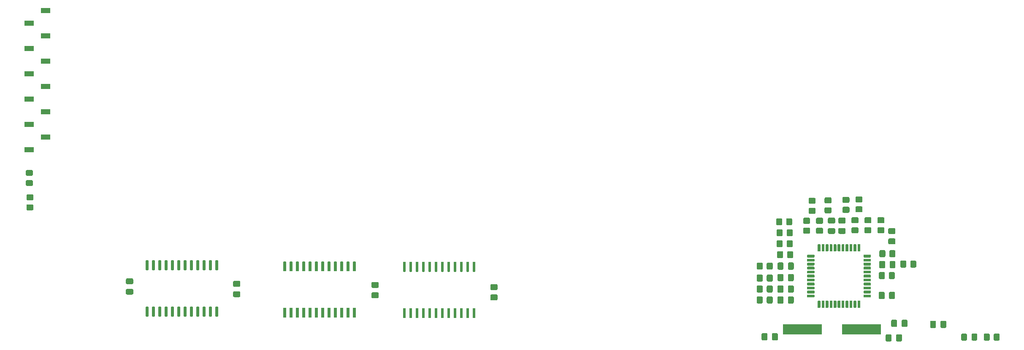
<source format=gbr>
G04 #@! TF.GenerationSoftware,KiCad,Pcbnew,5.1.5+dfsg1-2build2*
G04 #@! TF.CreationDate,2024-05-23T04:39:51+01:00*
G04 #@! TF.ProjectId,qt_touch1,71745f74-6f75-4636-9831-2e6b69636164,rev?*
G04 #@! TF.SameCoordinates,Original*
G04 #@! TF.FileFunction,Paste,Bot*
G04 #@! TF.FilePolarity,Positive*
%FSLAX46Y46*%
G04 Gerber Fmt 4.6, Leading zero omitted, Abs format (unit mm)*
G04 Created by KiCad (PCBNEW 5.1.5+dfsg1-2build2) date 2024-05-23 04:39:51*
%MOMM*%
%LPD*%
G04 APERTURE LIST*
%ADD10C,0.100000*%
%ADD11R,1.900000X1.000000*%
%ADD12R,7.875000X2.000000*%
G04 APERTURE END LIST*
D10*
G36*
X108365977Y-134450662D02*
G01*
X108379325Y-134452642D01*
X108392414Y-134455921D01*
X108405119Y-134460467D01*
X108417317Y-134466236D01*
X108428891Y-134473173D01*
X108439729Y-134481211D01*
X108449727Y-134490273D01*
X108458789Y-134500271D01*
X108466827Y-134511109D01*
X108473764Y-134522683D01*
X108479533Y-134534881D01*
X108484079Y-134547586D01*
X108487358Y-134560675D01*
X108489338Y-134574023D01*
X108490000Y-134587500D01*
X108490000Y-136312500D01*
X108489338Y-136325977D01*
X108487358Y-136339325D01*
X108484079Y-136352414D01*
X108479533Y-136365119D01*
X108473764Y-136377317D01*
X108466827Y-136388891D01*
X108458789Y-136399729D01*
X108449727Y-136409727D01*
X108439729Y-136418789D01*
X108428891Y-136426827D01*
X108417317Y-136433764D01*
X108405119Y-136439533D01*
X108392414Y-136444079D01*
X108379325Y-136447358D01*
X108365977Y-136449338D01*
X108352500Y-136450000D01*
X108077500Y-136450000D01*
X108064023Y-136449338D01*
X108050675Y-136447358D01*
X108037586Y-136444079D01*
X108024881Y-136439533D01*
X108012683Y-136433764D01*
X108001109Y-136426827D01*
X107990271Y-136418789D01*
X107980273Y-136409727D01*
X107971211Y-136399729D01*
X107963173Y-136388891D01*
X107956236Y-136377317D01*
X107950467Y-136365119D01*
X107945921Y-136352414D01*
X107942642Y-136339325D01*
X107940662Y-136325977D01*
X107940000Y-136312500D01*
X107940000Y-134587500D01*
X107940662Y-134574023D01*
X107942642Y-134560675D01*
X107945921Y-134547586D01*
X107950467Y-134534881D01*
X107956236Y-134522683D01*
X107963173Y-134511109D01*
X107971211Y-134500271D01*
X107980273Y-134490273D01*
X107990271Y-134481211D01*
X108001109Y-134473173D01*
X108012683Y-134466236D01*
X108024881Y-134460467D01*
X108037586Y-134455921D01*
X108050675Y-134452642D01*
X108064023Y-134450662D01*
X108077500Y-134450000D01*
X108352500Y-134450000D01*
X108365977Y-134450662D01*
G37*
G36*
X109635977Y-134450662D02*
G01*
X109649325Y-134452642D01*
X109662414Y-134455921D01*
X109675119Y-134460467D01*
X109687317Y-134466236D01*
X109698891Y-134473173D01*
X109709729Y-134481211D01*
X109719727Y-134490273D01*
X109728789Y-134500271D01*
X109736827Y-134511109D01*
X109743764Y-134522683D01*
X109749533Y-134534881D01*
X109754079Y-134547586D01*
X109757358Y-134560675D01*
X109759338Y-134574023D01*
X109760000Y-134587500D01*
X109760000Y-136312500D01*
X109759338Y-136325977D01*
X109757358Y-136339325D01*
X109754079Y-136352414D01*
X109749533Y-136365119D01*
X109743764Y-136377317D01*
X109736827Y-136388891D01*
X109728789Y-136399729D01*
X109719727Y-136409727D01*
X109709729Y-136418789D01*
X109698891Y-136426827D01*
X109687317Y-136433764D01*
X109675119Y-136439533D01*
X109662414Y-136444079D01*
X109649325Y-136447358D01*
X109635977Y-136449338D01*
X109622500Y-136450000D01*
X109347500Y-136450000D01*
X109334023Y-136449338D01*
X109320675Y-136447358D01*
X109307586Y-136444079D01*
X109294881Y-136439533D01*
X109282683Y-136433764D01*
X109271109Y-136426827D01*
X109260271Y-136418789D01*
X109250273Y-136409727D01*
X109241211Y-136399729D01*
X109233173Y-136388891D01*
X109226236Y-136377317D01*
X109220467Y-136365119D01*
X109215921Y-136352414D01*
X109212642Y-136339325D01*
X109210662Y-136325977D01*
X109210000Y-136312500D01*
X109210000Y-134587500D01*
X109210662Y-134574023D01*
X109212642Y-134560675D01*
X109215921Y-134547586D01*
X109220467Y-134534881D01*
X109226236Y-134522683D01*
X109233173Y-134511109D01*
X109241211Y-134500271D01*
X109250273Y-134490273D01*
X109260271Y-134481211D01*
X109271109Y-134473173D01*
X109282683Y-134466236D01*
X109294881Y-134460467D01*
X109307586Y-134455921D01*
X109320675Y-134452642D01*
X109334023Y-134450662D01*
X109347500Y-134450000D01*
X109622500Y-134450000D01*
X109635977Y-134450662D01*
G37*
G36*
X110905977Y-134450662D02*
G01*
X110919325Y-134452642D01*
X110932414Y-134455921D01*
X110945119Y-134460467D01*
X110957317Y-134466236D01*
X110968891Y-134473173D01*
X110979729Y-134481211D01*
X110989727Y-134490273D01*
X110998789Y-134500271D01*
X111006827Y-134511109D01*
X111013764Y-134522683D01*
X111019533Y-134534881D01*
X111024079Y-134547586D01*
X111027358Y-134560675D01*
X111029338Y-134574023D01*
X111030000Y-134587500D01*
X111030000Y-136312500D01*
X111029338Y-136325977D01*
X111027358Y-136339325D01*
X111024079Y-136352414D01*
X111019533Y-136365119D01*
X111013764Y-136377317D01*
X111006827Y-136388891D01*
X110998789Y-136399729D01*
X110989727Y-136409727D01*
X110979729Y-136418789D01*
X110968891Y-136426827D01*
X110957317Y-136433764D01*
X110945119Y-136439533D01*
X110932414Y-136444079D01*
X110919325Y-136447358D01*
X110905977Y-136449338D01*
X110892500Y-136450000D01*
X110617500Y-136450000D01*
X110604023Y-136449338D01*
X110590675Y-136447358D01*
X110577586Y-136444079D01*
X110564881Y-136439533D01*
X110552683Y-136433764D01*
X110541109Y-136426827D01*
X110530271Y-136418789D01*
X110520273Y-136409727D01*
X110511211Y-136399729D01*
X110503173Y-136388891D01*
X110496236Y-136377317D01*
X110490467Y-136365119D01*
X110485921Y-136352414D01*
X110482642Y-136339325D01*
X110480662Y-136325977D01*
X110480000Y-136312500D01*
X110480000Y-134587500D01*
X110480662Y-134574023D01*
X110482642Y-134560675D01*
X110485921Y-134547586D01*
X110490467Y-134534881D01*
X110496236Y-134522683D01*
X110503173Y-134511109D01*
X110511211Y-134500271D01*
X110520273Y-134490273D01*
X110530271Y-134481211D01*
X110541109Y-134473173D01*
X110552683Y-134466236D01*
X110564881Y-134460467D01*
X110577586Y-134455921D01*
X110590675Y-134452642D01*
X110604023Y-134450662D01*
X110617500Y-134450000D01*
X110892500Y-134450000D01*
X110905977Y-134450662D01*
G37*
G36*
X112175977Y-134450662D02*
G01*
X112189325Y-134452642D01*
X112202414Y-134455921D01*
X112215119Y-134460467D01*
X112227317Y-134466236D01*
X112238891Y-134473173D01*
X112249729Y-134481211D01*
X112259727Y-134490273D01*
X112268789Y-134500271D01*
X112276827Y-134511109D01*
X112283764Y-134522683D01*
X112289533Y-134534881D01*
X112294079Y-134547586D01*
X112297358Y-134560675D01*
X112299338Y-134574023D01*
X112300000Y-134587500D01*
X112300000Y-136312500D01*
X112299338Y-136325977D01*
X112297358Y-136339325D01*
X112294079Y-136352414D01*
X112289533Y-136365119D01*
X112283764Y-136377317D01*
X112276827Y-136388891D01*
X112268789Y-136399729D01*
X112259727Y-136409727D01*
X112249729Y-136418789D01*
X112238891Y-136426827D01*
X112227317Y-136433764D01*
X112215119Y-136439533D01*
X112202414Y-136444079D01*
X112189325Y-136447358D01*
X112175977Y-136449338D01*
X112162500Y-136450000D01*
X111887500Y-136450000D01*
X111874023Y-136449338D01*
X111860675Y-136447358D01*
X111847586Y-136444079D01*
X111834881Y-136439533D01*
X111822683Y-136433764D01*
X111811109Y-136426827D01*
X111800271Y-136418789D01*
X111790273Y-136409727D01*
X111781211Y-136399729D01*
X111773173Y-136388891D01*
X111766236Y-136377317D01*
X111760467Y-136365119D01*
X111755921Y-136352414D01*
X111752642Y-136339325D01*
X111750662Y-136325977D01*
X111750000Y-136312500D01*
X111750000Y-134587500D01*
X111750662Y-134574023D01*
X111752642Y-134560675D01*
X111755921Y-134547586D01*
X111760467Y-134534881D01*
X111766236Y-134522683D01*
X111773173Y-134511109D01*
X111781211Y-134500271D01*
X111790273Y-134490273D01*
X111800271Y-134481211D01*
X111811109Y-134473173D01*
X111822683Y-134466236D01*
X111834881Y-134460467D01*
X111847586Y-134455921D01*
X111860675Y-134452642D01*
X111874023Y-134450662D01*
X111887500Y-134450000D01*
X112162500Y-134450000D01*
X112175977Y-134450662D01*
G37*
G36*
X113445977Y-134450662D02*
G01*
X113459325Y-134452642D01*
X113472414Y-134455921D01*
X113485119Y-134460467D01*
X113497317Y-134466236D01*
X113508891Y-134473173D01*
X113519729Y-134481211D01*
X113529727Y-134490273D01*
X113538789Y-134500271D01*
X113546827Y-134511109D01*
X113553764Y-134522683D01*
X113559533Y-134534881D01*
X113564079Y-134547586D01*
X113567358Y-134560675D01*
X113569338Y-134574023D01*
X113570000Y-134587500D01*
X113570000Y-136312500D01*
X113569338Y-136325977D01*
X113567358Y-136339325D01*
X113564079Y-136352414D01*
X113559533Y-136365119D01*
X113553764Y-136377317D01*
X113546827Y-136388891D01*
X113538789Y-136399729D01*
X113529727Y-136409727D01*
X113519729Y-136418789D01*
X113508891Y-136426827D01*
X113497317Y-136433764D01*
X113485119Y-136439533D01*
X113472414Y-136444079D01*
X113459325Y-136447358D01*
X113445977Y-136449338D01*
X113432500Y-136450000D01*
X113157500Y-136450000D01*
X113144023Y-136449338D01*
X113130675Y-136447358D01*
X113117586Y-136444079D01*
X113104881Y-136439533D01*
X113092683Y-136433764D01*
X113081109Y-136426827D01*
X113070271Y-136418789D01*
X113060273Y-136409727D01*
X113051211Y-136399729D01*
X113043173Y-136388891D01*
X113036236Y-136377317D01*
X113030467Y-136365119D01*
X113025921Y-136352414D01*
X113022642Y-136339325D01*
X113020662Y-136325977D01*
X113020000Y-136312500D01*
X113020000Y-134587500D01*
X113020662Y-134574023D01*
X113022642Y-134560675D01*
X113025921Y-134547586D01*
X113030467Y-134534881D01*
X113036236Y-134522683D01*
X113043173Y-134511109D01*
X113051211Y-134500271D01*
X113060273Y-134490273D01*
X113070271Y-134481211D01*
X113081109Y-134473173D01*
X113092683Y-134466236D01*
X113104881Y-134460467D01*
X113117586Y-134455921D01*
X113130675Y-134452642D01*
X113144023Y-134450662D01*
X113157500Y-134450000D01*
X113432500Y-134450000D01*
X113445977Y-134450662D01*
G37*
G36*
X114715977Y-134450662D02*
G01*
X114729325Y-134452642D01*
X114742414Y-134455921D01*
X114755119Y-134460467D01*
X114767317Y-134466236D01*
X114778891Y-134473173D01*
X114789729Y-134481211D01*
X114799727Y-134490273D01*
X114808789Y-134500271D01*
X114816827Y-134511109D01*
X114823764Y-134522683D01*
X114829533Y-134534881D01*
X114834079Y-134547586D01*
X114837358Y-134560675D01*
X114839338Y-134574023D01*
X114840000Y-134587500D01*
X114840000Y-136312500D01*
X114839338Y-136325977D01*
X114837358Y-136339325D01*
X114834079Y-136352414D01*
X114829533Y-136365119D01*
X114823764Y-136377317D01*
X114816827Y-136388891D01*
X114808789Y-136399729D01*
X114799727Y-136409727D01*
X114789729Y-136418789D01*
X114778891Y-136426827D01*
X114767317Y-136433764D01*
X114755119Y-136439533D01*
X114742414Y-136444079D01*
X114729325Y-136447358D01*
X114715977Y-136449338D01*
X114702500Y-136450000D01*
X114427500Y-136450000D01*
X114414023Y-136449338D01*
X114400675Y-136447358D01*
X114387586Y-136444079D01*
X114374881Y-136439533D01*
X114362683Y-136433764D01*
X114351109Y-136426827D01*
X114340271Y-136418789D01*
X114330273Y-136409727D01*
X114321211Y-136399729D01*
X114313173Y-136388891D01*
X114306236Y-136377317D01*
X114300467Y-136365119D01*
X114295921Y-136352414D01*
X114292642Y-136339325D01*
X114290662Y-136325977D01*
X114290000Y-136312500D01*
X114290000Y-134587500D01*
X114290662Y-134574023D01*
X114292642Y-134560675D01*
X114295921Y-134547586D01*
X114300467Y-134534881D01*
X114306236Y-134522683D01*
X114313173Y-134511109D01*
X114321211Y-134500271D01*
X114330273Y-134490273D01*
X114340271Y-134481211D01*
X114351109Y-134473173D01*
X114362683Y-134466236D01*
X114374881Y-134460467D01*
X114387586Y-134455921D01*
X114400675Y-134452642D01*
X114414023Y-134450662D01*
X114427500Y-134450000D01*
X114702500Y-134450000D01*
X114715977Y-134450662D01*
G37*
G36*
X115985977Y-134450662D02*
G01*
X115999325Y-134452642D01*
X116012414Y-134455921D01*
X116025119Y-134460467D01*
X116037317Y-134466236D01*
X116048891Y-134473173D01*
X116059729Y-134481211D01*
X116069727Y-134490273D01*
X116078789Y-134500271D01*
X116086827Y-134511109D01*
X116093764Y-134522683D01*
X116099533Y-134534881D01*
X116104079Y-134547586D01*
X116107358Y-134560675D01*
X116109338Y-134574023D01*
X116110000Y-134587500D01*
X116110000Y-136312500D01*
X116109338Y-136325977D01*
X116107358Y-136339325D01*
X116104079Y-136352414D01*
X116099533Y-136365119D01*
X116093764Y-136377317D01*
X116086827Y-136388891D01*
X116078789Y-136399729D01*
X116069727Y-136409727D01*
X116059729Y-136418789D01*
X116048891Y-136426827D01*
X116037317Y-136433764D01*
X116025119Y-136439533D01*
X116012414Y-136444079D01*
X115999325Y-136447358D01*
X115985977Y-136449338D01*
X115972500Y-136450000D01*
X115697500Y-136450000D01*
X115684023Y-136449338D01*
X115670675Y-136447358D01*
X115657586Y-136444079D01*
X115644881Y-136439533D01*
X115632683Y-136433764D01*
X115621109Y-136426827D01*
X115610271Y-136418789D01*
X115600273Y-136409727D01*
X115591211Y-136399729D01*
X115583173Y-136388891D01*
X115576236Y-136377317D01*
X115570467Y-136365119D01*
X115565921Y-136352414D01*
X115562642Y-136339325D01*
X115560662Y-136325977D01*
X115560000Y-136312500D01*
X115560000Y-134587500D01*
X115560662Y-134574023D01*
X115562642Y-134560675D01*
X115565921Y-134547586D01*
X115570467Y-134534881D01*
X115576236Y-134522683D01*
X115583173Y-134511109D01*
X115591211Y-134500271D01*
X115600273Y-134490273D01*
X115610271Y-134481211D01*
X115621109Y-134473173D01*
X115632683Y-134466236D01*
X115644881Y-134460467D01*
X115657586Y-134455921D01*
X115670675Y-134452642D01*
X115684023Y-134450662D01*
X115697500Y-134450000D01*
X115972500Y-134450000D01*
X115985977Y-134450662D01*
G37*
G36*
X117255977Y-134450662D02*
G01*
X117269325Y-134452642D01*
X117282414Y-134455921D01*
X117295119Y-134460467D01*
X117307317Y-134466236D01*
X117318891Y-134473173D01*
X117329729Y-134481211D01*
X117339727Y-134490273D01*
X117348789Y-134500271D01*
X117356827Y-134511109D01*
X117363764Y-134522683D01*
X117369533Y-134534881D01*
X117374079Y-134547586D01*
X117377358Y-134560675D01*
X117379338Y-134574023D01*
X117380000Y-134587500D01*
X117380000Y-136312500D01*
X117379338Y-136325977D01*
X117377358Y-136339325D01*
X117374079Y-136352414D01*
X117369533Y-136365119D01*
X117363764Y-136377317D01*
X117356827Y-136388891D01*
X117348789Y-136399729D01*
X117339727Y-136409727D01*
X117329729Y-136418789D01*
X117318891Y-136426827D01*
X117307317Y-136433764D01*
X117295119Y-136439533D01*
X117282414Y-136444079D01*
X117269325Y-136447358D01*
X117255977Y-136449338D01*
X117242500Y-136450000D01*
X116967500Y-136450000D01*
X116954023Y-136449338D01*
X116940675Y-136447358D01*
X116927586Y-136444079D01*
X116914881Y-136439533D01*
X116902683Y-136433764D01*
X116891109Y-136426827D01*
X116880271Y-136418789D01*
X116870273Y-136409727D01*
X116861211Y-136399729D01*
X116853173Y-136388891D01*
X116846236Y-136377317D01*
X116840467Y-136365119D01*
X116835921Y-136352414D01*
X116832642Y-136339325D01*
X116830662Y-136325977D01*
X116830000Y-136312500D01*
X116830000Y-134587500D01*
X116830662Y-134574023D01*
X116832642Y-134560675D01*
X116835921Y-134547586D01*
X116840467Y-134534881D01*
X116846236Y-134522683D01*
X116853173Y-134511109D01*
X116861211Y-134500271D01*
X116870273Y-134490273D01*
X116880271Y-134481211D01*
X116891109Y-134473173D01*
X116902683Y-134466236D01*
X116914881Y-134460467D01*
X116927586Y-134455921D01*
X116940675Y-134452642D01*
X116954023Y-134450662D01*
X116967500Y-134450000D01*
X117242500Y-134450000D01*
X117255977Y-134450662D01*
G37*
G36*
X118525977Y-134450662D02*
G01*
X118539325Y-134452642D01*
X118552414Y-134455921D01*
X118565119Y-134460467D01*
X118577317Y-134466236D01*
X118588891Y-134473173D01*
X118599729Y-134481211D01*
X118609727Y-134490273D01*
X118618789Y-134500271D01*
X118626827Y-134511109D01*
X118633764Y-134522683D01*
X118639533Y-134534881D01*
X118644079Y-134547586D01*
X118647358Y-134560675D01*
X118649338Y-134574023D01*
X118650000Y-134587500D01*
X118650000Y-136312500D01*
X118649338Y-136325977D01*
X118647358Y-136339325D01*
X118644079Y-136352414D01*
X118639533Y-136365119D01*
X118633764Y-136377317D01*
X118626827Y-136388891D01*
X118618789Y-136399729D01*
X118609727Y-136409727D01*
X118599729Y-136418789D01*
X118588891Y-136426827D01*
X118577317Y-136433764D01*
X118565119Y-136439533D01*
X118552414Y-136444079D01*
X118539325Y-136447358D01*
X118525977Y-136449338D01*
X118512500Y-136450000D01*
X118237500Y-136450000D01*
X118224023Y-136449338D01*
X118210675Y-136447358D01*
X118197586Y-136444079D01*
X118184881Y-136439533D01*
X118172683Y-136433764D01*
X118161109Y-136426827D01*
X118150271Y-136418789D01*
X118140273Y-136409727D01*
X118131211Y-136399729D01*
X118123173Y-136388891D01*
X118116236Y-136377317D01*
X118110467Y-136365119D01*
X118105921Y-136352414D01*
X118102642Y-136339325D01*
X118100662Y-136325977D01*
X118100000Y-136312500D01*
X118100000Y-134587500D01*
X118100662Y-134574023D01*
X118102642Y-134560675D01*
X118105921Y-134547586D01*
X118110467Y-134534881D01*
X118116236Y-134522683D01*
X118123173Y-134511109D01*
X118131211Y-134500271D01*
X118140273Y-134490273D01*
X118150271Y-134481211D01*
X118161109Y-134473173D01*
X118172683Y-134466236D01*
X118184881Y-134460467D01*
X118197586Y-134455921D01*
X118210675Y-134452642D01*
X118224023Y-134450662D01*
X118237500Y-134450000D01*
X118512500Y-134450000D01*
X118525977Y-134450662D01*
G37*
G36*
X119795977Y-134450662D02*
G01*
X119809325Y-134452642D01*
X119822414Y-134455921D01*
X119835119Y-134460467D01*
X119847317Y-134466236D01*
X119858891Y-134473173D01*
X119869729Y-134481211D01*
X119879727Y-134490273D01*
X119888789Y-134500271D01*
X119896827Y-134511109D01*
X119903764Y-134522683D01*
X119909533Y-134534881D01*
X119914079Y-134547586D01*
X119917358Y-134560675D01*
X119919338Y-134574023D01*
X119920000Y-134587500D01*
X119920000Y-136312500D01*
X119919338Y-136325977D01*
X119917358Y-136339325D01*
X119914079Y-136352414D01*
X119909533Y-136365119D01*
X119903764Y-136377317D01*
X119896827Y-136388891D01*
X119888789Y-136399729D01*
X119879727Y-136409727D01*
X119869729Y-136418789D01*
X119858891Y-136426827D01*
X119847317Y-136433764D01*
X119835119Y-136439533D01*
X119822414Y-136444079D01*
X119809325Y-136447358D01*
X119795977Y-136449338D01*
X119782500Y-136450000D01*
X119507500Y-136450000D01*
X119494023Y-136449338D01*
X119480675Y-136447358D01*
X119467586Y-136444079D01*
X119454881Y-136439533D01*
X119442683Y-136433764D01*
X119431109Y-136426827D01*
X119420271Y-136418789D01*
X119410273Y-136409727D01*
X119401211Y-136399729D01*
X119393173Y-136388891D01*
X119386236Y-136377317D01*
X119380467Y-136365119D01*
X119375921Y-136352414D01*
X119372642Y-136339325D01*
X119370662Y-136325977D01*
X119370000Y-136312500D01*
X119370000Y-134587500D01*
X119370662Y-134574023D01*
X119372642Y-134560675D01*
X119375921Y-134547586D01*
X119380467Y-134534881D01*
X119386236Y-134522683D01*
X119393173Y-134511109D01*
X119401211Y-134500271D01*
X119410273Y-134490273D01*
X119420271Y-134481211D01*
X119431109Y-134473173D01*
X119442683Y-134466236D01*
X119454881Y-134460467D01*
X119467586Y-134455921D01*
X119480675Y-134452642D01*
X119494023Y-134450662D01*
X119507500Y-134450000D01*
X119782500Y-134450000D01*
X119795977Y-134450662D01*
G37*
G36*
X121065977Y-134450662D02*
G01*
X121079325Y-134452642D01*
X121092414Y-134455921D01*
X121105119Y-134460467D01*
X121117317Y-134466236D01*
X121128891Y-134473173D01*
X121139729Y-134481211D01*
X121149727Y-134490273D01*
X121158789Y-134500271D01*
X121166827Y-134511109D01*
X121173764Y-134522683D01*
X121179533Y-134534881D01*
X121184079Y-134547586D01*
X121187358Y-134560675D01*
X121189338Y-134574023D01*
X121190000Y-134587500D01*
X121190000Y-136312500D01*
X121189338Y-136325977D01*
X121187358Y-136339325D01*
X121184079Y-136352414D01*
X121179533Y-136365119D01*
X121173764Y-136377317D01*
X121166827Y-136388891D01*
X121158789Y-136399729D01*
X121149727Y-136409727D01*
X121139729Y-136418789D01*
X121128891Y-136426827D01*
X121117317Y-136433764D01*
X121105119Y-136439533D01*
X121092414Y-136444079D01*
X121079325Y-136447358D01*
X121065977Y-136449338D01*
X121052500Y-136450000D01*
X120777500Y-136450000D01*
X120764023Y-136449338D01*
X120750675Y-136447358D01*
X120737586Y-136444079D01*
X120724881Y-136439533D01*
X120712683Y-136433764D01*
X120701109Y-136426827D01*
X120690271Y-136418789D01*
X120680273Y-136409727D01*
X120671211Y-136399729D01*
X120663173Y-136388891D01*
X120656236Y-136377317D01*
X120650467Y-136365119D01*
X120645921Y-136352414D01*
X120642642Y-136339325D01*
X120640662Y-136325977D01*
X120640000Y-136312500D01*
X120640000Y-134587500D01*
X120640662Y-134574023D01*
X120642642Y-134560675D01*
X120645921Y-134547586D01*
X120650467Y-134534881D01*
X120656236Y-134522683D01*
X120663173Y-134511109D01*
X120671211Y-134500271D01*
X120680273Y-134490273D01*
X120690271Y-134481211D01*
X120701109Y-134473173D01*
X120712683Y-134466236D01*
X120724881Y-134460467D01*
X120737586Y-134455921D01*
X120750675Y-134452642D01*
X120764023Y-134450662D01*
X120777500Y-134450000D01*
X121052500Y-134450000D01*
X121065977Y-134450662D01*
G37*
G36*
X122335977Y-134450662D02*
G01*
X122349325Y-134452642D01*
X122362414Y-134455921D01*
X122375119Y-134460467D01*
X122387317Y-134466236D01*
X122398891Y-134473173D01*
X122409729Y-134481211D01*
X122419727Y-134490273D01*
X122428789Y-134500271D01*
X122436827Y-134511109D01*
X122443764Y-134522683D01*
X122449533Y-134534881D01*
X122454079Y-134547586D01*
X122457358Y-134560675D01*
X122459338Y-134574023D01*
X122460000Y-134587500D01*
X122460000Y-136312500D01*
X122459338Y-136325977D01*
X122457358Y-136339325D01*
X122454079Y-136352414D01*
X122449533Y-136365119D01*
X122443764Y-136377317D01*
X122436827Y-136388891D01*
X122428789Y-136399729D01*
X122419727Y-136409727D01*
X122409729Y-136418789D01*
X122398891Y-136426827D01*
X122387317Y-136433764D01*
X122375119Y-136439533D01*
X122362414Y-136444079D01*
X122349325Y-136447358D01*
X122335977Y-136449338D01*
X122322500Y-136450000D01*
X122047500Y-136450000D01*
X122034023Y-136449338D01*
X122020675Y-136447358D01*
X122007586Y-136444079D01*
X121994881Y-136439533D01*
X121982683Y-136433764D01*
X121971109Y-136426827D01*
X121960271Y-136418789D01*
X121950273Y-136409727D01*
X121941211Y-136399729D01*
X121933173Y-136388891D01*
X121926236Y-136377317D01*
X121920467Y-136365119D01*
X121915921Y-136352414D01*
X121912642Y-136339325D01*
X121910662Y-136325977D01*
X121910000Y-136312500D01*
X121910000Y-134587500D01*
X121910662Y-134574023D01*
X121912642Y-134560675D01*
X121915921Y-134547586D01*
X121920467Y-134534881D01*
X121926236Y-134522683D01*
X121933173Y-134511109D01*
X121941211Y-134500271D01*
X121950273Y-134490273D01*
X121960271Y-134481211D01*
X121971109Y-134473173D01*
X121982683Y-134466236D01*
X121994881Y-134460467D01*
X122007586Y-134455921D01*
X122020675Y-134452642D01*
X122034023Y-134450662D01*
X122047500Y-134450000D01*
X122322500Y-134450000D01*
X122335977Y-134450662D01*
G37*
G36*
X122335977Y-125150662D02*
G01*
X122349325Y-125152642D01*
X122362414Y-125155921D01*
X122375119Y-125160467D01*
X122387317Y-125166236D01*
X122398891Y-125173173D01*
X122409729Y-125181211D01*
X122419727Y-125190273D01*
X122428789Y-125200271D01*
X122436827Y-125211109D01*
X122443764Y-125222683D01*
X122449533Y-125234881D01*
X122454079Y-125247586D01*
X122457358Y-125260675D01*
X122459338Y-125274023D01*
X122460000Y-125287500D01*
X122460000Y-127012500D01*
X122459338Y-127025977D01*
X122457358Y-127039325D01*
X122454079Y-127052414D01*
X122449533Y-127065119D01*
X122443764Y-127077317D01*
X122436827Y-127088891D01*
X122428789Y-127099729D01*
X122419727Y-127109727D01*
X122409729Y-127118789D01*
X122398891Y-127126827D01*
X122387317Y-127133764D01*
X122375119Y-127139533D01*
X122362414Y-127144079D01*
X122349325Y-127147358D01*
X122335977Y-127149338D01*
X122322500Y-127150000D01*
X122047500Y-127150000D01*
X122034023Y-127149338D01*
X122020675Y-127147358D01*
X122007586Y-127144079D01*
X121994881Y-127139533D01*
X121982683Y-127133764D01*
X121971109Y-127126827D01*
X121960271Y-127118789D01*
X121950273Y-127109727D01*
X121941211Y-127099729D01*
X121933173Y-127088891D01*
X121926236Y-127077317D01*
X121920467Y-127065119D01*
X121915921Y-127052414D01*
X121912642Y-127039325D01*
X121910662Y-127025977D01*
X121910000Y-127012500D01*
X121910000Y-125287500D01*
X121910662Y-125274023D01*
X121912642Y-125260675D01*
X121915921Y-125247586D01*
X121920467Y-125234881D01*
X121926236Y-125222683D01*
X121933173Y-125211109D01*
X121941211Y-125200271D01*
X121950273Y-125190273D01*
X121960271Y-125181211D01*
X121971109Y-125173173D01*
X121982683Y-125166236D01*
X121994881Y-125160467D01*
X122007586Y-125155921D01*
X122020675Y-125152642D01*
X122034023Y-125150662D01*
X122047500Y-125150000D01*
X122322500Y-125150000D01*
X122335977Y-125150662D01*
G37*
G36*
X121065977Y-125150662D02*
G01*
X121079325Y-125152642D01*
X121092414Y-125155921D01*
X121105119Y-125160467D01*
X121117317Y-125166236D01*
X121128891Y-125173173D01*
X121139729Y-125181211D01*
X121149727Y-125190273D01*
X121158789Y-125200271D01*
X121166827Y-125211109D01*
X121173764Y-125222683D01*
X121179533Y-125234881D01*
X121184079Y-125247586D01*
X121187358Y-125260675D01*
X121189338Y-125274023D01*
X121190000Y-125287500D01*
X121190000Y-127012500D01*
X121189338Y-127025977D01*
X121187358Y-127039325D01*
X121184079Y-127052414D01*
X121179533Y-127065119D01*
X121173764Y-127077317D01*
X121166827Y-127088891D01*
X121158789Y-127099729D01*
X121149727Y-127109727D01*
X121139729Y-127118789D01*
X121128891Y-127126827D01*
X121117317Y-127133764D01*
X121105119Y-127139533D01*
X121092414Y-127144079D01*
X121079325Y-127147358D01*
X121065977Y-127149338D01*
X121052500Y-127150000D01*
X120777500Y-127150000D01*
X120764023Y-127149338D01*
X120750675Y-127147358D01*
X120737586Y-127144079D01*
X120724881Y-127139533D01*
X120712683Y-127133764D01*
X120701109Y-127126827D01*
X120690271Y-127118789D01*
X120680273Y-127109727D01*
X120671211Y-127099729D01*
X120663173Y-127088891D01*
X120656236Y-127077317D01*
X120650467Y-127065119D01*
X120645921Y-127052414D01*
X120642642Y-127039325D01*
X120640662Y-127025977D01*
X120640000Y-127012500D01*
X120640000Y-125287500D01*
X120640662Y-125274023D01*
X120642642Y-125260675D01*
X120645921Y-125247586D01*
X120650467Y-125234881D01*
X120656236Y-125222683D01*
X120663173Y-125211109D01*
X120671211Y-125200271D01*
X120680273Y-125190273D01*
X120690271Y-125181211D01*
X120701109Y-125173173D01*
X120712683Y-125166236D01*
X120724881Y-125160467D01*
X120737586Y-125155921D01*
X120750675Y-125152642D01*
X120764023Y-125150662D01*
X120777500Y-125150000D01*
X121052500Y-125150000D01*
X121065977Y-125150662D01*
G37*
G36*
X119795977Y-125150662D02*
G01*
X119809325Y-125152642D01*
X119822414Y-125155921D01*
X119835119Y-125160467D01*
X119847317Y-125166236D01*
X119858891Y-125173173D01*
X119869729Y-125181211D01*
X119879727Y-125190273D01*
X119888789Y-125200271D01*
X119896827Y-125211109D01*
X119903764Y-125222683D01*
X119909533Y-125234881D01*
X119914079Y-125247586D01*
X119917358Y-125260675D01*
X119919338Y-125274023D01*
X119920000Y-125287500D01*
X119920000Y-127012500D01*
X119919338Y-127025977D01*
X119917358Y-127039325D01*
X119914079Y-127052414D01*
X119909533Y-127065119D01*
X119903764Y-127077317D01*
X119896827Y-127088891D01*
X119888789Y-127099729D01*
X119879727Y-127109727D01*
X119869729Y-127118789D01*
X119858891Y-127126827D01*
X119847317Y-127133764D01*
X119835119Y-127139533D01*
X119822414Y-127144079D01*
X119809325Y-127147358D01*
X119795977Y-127149338D01*
X119782500Y-127150000D01*
X119507500Y-127150000D01*
X119494023Y-127149338D01*
X119480675Y-127147358D01*
X119467586Y-127144079D01*
X119454881Y-127139533D01*
X119442683Y-127133764D01*
X119431109Y-127126827D01*
X119420271Y-127118789D01*
X119410273Y-127109727D01*
X119401211Y-127099729D01*
X119393173Y-127088891D01*
X119386236Y-127077317D01*
X119380467Y-127065119D01*
X119375921Y-127052414D01*
X119372642Y-127039325D01*
X119370662Y-127025977D01*
X119370000Y-127012500D01*
X119370000Y-125287500D01*
X119370662Y-125274023D01*
X119372642Y-125260675D01*
X119375921Y-125247586D01*
X119380467Y-125234881D01*
X119386236Y-125222683D01*
X119393173Y-125211109D01*
X119401211Y-125200271D01*
X119410273Y-125190273D01*
X119420271Y-125181211D01*
X119431109Y-125173173D01*
X119442683Y-125166236D01*
X119454881Y-125160467D01*
X119467586Y-125155921D01*
X119480675Y-125152642D01*
X119494023Y-125150662D01*
X119507500Y-125150000D01*
X119782500Y-125150000D01*
X119795977Y-125150662D01*
G37*
G36*
X118525977Y-125150662D02*
G01*
X118539325Y-125152642D01*
X118552414Y-125155921D01*
X118565119Y-125160467D01*
X118577317Y-125166236D01*
X118588891Y-125173173D01*
X118599729Y-125181211D01*
X118609727Y-125190273D01*
X118618789Y-125200271D01*
X118626827Y-125211109D01*
X118633764Y-125222683D01*
X118639533Y-125234881D01*
X118644079Y-125247586D01*
X118647358Y-125260675D01*
X118649338Y-125274023D01*
X118650000Y-125287500D01*
X118650000Y-127012500D01*
X118649338Y-127025977D01*
X118647358Y-127039325D01*
X118644079Y-127052414D01*
X118639533Y-127065119D01*
X118633764Y-127077317D01*
X118626827Y-127088891D01*
X118618789Y-127099729D01*
X118609727Y-127109727D01*
X118599729Y-127118789D01*
X118588891Y-127126827D01*
X118577317Y-127133764D01*
X118565119Y-127139533D01*
X118552414Y-127144079D01*
X118539325Y-127147358D01*
X118525977Y-127149338D01*
X118512500Y-127150000D01*
X118237500Y-127150000D01*
X118224023Y-127149338D01*
X118210675Y-127147358D01*
X118197586Y-127144079D01*
X118184881Y-127139533D01*
X118172683Y-127133764D01*
X118161109Y-127126827D01*
X118150271Y-127118789D01*
X118140273Y-127109727D01*
X118131211Y-127099729D01*
X118123173Y-127088891D01*
X118116236Y-127077317D01*
X118110467Y-127065119D01*
X118105921Y-127052414D01*
X118102642Y-127039325D01*
X118100662Y-127025977D01*
X118100000Y-127012500D01*
X118100000Y-125287500D01*
X118100662Y-125274023D01*
X118102642Y-125260675D01*
X118105921Y-125247586D01*
X118110467Y-125234881D01*
X118116236Y-125222683D01*
X118123173Y-125211109D01*
X118131211Y-125200271D01*
X118140273Y-125190273D01*
X118150271Y-125181211D01*
X118161109Y-125173173D01*
X118172683Y-125166236D01*
X118184881Y-125160467D01*
X118197586Y-125155921D01*
X118210675Y-125152642D01*
X118224023Y-125150662D01*
X118237500Y-125150000D01*
X118512500Y-125150000D01*
X118525977Y-125150662D01*
G37*
G36*
X117255977Y-125150662D02*
G01*
X117269325Y-125152642D01*
X117282414Y-125155921D01*
X117295119Y-125160467D01*
X117307317Y-125166236D01*
X117318891Y-125173173D01*
X117329729Y-125181211D01*
X117339727Y-125190273D01*
X117348789Y-125200271D01*
X117356827Y-125211109D01*
X117363764Y-125222683D01*
X117369533Y-125234881D01*
X117374079Y-125247586D01*
X117377358Y-125260675D01*
X117379338Y-125274023D01*
X117380000Y-125287500D01*
X117380000Y-127012500D01*
X117379338Y-127025977D01*
X117377358Y-127039325D01*
X117374079Y-127052414D01*
X117369533Y-127065119D01*
X117363764Y-127077317D01*
X117356827Y-127088891D01*
X117348789Y-127099729D01*
X117339727Y-127109727D01*
X117329729Y-127118789D01*
X117318891Y-127126827D01*
X117307317Y-127133764D01*
X117295119Y-127139533D01*
X117282414Y-127144079D01*
X117269325Y-127147358D01*
X117255977Y-127149338D01*
X117242500Y-127150000D01*
X116967500Y-127150000D01*
X116954023Y-127149338D01*
X116940675Y-127147358D01*
X116927586Y-127144079D01*
X116914881Y-127139533D01*
X116902683Y-127133764D01*
X116891109Y-127126827D01*
X116880271Y-127118789D01*
X116870273Y-127109727D01*
X116861211Y-127099729D01*
X116853173Y-127088891D01*
X116846236Y-127077317D01*
X116840467Y-127065119D01*
X116835921Y-127052414D01*
X116832642Y-127039325D01*
X116830662Y-127025977D01*
X116830000Y-127012500D01*
X116830000Y-125287500D01*
X116830662Y-125274023D01*
X116832642Y-125260675D01*
X116835921Y-125247586D01*
X116840467Y-125234881D01*
X116846236Y-125222683D01*
X116853173Y-125211109D01*
X116861211Y-125200271D01*
X116870273Y-125190273D01*
X116880271Y-125181211D01*
X116891109Y-125173173D01*
X116902683Y-125166236D01*
X116914881Y-125160467D01*
X116927586Y-125155921D01*
X116940675Y-125152642D01*
X116954023Y-125150662D01*
X116967500Y-125150000D01*
X117242500Y-125150000D01*
X117255977Y-125150662D01*
G37*
G36*
X115985977Y-125150662D02*
G01*
X115999325Y-125152642D01*
X116012414Y-125155921D01*
X116025119Y-125160467D01*
X116037317Y-125166236D01*
X116048891Y-125173173D01*
X116059729Y-125181211D01*
X116069727Y-125190273D01*
X116078789Y-125200271D01*
X116086827Y-125211109D01*
X116093764Y-125222683D01*
X116099533Y-125234881D01*
X116104079Y-125247586D01*
X116107358Y-125260675D01*
X116109338Y-125274023D01*
X116110000Y-125287500D01*
X116110000Y-127012500D01*
X116109338Y-127025977D01*
X116107358Y-127039325D01*
X116104079Y-127052414D01*
X116099533Y-127065119D01*
X116093764Y-127077317D01*
X116086827Y-127088891D01*
X116078789Y-127099729D01*
X116069727Y-127109727D01*
X116059729Y-127118789D01*
X116048891Y-127126827D01*
X116037317Y-127133764D01*
X116025119Y-127139533D01*
X116012414Y-127144079D01*
X115999325Y-127147358D01*
X115985977Y-127149338D01*
X115972500Y-127150000D01*
X115697500Y-127150000D01*
X115684023Y-127149338D01*
X115670675Y-127147358D01*
X115657586Y-127144079D01*
X115644881Y-127139533D01*
X115632683Y-127133764D01*
X115621109Y-127126827D01*
X115610271Y-127118789D01*
X115600273Y-127109727D01*
X115591211Y-127099729D01*
X115583173Y-127088891D01*
X115576236Y-127077317D01*
X115570467Y-127065119D01*
X115565921Y-127052414D01*
X115562642Y-127039325D01*
X115560662Y-127025977D01*
X115560000Y-127012500D01*
X115560000Y-125287500D01*
X115560662Y-125274023D01*
X115562642Y-125260675D01*
X115565921Y-125247586D01*
X115570467Y-125234881D01*
X115576236Y-125222683D01*
X115583173Y-125211109D01*
X115591211Y-125200271D01*
X115600273Y-125190273D01*
X115610271Y-125181211D01*
X115621109Y-125173173D01*
X115632683Y-125166236D01*
X115644881Y-125160467D01*
X115657586Y-125155921D01*
X115670675Y-125152642D01*
X115684023Y-125150662D01*
X115697500Y-125150000D01*
X115972500Y-125150000D01*
X115985977Y-125150662D01*
G37*
G36*
X114715977Y-125150662D02*
G01*
X114729325Y-125152642D01*
X114742414Y-125155921D01*
X114755119Y-125160467D01*
X114767317Y-125166236D01*
X114778891Y-125173173D01*
X114789729Y-125181211D01*
X114799727Y-125190273D01*
X114808789Y-125200271D01*
X114816827Y-125211109D01*
X114823764Y-125222683D01*
X114829533Y-125234881D01*
X114834079Y-125247586D01*
X114837358Y-125260675D01*
X114839338Y-125274023D01*
X114840000Y-125287500D01*
X114840000Y-127012500D01*
X114839338Y-127025977D01*
X114837358Y-127039325D01*
X114834079Y-127052414D01*
X114829533Y-127065119D01*
X114823764Y-127077317D01*
X114816827Y-127088891D01*
X114808789Y-127099729D01*
X114799727Y-127109727D01*
X114789729Y-127118789D01*
X114778891Y-127126827D01*
X114767317Y-127133764D01*
X114755119Y-127139533D01*
X114742414Y-127144079D01*
X114729325Y-127147358D01*
X114715977Y-127149338D01*
X114702500Y-127150000D01*
X114427500Y-127150000D01*
X114414023Y-127149338D01*
X114400675Y-127147358D01*
X114387586Y-127144079D01*
X114374881Y-127139533D01*
X114362683Y-127133764D01*
X114351109Y-127126827D01*
X114340271Y-127118789D01*
X114330273Y-127109727D01*
X114321211Y-127099729D01*
X114313173Y-127088891D01*
X114306236Y-127077317D01*
X114300467Y-127065119D01*
X114295921Y-127052414D01*
X114292642Y-127039325D01*
X114290662Y-127025977D01*
X114290000Y-127012500D01*
X114290000Y-125287500D01*
X114290662Y-125274023D01*
X114292642Y-125260675D01*
X114295921Y-125247586D01*
X114300467Y-125234881D01*
X114306236Y-125222683D01*
X114313173Y-125211109D01*
X114321211Y-125200271D01*
X114330273Y-125190273D01*
X114340271Y-125181211D01*
X114351109Y-125173173D01*
X114362683Y-125166236D01*
X114374881Y-125160467D01*
X114387586Y-125155921D01*
X114400675Y-125152642D01*
X114414023Y-125150662D01*
X114427500Y-125150000D01*
X114702500Y-125150000D01*
X114715977Y-125150662D01*
G37*
G36*
X113445977Y-125150662D02*
G01*
X113459325Y-125152642D01*
X113472414Y-125155921D01*
X113485119Y-125160467D01*
X113497317Y-125166236D01*
X113508891Y-125173173D01*
X113519729Y-125181211D01*
X113529727Y-125190273D01*
X113538789Y-125200271D01*
X113546827Y-125211109D01*
X113553764Y-125222683D01*
X113559533Y-125234881D01*
X113564079Y-125247586D01*
X113567358Y-125260675D01*
X113569338Y-125274023D01*
X113570000Y-125287500D01*
X113570000Y-127012500D01*
X113569338Y-127025977D01*
X113567358Y-127039325D01*
X113564079Y-127052414D01*
X113559533Y-127065119D01*
X113553764Y-127077317D01*
X113546827Y-127088891D01*
X113538789Y-127099729D01*
X113529727Y-127109727D01*
X113519729Y-127118789D01*
X113508891Y-127126827D01*
X113497317Y-127133764D01*
X113485119Y-127139533D01*
X113472414Y-127144079D01*
X113459325Y-127147358D01*
X113445977Y-127149338D01*
X113432500Y-127150000D01*
X113157500Y-127150000D01*
X113144023Y-127149338D01*
X113130675Y-127147358D01*
X113117586Y-127144079D01*
X113104881Y-127139533D01*
X113092683Y-127133764D01*
X113081109Y-127126827D01*
X113070271Y-127118789D01*
X113060273Y-127109727D01*
X113051211Y-127099729D01*
X113043173Y-127088891D01*
X113036236Y-127077317D01*
X113030467Y-127065119D01*
X113025921Y-127052414D01*
X113022642Y-127039325D01*
X113020662Y-127025977D01*
X113020000Y-127012500D01*
X113020000Y-125287500D01*
X113020662Y-125274023D01*
X113022642Y-125260675D01*
X113025921Y-125247586D01*
X113030467Y-125234881D01*
X113036236Y-125222683D01*
X113043173Y-125211109D01*
X113051211Y-125200271D01*
X113060273Y-125190273D01*
X113070271Y-125181211D01*
X113081109Y-125173173D01*
X113092683Y-125166236D01*
X113104881Y-125160467D01*
X113117586Y-125155921D01*
X113130675Y-125152642D01*
X113144023Y-125150662D01*
X113157500Y-125150000D01*
X113432500Y-125150000D01*
X113445977Y-125150662D01*
G37*
G36*
X112175977Y-125150662D02*
G01*
X112189325Y-125152642D01*
X112202414Y-125155921D01*
X112215119Y-125160467D01*
X112227317Y-125166236D01*
X112238891Y-125173173D01*
X112249729Y-125181211D01*
X112259727Y-125190273D01*
X112268789Y-125200271D01*
X112276827Y-125211109D01*
X112283764Y-125222683D01*
X112289533Y-125234881D01*
X112294079Y-125247586D01*
X112297358Y-125260675D01*
X112299338Y-125274023D01*
X112300000Y-125287500D01*
X112300000Y-127012500D01*
X112299338Y-127025977D01*
X112297358Y-127039325D01*
X112294079Y-127052414D01*
X112289533Y-127065119D01*
X112283764Y-127077317D01*
X112276827Y-127088891D01*
X112268789Y-127099729D01*
X112259727Y-127109727D01*
X112249729Y-127118789D01*
X112238891Y-127126827D01*
X112227317Y-127133764D01*
X112215119Y-127139533D01*
X112202414Y-127144079D01*
X112189325Y-127147358D01*
X112175977Y-127149338D01*
X112162500Y-127150000D01*
X111887500Y-127150000D01*
X111874023Y-127149338D01*
X111860675Y-127147358D01*
X111847586Y-127144079D01*
X111834881Y-127139533D01*
X111822683Y-127133764D01*
X111811109Y-127126827D01*
X111800271Y-127118789D01*
X111790273Y-127109727D01*
X111781211Y-127099729D01*
X111773173Y-127088891D01*
X111766236Y-127077317D01*
X111760467Y-127065119D01*
X111755921Y-127052414D01*
X111752642Y-127039325D01*
X111750662Y-127025977D01*
X111750000Y-127012500D01*
X111750000Y-125287500D01*
X111750662Y-125274023D01*
X111752642Y-125260675D01*
X111755921Y-125247586D01*
X111760467Y-125234881D01*
X111766236Y-125222683D01*
X111773173Y-125211109D01*
X111781211Y-125200271D01*
X111790273Y-125190273D01*
X111800271Y-125181211D01*
X111811109Y-125173173D01*
X111822683Y-125166236D01*
X111834881Y-125160467D01*
X111847586Y-125155921D01*
X111860675Y-125152642D01*
X111874023Y-125150662D01*
X111887500Y-125150000D01*
X112162500Y-125150000D01*
X112175977Y-125150662D01*
G37*
G36*
X110905977Y-125150662D02*
G01*
X110919325Y-125152642D01*
X110932414Y-125155921D01*
X110945119Y-125160467D01*
X110957317Y-125166236D01*
X110968891Y-125173173D01*
X110979729Y-125181211D01*
X110989727Y-125190273D01*
X110998789Y-125200271D01*
X111006827Y-125211109D01*
X111013764Y-125222683D01*
X111019533Y-125234881D01*
X111024079Y-125247586D01*
X111027358Y-125260675D01*
X111029338Y-125274023D01*
X111030000Y-125287500D01*
X111030000Y-127012500D01*
X111029338Y-127025977D01*
X111027358Y-127039325D01*
X111024079Y-127052414D01*
X111019533Y-127065119D01*
X111013764Y-127077317D01*
X111006827Y-127088891D01*
X110998789Y-127099729D01*
X110989727Y-127109727D01*
X110979729Y-127118789D01*
X110968891Y-127126827D01*
X110957317Y-127133764D01*
X110945119Y-127139533D01*
X110932414Y-127144079D01*
X110919325Y-127147358D01*
X110905977Y-127149338D01*
X110892500Y-127150000D01*
X110617500Y-127150000D01*
X110604023Y-127149338D01*
X110590675Y-127147358D01*
X110577586Y-127144079D01*
X110564881Y-127139533D01*
X110552683Y-127133764D01*
X110541109Y-127126827D01*
X110530271Y-127118789D01*
X110520273Y-127109727D01*
X110511211Y-127099729D01*
X110503173Y-127088891D01*
X110496236Y-127077317D01*
X110490467Y-127065119D01*
X110485921Y-127052414D01*
X110482642Y-127039325D01*
X110480662Y-127025977D01*
X110480000Y-127012500D01*
X110480000Y-125287500D01*
X110480662Y-125274023D01*
X110482642Y-125260675D01*
X110485921Y-125247586D01*
X110490467Y-125234881D01*
X110496236Y-125222683D01*
X110503173Y-125211109D01*
X110511211Y-125200271D01*
X110520273Y-125190273D01*
X110530271Y-125181211D01*
X110541109Y-125173173D01*
X110552683Y-125166236D01*
X110564881Y-125160467D01*
X110577586Y-125155921D01*
X110590675Y-125152642D01*
X110604023Y-125150662D01*
X110617500Y-125150000D01*
X110892500Y-125150000D01*
X110905977Y-125150662D01*
G37*
G36*
X109635977Y-125150662D02*
G01*
X109649325Y-125152642D01*
X109662414Y-125155921D01*
X109675119Y-125160467D01*
X109687317Y-125166236D01*
X109698891Y-125173173D01*
X109709729Y-125181211D01*
X109719727Y-125190273D01*
X109728789Y-125200271D01*
X109736827Y-125211109D01*
X109743764Y-125222683D01*
X109749533Y-125234881D01*
X109754079Y-125247586D01*
X109757358Y-125260675D01*
X109759338Y-125274023D01*
X109760000Y-125287500D01*
X109760000Y-127012500D01*
X109759338Y-127025977D01*
X109757358Y-127039325D01*
X109754079Y-127052414D01*
X109749533Y-127065119D01*
X109743764Y-127077317D01*
X109736827Y-127088891D01*
X109728789Y-127099729D01*
X109719727Y-127109727D01*
X109709729Y-127118789D01*
X109698891Y-127126827D01*
X109687317Y-127133764D01*
X109675119Y-127139533D01*
X109662414Y-127144079D01*
X109649325Y-127147358D01*
X109635977Y-127149338D01*
X109622500Y-127150000D01*
X109347500Y-127150000D01*
X109334023Y-127149338D01*
X109320675Y-127147358D01*
X109307586Y-127144079D01*
X109294881Y-127139533D01*
X109282683Y-127133764D01*
X109271109Y-127126827D01*
X109260271Y-127118789D01*
X109250273Y-127109727D01*
X109241211Y-127099729D01*
X109233173Y-127088891D01*
X109226236Y-127077317D01*
X109220467Y-127065119D01*
X109215921Y-127052414D01*
X109212642Y-127039325D01*
X109210662Y-127025977D01*
X109210000Y-127012500D01*
X109210000Y-125287500D01*
X109210662Y-125274023D01*
X109212642Y-125260675D01*
X109215921Y-125247586D01*
X109220467Y-125234881D01*
X109226236Y-125222683D01*
X109233173Y-125211109D01*
X109241211Y-125200271D01*
X109250273Y-125190273D01*
X109260271Y-125181211D01*
X109271109Y-125173173D01*
X109282683Y-125166236D01*
X109294881Y-125160467D01*
X109307586Y-125155921D01*
X109320675Y-125152642D01*
X109334023Y-125150662D01*
X109347500Y-125150000D01*
X109622500Y-125150000D01*
X109635977Y-125150662D01*
G37*
G36*
X108365977Y-125150662D02*
G01*
X108379325Y-125152642D01*
X108392414Y-125155921D01*
X108405119Y-125160467D01*
X108417317Y-125166236D01*
X108428891Y-125173173D01*
X108439729Y-125181211D01*
X108449727Y-125190273D01*
X108458789Y-125200271D01*
X108466827Y-125211109D01*
X108473764Y-125222683D01*
X108479533Y-125234881D01*
X108484079Y-125247586D01*
X108487358Y-125260675D01*
X108489338Y-125274023D01*
X108490000Y-125287500D01*
X108490000Y-127012500D01*
X108489338Y-127025977D01*
X108487358Y-127039325D01*
X108484079Y-127052414D01*
X108479533Y-127065119D01*
X108473764Y-127077317D01*
X108466827Y-127088891D01*
X108458789Y-127099729D01*
X108449727Y-127109727D01*
X108439729Y-127118789D01*
X108428891Y-127126827D01*
X108417317Y-127133764D01*
X108405119Y-127139533D01*
X108392414Y-127144079D01*
X108379325Y-127147358D01*
X108365977Y-127149338D01*
X108352500Y-127150000D01*
X108077500Y-127150000D01*
X108064023Y-127149338D01*
X108050675Y-127147358D01*
X108037586Y-127144079D01*
X108024881Y-127139533D01*
X108012683Y-127133764D01*
X108001109Y-127126827D01*
X107990271Y-127118789D01*
X107980273Y-127109727D01*
X107971211Y-127099729D01*
X107963173Y-127088891D01*
X107956236Y-127077317D01*
X107950467Y-127065119D01*
X107945921Y-127052414D01*
X107942642Y-127039325D01*
X107940662Y-127025977D01*
X107940000Y-127012500D01*
X107940000Y-125287500D01*
X107940662Y-125274023D01*
X107942642Y-125260675D01*
X107945921Y-125247586D01*
X107950467Y-125234881D01*
X107956236Y-125222683D01*
X107963173Y-125211109D01*
X107971211Y-125200271D01*
X107980273Y-125190273D01*
X107990271Y-125181211D01*
X108001109Y-125173173D01*
X108012683Y-125166236D01*
X108024881Y-125160467D01*
X108037586Y-125155921D01*
X108050675Y-125152642D01*
X108064023Y-125150662D01*
X108077500Y-125150000D01*
X108352500Y-125150000D01*
X108365977Y-125150662D01*
G37*
G36*
X33574505Y-111601204D02*
G01*
X33598773Y-111604804D01*
X33622572Y-111610765D01*
X33645671Y-111619030D01*
X33667850Y-111629520D01*
X33688893Y-111642132D01*
X33708599Y-111656747D01*
X33726777Y-111673223D01*
X33743253Y-111691401D01*
X33757868Y-111711107D01*
X33770480Y-111732150D01*
X33780970Y-111754329D01*
X33789235Y-111777428D01*
X33795196Y-111801227D01*
X33798796Y-111825495D01*
X33800000Y-111849999D01*
X33800000Y-112550001D01*
X33798796Y-112574505D01*
X33795196Y-112598773D01*
X33789235Y-112622572D01*
X33780970Y-112645671D01*
X33770480Y-112667850D01*
X33757868Y-112688893D01*
X33743253Y-112708599D01*
X33726777Y-112726777D01*
X33708599Y-112743253D01*
X33688893Y-112757868D01*
X33667850Y-112770480D01*
X33645671Y-112780970D01*
X33622572Y-112789235D01*
X33598773Y-112795196D01*
X33574505Y-112798796D01*
X33550001Y-112800000D01*
X32649999Y-112800000D01*
X32625495Y-112798796D01*
X32601227Y-112795196D01*
X32577428Y-112789235D01*
X32554329Y-112780970D01*
X32532150Y-112770480D01*
X32511107Y-112757868D01*
X32491401Y-112743253D01*
X32473223Y-112726777D01*
X32456747Y-112708599D01*
X32442132Y-112688893D01*
X32429520Y-112667850D01*
X32419030Y-112645671D01*
X32410765Y-112622572D01*
X32404804Y-112598773D01*
X32401204Y-112574505D01*
X32400000Y-112550001D01*
X32400000Y-111849999D01*
X32401204Y-111825495D01*
X32404804Y-111801227D01*
X32410765Y-111777428D01*
X32419030Y-111754329D01*
X32429520Y-111732150D01*
X32442132Y-111711107D01*
X32456747Y-111691401D01*
X32473223Y-111673223D01*
X32491401Y-111656747D01*
X32511107Y-111642132D01*
X32532150Y-111629520D01*
X32554329Y-111619030D01*
X32577428Y-111610765D01*
X32601227Y-111604804D01*
X32625495Y-111601204D01*
X32649999Y-111600000D01*
X33550001Y-111600000D01*
X33574505Y-111601204D01*
G37*
G36*
X33574505Y-113601204D02*
G01*
X33598773Y-113604804D01*
X33622572Y-113610765D01*
X33645671Y-113619030D01*
X33667850Y-113629520D01*
X33688893Y-113642132D01*
X33708599Y-113656747D01*
X33726777Y-113673223D01*
X33743253Y-113691401D01*
X33757868Y-113711107D01*
X33770480Y-113732150D01*
X33780970Y-113754329D01*
X33789235Y-113777428D01*
X33795196Y-113801227D01*
X33798796Y-113825495D01*
X33800000Y-113849999D01*
X33800000Y-114550001D01*
X33798796Y-114574505D01*
X33795196Y-114598773D01*
X33789235Y-114622572D01*
X33780970Y-114645671D01*
X33770480Y-114667850D01*
X33757868Y-114688893D01*
X33743253Y-114708599D01*
X33726777Y-114726777D01*
X33708599Y-114743253D01*
X33688893Y-114757868D01*
X33667850Y-114770480D01*
X33645671Y-114780970D01*
X33622572Y-114789235D01*
X33598773Y-114795196D01*
X33574505Y-114798796D01*
X33550001Y-114800000D01*
X32649999Y-114800000D01*
X32625495Y-114798796D01*
X32601227Y-114795196D01*
X32577428Y-114789235D01*
X32554329Y-114780970D01*
X32532150Y-114770480D01*
X32511107Y-114757868D01*
X32491401Y-114743253D01*
X32473223Y-114726777D01*
X32456747Y-114708599D01*
X32442132Y-114688893D01*
X32429520Y-114667850D01*
X32419030Y-114645671D01*
X32410765Y-114622572D01*
X32404804Y-114598773D01*
X32401204Y-114574505D01*
X32400000Y-114550001D01*
X32400000Y-113849999D01*
X32401204Y-113825495D01*
X32404804Y-113801227D01*
X32410765Y-113777428D01*
X32419030Y-113754329D01*
X32429520Y-113732150D01*
X32442132Y-113711107D01*
X32456747Y-113691401D01*
X32473223Y-113673223D01*
X32491401Y-113656747D01*
X32511107Y-113642132D01*
X32532150Y-113629520D01*
X32554329Y-113619030D01*
X32577428Y-113610765D01*
X32601227Y-113604804D01*
X32625495Y-113601204D01*
X32649999Y-113600000D01*
X33550001Y-113600000D01*
X33574505Y-113601204D01*
G37*
G36*
X33474505Y-106701204D02*
G01*
X33498773Y-106704804D01*
X33522572Y-106710765D01*
X33545671Y-106719030D01*
X33567850Y-106729520D01*
X33588893Y-106742132D01*
X33608599Y-106756747D01*
X33626777Y-106773223D01*
X33643253Y-106791401D01*
X33657868Y-106811107D01*
X33670480Y-106832150D01*
X33680970Y-106854329D01*
X33689235Y-106877428D01*
X33695196Y-106901227D01*
X33698796Y-106925495D01*
X33700000Y-106949999D01*
X33700000Y-107600001D01*
X33698796Y-107624505D01*
X33695196Y-107648773D01*
X33689235Y-107672572D01*
X33680970Y-107695671D01*
X33670480Y-107717850D01*
X33657868Y-107738893D01*
X33643253Y-107758599D01*
X33626777Y-107776777D01*
X33608599Y-107793253D01*
X33588893Y-107807868D01*
X33567850Y-107820480D01*
X33545671Y-107830970D01*
X33522572Y-107839235D01*
X33498773Y-107845196D01*
X33474505Y-107848796D01*
X33450001Y-107850000D01*
X32549999Y-107850000D01*
X32525495Y-107848796D01*
X32501227Y-107845196D01*
X32477428Y-107839235D01*
X32454329Y-107830970D01*
X32432150Y-107820480D01*
X32411107Y-107807868D01*
X32391401Y-107793253D01*
X32373223Y-107776777D01*
X32356747Y-107758599D01*
X32342132Y-107738893D01*
X32329520Y-107717850D01*
X32319030Y-107695671D01*
X32310765Y-107672572D01*
X32304804Y-107648773D01*
X32301204Y-107624505D01*
X32300000Y-107600001D01*
X32300000Y-106949999D01*
X32301204Y-106925495D01*
X32304804Y-106901227D01*
X32310765Y-106877428D01*
X32319030Y-106854329D01*
X32329520Y-106832150D01*
X32342132Y-106811107D01*
X32356747Y-106791401D01*
X32373223Y-106773223D01*
X32391401Y-106756747D01*
X32411107Y-106742132D01*
X32432150Y-106729520D01*
X32454329Y-106719030D01*
X32477428Y-106710765D01*
X32501227Y-106704804D01*
X32525495Y-106701204D01*
X32549999Y-106700000D01*
X33450001Y-106700000D01*
X33474505Y-106701204D01*
G37*
G36*
X33474505Y-108751204D02*
G01*
X33498773Y-108754804D01*
X33522572Y-108760765D01*
X33545671Y-108769030D01*
X33567850Y-108779520D01*
X33588893Y-108792132D01*
X33608599Y-108806747D01*
X33626777Y-108823223D01*
X33643253Y-108841401D01*
X33657868Y-108861107D01*
X33670480Y-108882150D01*
X33680970Y-108904329D01*
X33689235Y-108927428D01*
X33695196Y-108951227D01*
X33698796Y-108975495D01*
X33700000Y-108999999D01*
X33700000Y-109650001D01*
X33698796Y-109674505D01*
X33695196Y-109698773D01*
X33689235Y-109722572D01*
X33680970Y-109745671D01*
X33670480Y-109767850D01*
X33657868Y-109788893D01*
X33643253Y-109808599D01*
X33626777Y-109826777D01*
X33608599Y-109843253D01*
X33588893Y-109857868D01*
X33567850Y-109870480D01*
X33545671Y-109880970D01*
X33522572Y-109889235D01*
X33498773Y-109895196D01*
X33474505Y-109898796D01*
X33450001Y-109900000D01*
X32549999Y-109900000D01*
X32525495Y-109898796D01*
X32501227Y-109895196D01*
X32477428Y-109889235D01*
X32454329Y-109880970D01*
X32432150Y-109870480D01*
X32411107Y-109857868D01*
X32391401Y-109843253D01*
X32373223Y-109826777D01*
X32356747Y-109808599D01*
X32342132Y-109788893D01*
X32329520Y-109767850D01*
X32319030Y-109745671D01*
X32310765Y-109722572D01*
X32304804Y-109698773D01*
X32301204Y-109674505D01*
X32300000Y-109650001D01*
X32300000Y-108999999D01*
X32301204Y-108975495D01*
X32304804Y-108951227D01*
X32310765Y-108927428D01*
X32319030Y-108904329D01*
X32329520Y-108882150D01*
X32342132Y-108861107D01*
X32356747Y-108841401D01*
X32373223Y-108823223D01*
X32391401Y-108806747D01*
X32411107Y-108792132D01*
X32432150Y-108779520D01*
X32454329Y-108769030D01*
X32477428Y-108760765D01*
X32501227Y-108754804D01*
X32525495Y-108751204D01*
X32549999Y-108750000D01*
X33450001Y-108750000D01*
X33474505Y-108751204D01*
G37*
G36*
X220849505Y-139551204D02*
G01*
X220873773Y-139554804D01*
X220897572Y-139560765D01*
X220920671Y-139569030D01*
X220942850Y-139579520D01*
X220963893Y-139592132D01*
X220983599Y-139606747D01*
X221001777Y-139623223D01*
X221018253Y-139641401D01*
X221032868Y-139661107D01*
X221045480Y-139682150D01*
X221055970Y-139704329D01*
X221064235Y-139727428D01*
X221070196Y-139751227D01*
X221073796Y-139775495D01*
X221075000Y-139799999D01*
X221075000Y-140700001D01*
X221073796Y-140724505D01*
X221070196Y-140748773D01*
X221064235Y-140772572D01*
X221055970Y-140795671D01*
X221045480Y-140817850D01*
X221032868Y-140838893D01*
X221018253Y-140858599D01*
X221001777Y-140876777D01*
X220983599Y-140893253D01*
X220963893Y-140907868D01*
X220942850Y-140920480D01*
X220920671Y-140930970D01*
X220897572Y-140939235D01*
X220873773Y-140945196D01*
X220849505Y-140948796D01*
X220825001Y-140950000D01*
X220174999Y-140950000D01*
X220150495Y-140948796D01*
X220126227Y-140945196D01*
X220102428Y-140939235D01*
X220079329Y-140930970D01*
X220057150Y-140920480D01*
X220036107Y-140907868D01*
X220016401Y-140893253D01*
X219998223Y-140876777D01*
X219981747Y-140858599D01*
X219967132Y-140838893D01*
X219954520Y-140817850D01*
X219944030Y-140795671D01*
X219935765Y-140772572D01*
X219929804Y-140748773D01*
X219926204Y-140724505D01*
X219925000Y-140700001D01*
X219925000Y-139799999D01*
X219926204Y-139775495D01*
X219929804Y-139751227D01*
X219935765Y-139727428D01*
X219944030Y-139704329D01*
X219954520Y-139682150D01*
X219967132Y-139661107D01*
X219981747Y-139641401D01*
X219998223Y-139623223D01*
X220016401Y-139606747D01*
X220036107Y-139592132D01*
X220057150Y-139579520D01*
X220079329Y-139569030D01*
X220102428Y-139560765D01*
X220126227Y-139554804D01*
X220150495Y-139551204D01*
X220174999Y-139550000D01*
X220825001Y-139550000D01*
X220849505Y-139551204D01*
G37*
G36*
X222899505Y-139551204D02*
G01*
X222923773Y-139554804D01*
X222947572Y-139560765D01*
X222970671Y-139569030D01*
X222992850Y-139579520D01*
X223013893Y-139592132D01*
X223033599Y-139606747D01*
X223051777Y-139623223D01*
X223068253Y-139641401D01*
X223082868Y-139661107D01*
X223095480Y-139682150D01*
X223105970Y-139704329D01*
X223114235Y-139727428D01*
X223120196Y-139751227D01*
X223123796Y-139775495D01*
X223125000Y-139799999D01*
X223125000Y-140700001D01*
X223123796Y-140724505D01*
X223120196Y-140748773D01*
X223114235Y-140772572D01*
X223105970Y-140795671D01*
X223095480Y-140817850D01*
X223082868Y-140838893D01*
X223068253Y-140858599D01*
X223051777Y-140876777D01*
X223033599Y-140893253D01*
X223013893Y-140907868D01*
X222992850Y-140920480D01*
X222970671Y-140930970D01*
X222947572Y-140939235D01*
X222923773Y-140945196D01*
X222899505Y-140948796D01*
X222875001Y-140950000D01*
X222224999Y-140950000D01*
X222200495Y-140948796D01*
X222176227Y-140945196D01*
X222152428Y-140939235D01*
X222129329Y-140930970D01*
X222107150Y-140920480D01*
X222086107Y-140907868D01*
X222066401Y-140893253D01*
X222048223Y-140876777D01*
X222031747Y-140858599D01*
X222017132Y-140838893D01*
X222004520Y-140817850D01*
X221994030Y-140795671D01*
X221985765Y-140772572D01*
X221979804Y-140748773D01*
X221976204Y-140724505D01*
X221975000Y-140700001D01*
X221975000Y-139799999D01*
X221976204Y-139775495D01*
X221979804Y-139751227D01*
X221985765Y-139727428D01*
X221994030Y-139704329D01*
X222004520Y-139682150D01*
X222017132Y-139661107D01*
X222031747Y-139641401D01*
X222048223Y-139623223D01*
X222066401Y-139606747D01*
X222086107Y-139592132D01*
X222107150Y-139579520D01*
X222129329Y-139569030D01*
X222152428Y-139560765D01*
X222176227Y-139554804D01*
X222200495Y-139551204D01*
X222224999Y-139550000D01*
X222875001Y-139550000D01*
X222899505Y-139551204D01*
G37*
G36*
X206824504Y-136776204D02*
G01*
X206848773Y-136779804D01*
X206872571Y-136785765D01*
X206895671Y-136794030D01*
X206917849Y-136804520D01*
X206938893Y-136817133D01*
X206958598Y-136831747D01*
X206976777Y-136848223D01*
X206993253Y-136866402D01*
X207007867Y-136886107D01*
X207020480Y-136907151D01*
X207030970Y-136929329D01*
X207039235Y-136952429D01*
X207045196Y-136976227D01*
X207048796Y-137000496D01*
X207050000Y-137025000D01*
X207050000Y-137975000D01*
X207048796Y-137999504D01*
X207045196Y-138023773D01*
X207039235Y-138047571D01*
X207030970Y-138070671D01*
X207020480Y-138092849D01*
X207007867Y-138113893D01*
X206993253Y-138133598D01*
X206976777Y-138151777D01*
X206958598Y-138168253D01*
X206938893Y-138182867D01*
X206917849Y-138195480D01*
X206895671Y-138205970D01*
X206872571Y-138214235D01*
X206848773Y-138220196D01*
X206824504Y-138223796D01*
X206800000Y-138225000D01*
X206125000Y-138225000D01*
X206100496Y-138223796D01*
X206076227Y-138220196D01*
X206052429Y-138214235D01*
X206029329Y-138205970D01*
X206007151Y-138195480D01*
X205986107Y-138182867D01*
X205966402Y-138168253D01*
X205948223Y-138151777D01*
X205931747Y-138133598D01*
X205917133Y-138113893D01*
X205904520Y-138092849D01*
X205894030Y-138070671D01*
X205885765Y-138047571D01*
X205879804Y-138023773D01*
X205876204Y-137999504D01*
X205875000Y-137975000D01*
X205875000Y-137025000D01*
X205876204Y-137000496D01*
X205879804Y-136976227D01*
X205885765Y-136952429D01*
X205894030Y-136929329D01*
X205904520Y-136907151D01*
X205917133Y-136886107D01*
X205931747Y-136866402D01*
X205948223Y-136848223D01*
X205966402Y-136831747D01*
X205986107Y-136817133D01*
X206007151Y-136804520D01*
X206029329Y-136794030D01*
X206052429Y-136785765D01*
X206076227Y-136779804D01*
X206100496Y-136776204D01*
X206125000Y-136775000D01*
X206800000Y-136775000D01*
X206824504Y-136776204D01*
G37*
G36*
X208899504Y-136776204D02*
G01*
X208923773Y-136779804D01*
X208947571Y-136785765D01*
X208970671Y-136794030D01*
X208992849Y-136804520D01*
X209013893Y-136817133D01*
X209033598Y-136831747D01*
X209051777Y-136848223D01*
X209068253Y-136866402D01*
X209082867Y-136886107D01*
X209095480Y-136907151D01*
X209105970Y-136929329D01*
X209114235Y-136952429D01*
X209120196Y-136976227D01*
X209123796Y-137000496D01*
X209125000Y-137025000D01*
X209125000Y-137975000D01*
X209123796Y-137999504D01*
X209120196Y-138023773D01*
X209114235Y-138047571D01*
X209105970Y-138070671D01*
X209095480Y-138092849D01*
X209082867Y-138113893D01*
X209068253Y-138133598D01*
X209051777Y-138151777D01*
X209033598Y-138168253D01*
X209013893Y-138182867D01*
X208992849Y-138195480D01*
X208970671Y-138205970D01*
X208947571Y-138214235D01*
X208923773Y-138220196D01*
X208899504Y-138223796D01*
X208875000Y-138225000D01*
X208200000Y-138225000D01*
X208175496Y-138223796D01*
X208151227Y-138220196D01*
X208127429Y-138214235D01*
X208104329Y-138205970D01*
X208082151Y-138195480D01*
X208061107Y-138182867D01*
X208041402Y-138168253D01*
X208023223Y-138151777D01*
X208006747Y-138133598D01*
X207992133Y-138113893D01*
X207979520Y-138092849D01*
X207969030Y-138070671D01*
X207960765Y-138047571D01*
X207954804Y-138023773D01*
X207951204Y-137999504D01*
X207950000Y-137975000D01*
X207950000Y-137025000D01*
X207951204Y-137000496D01*
X207954804Y-136976227D01*
X207960765Y-136952429D01*
X207969030Y-136929329D01*
X207979520Y-136907151D01*
X207992133Y-136886107D01*
X208006747Y-136866402D01*
X208023223Y-136848223D01*
X208041402Y-136831747D01*
X208061107Y-136817133D01*
X208082151Y-136804520D01*
X208104329Y-136794030D01*
X208127429Y-136785765D01*
X208151227Y-136779804D01*
X208175496Y-136776204D01*
X208200000Y-136775000D01*
X208875000Y-136775000D01*
X208899504Y-136776204D01*
G37*
G36*
X204324504Y-131176204D02*
G01*
X204348773Y-131179804D01*
X204372571Y-131185765D01*
X204395671Y-131194030D01*
X204417849Y-131204520D01*
X204438893Y-131217133D01*
X204458598Y-131231747D01*
X204476777Y-131248223D01*
X204493253Y-131266402D01*
X204507867Y-131286107D01*
X204520480Y-131307151D01*
X204530970Y-131329329D01*
X204539235Y-131352429D01*
X204545196Y-131376227D01*
X204548796Y-131400496D01*
X204550000Y-131425000D01*
X204550000Y-132375000D01*
X204548796Y-132399504D01*
X204545196Y-132423773D01*
X204539235Y-132447571D01*
X204530970Y-132470671D01*
X204520480Y-132492849D01*
X204507867Y-132513893D01*
X204493253Y-132533598D01*
X204476777Y-132551777D01*
X204458598Y-132568253D01*
X204438893Y-132582867D01*
X204417849Y-132595480D01*
X204395671Y-132605970D01*
X204372571Y-132614235D01*
X204348773Y-132620196D01*
X204324504Y-132623796D01*
X204300000Y-132625000D01*
X203625000Y-132625000D01*
X203600496Y-132623796D01*
X203576227Y-132620196D01*
X203552429Y-132614235D01*
X203529329Y-132605970D01*
X203507151Y-132595480D01*
X203486107Y-132582867D01*
X203466402Y-132568253D01*
X203448223Y-132551777D01*
X203431747Y-132533598D01*
X203417133Y-132513893D01*
X203404520Y-132492849D01*
X203394030Y-132470671D01*
X203385765Y-132447571D01*
X203379804Y-132423773D01*
X203376204Y-132399504D01*
X203375000Y-132375000D01*
X203375000Y-131425000D01*
X203376204Y-131400496D01*
X203379804Y-131376227D01*
X203385765Y-131352429D01*
X203394030Y-131329329D01*
X203404520Y-131307151D01*
X203417133Y-131286107D01*
X203431747Y-131266402D01*
X203448223Y-131248223D01*
X203466402Y-131231747D01*
X203486107Y-131217133D01*
X203507151Y-131204520D01*
X203529329Y-131194030D01*
X203552429Y-131185765D01*
X203576227Y-131179804D01*
X203600496Y-131176204D01*
X203625000Y-131175000D01*
X204300000Y-131175000D01*
X204324504Y-131176204D01*
G37*
G36*
X206399504Y-131176204D02*
G01*
X206423773Y-131179804D01*
X206447571Y-131185765D01*
X206470671Y-131194030D01*
X206492849Y-131204520D01*
X206513893Y-131217133D01*
X206533598Y-131231747D01*
X206551777Y-131248223D01*
X206568253Y-131266402D01*
X206582867Y-131286107D01*
X206595480Y-131307151D01*
X206605970Y-131329329D01*
X206614235Y-131352429D01*
X206620196Y-131376227D01*
X206623796Y-131400496D01*
X206625000Y-131425000D01*
X206625000Y-132375000D01*
X206623796Y-132399504D01*
X206620196Y-132423773D01*
X206614235Y-132447571D01*
X206605970Y-132470671D01*
X206595480Y-132492849D01*
X206582867Y-132513893D01*
X206568253Y-132533598D01*
X206551777Y-132551777D01*
X206533598Y-132568253D01*
X206513893Y-132582867D01*
X206492849Y-132595480D01*
X206470671Y-132605970D01*
X206447571Y-132614235D01*
X206423773Y-132620196D01*
X206399504Y-132623796D01*
X206375000Y-132625000D01*
X205700000Y-132625000D01*
X205675496Y-132623796D01*
X205651227Y-132620196D01*
X205627429Y-132614235D01*
X205604329Y-132605970D01*
X205582151Y-132595480D01*
X205561107Y-132582867D01*
X205541402Y-132568253D01*
X205523223Y-132551777D01*
X205506747Y-132533598D01*
X205492133Y-132513893D01*
X205479520Y-132492849D01*
X205469030Y-132470671D01*
X205460765Y-132447571D01*
X205454804Y-132423773D01*
X205451204Y-132399504D01*
X205450000Y-132375000D01*
X205450000Y-131425000D01*
X205451204Y-131400496D01*
X205454804Y-131376227D01*
X205460765Y-131352429D01*
X205469030Y-131329329D01*
X205479520Y-131307151D01*
X205492133Y-131286107D01*
X205506747Y-131266402D01*
X205523223Y-131248223D01*
X205541402Y-131231747D01*
X205561107Y-131217133D01*
X205582151Y-131204520D01*
X205604329Y-131194030D01*
X205627429Y-131185765D01*
X205651227Y-131179804D01*
X205675496Y-131176204D01*
X205700000Y-131175000D01*
X206375000Y-131175000D01*
X206399504Y-131176204D01*
G37*
D11*
X36250000Y-74730000D03*
X36250000Y-79810000D03*
X36250000Y-84890000D03*
X36250000Y-89970000D03*
X36250000Y-95050000D03*
X36250000Y-100130000D03*
X32950000Y-77270000D03*
X32950000Y-82350000D03*
X32950000Y-87430000D03*
X32950000Y-92510000D03*
X32950000Y-97590000D03*
X32950000Y-102670000D03*
D10*
G36*
X53599504Y-128476204D02*
G01*
X53623773Y-128479804D01*
X53647571Y-128485765D01*
X53670671Y-128494030D01*
X53692849Y-128504520D01*
X53713893Y-128517133D01*
X53733598Y-128531747D01*
X53751777Y-128548223D01*
X53768253Y-128566402D01*
X53782867Y-128586107D01*
X53795480Y-128607151D01*
X53805970Y-128629329D01*
X53814235Y-128652429D01*
X53820196Y-128676227D01*
X53823796Y-128700496D01*
X53825000Y-128725000D01*
X53825000Y-129400000D01*
X53823796Y-129424504D01*
X53820196Y-129448773D01*
X53814235Y-129472571D01*
X53805970Y-129495671D01*
X53795480Y-129517849D01*
X53782867Y-129538893D01*
X53768253Y-129558598D01*
X53751777Y-129576777D01*
X53733598Y-129593253D01*
X53713893Y-129607867D01*
X53692849Y-129620480D01*
X53670671Y-129630970D01*
X53647571Y-129639235D01*
X53623773Y-129645196D01*
X53599504Y-129648796D01*
X53575000Y-129650000D01*
X52625000Y-129650000D01*
X52600496Y-129648796D01*
X52576227Y-129645196D01*
X52552429Y-129639235D01*
X52529329Y-129630970D01*
X52507151Y-129620480D01*
X52486107Y-129607867D01*
X52466402Y-129593253D01*
X52448223Y-129576777D01*
X52431747Y-129558598D01*
X52417133Y-129538893D01*
X52404520Y-129517849D01*
X52394030Y-129495671D01*
X52385765Y-129472571D01*
X52379804Y-129448773D01*
X52376204Y-129424504D01*
X52375000Y-129400000D01*
X52375000Y-128725000D01*
X52376204Y-128700496D01*
X52379804Y-128676227D01*
X52385765Y-128652429D01*
X52394030Y-128629329D01*
X52404520Y-128607151D01*
X52417133Y-128586107D01*
X52431747Y-128566402D01*
X52448223Y-128548223D01*
X52466402Y-128531747D01*
X52486107Y-128517133D01*
X52507151Y-128504520D01*
X52529329Y-128494030D01*
X52552429Y-128485765D01*
X52576227Y-128479804D01*
X52600496Y-128476204D01*
X52625000Y-128475000D01*
X53575000Y-128475000D01*
X53599504Y-128476204D01*
G37*
G36*
X53599504Y-130551204D02*
G01*
X53623773Y-130554804D01*
X53647571Y-130560765D01*
X53670671Y-130569030D01*
X53692849Y-130579520D01*
X53713893Y-130592133D01*
X53733598Y-130606747D01*
X53751777Y-130623223D01*
X53768253Y-130641402D01*
X53782867Y-130661107D01*
X53795480Y-130682151D01*
X53805970Y-130704329D01*
X53814235Y-130727429D01*
X53820196Y-130751227D01*
X53823796Y-130775496D01*
X53825000Y-130800000D01*
X53825000Y-131475000D01*
X53823796Y-131499504D01*
X53820196Y-131523773D01*
X53814235Y-131547571D01*
X53805970Y-131570671D01*
X53795480Y-131592849D01*
X53782867Y-131613893D01*
X53768253Y-131633598D01*
X53751777Y-131651777D01*
X53733598Y-131668253D01*
X53713893Y-131682867D01*
X53692849Y-131695480D01*
X53670671Y-131705970D01*
X53647571Y-131714235D01*
X53623773Y-131720196D01*
X53599504Y-131723796D01*
X53575000Y-131725000D01*
X52625000Y-131725000D01*
X52600496Y-131723796D01*
X52576227Y-131720196D01*
X52552429Y-131714235D01*
X52529329Y-131705970D01*
X52507151Y-131695480D01*
X52486107Y-131682867D01*
X52466402Y-131668253D01*
X52448223Y-131651777D01*
X52431747Y-131633598D01*
X52417133Y-131613893D01*
X52404520Y-131592849D01*
X52394030Y-131570671D01*
X52385765Y-131547571D01*
X52379804Y-131523773D01*
X52376204Y-131499504D01*
X52375000Y-131475000D01*
X52375000Y-130800000D01*
X52376204Y-130775496D01*
X52379804Y-130751227D01*
X52385765Y-130727429D01*
X52394030Y-130704329D01*
X52404520Y-130682151D01*
X52417133Y-130661107D01*
X52431747Y-130641402D01*
X52448223Y-130623223D01*
X52466402Y-130606747D01*
X52486107Y-130592133D01*
X52507151Y-130579520D01*
X52529329Y-130569030D01*
X52552429Y-130560765D01*
X52576227Y-130554804D01*
X52600496Y-130551204D01*
X52625000Y-130550000D01*
X53575000Y-130550000D01*
X53599504Y-130551204D01*
G37*
G36*
X75099504Y-128976204D02*
G01*
X75123773Y-128979804D01*
X75147571Y-128985765D01*
X75170671Y-128994030D01*
X75192849Y-129004520D01*
X75213893Y-129017133D01*
X75233598Y-129031747D01*
X75251777Y-129048223D01*
X75268253Y-129066402D01*
X75282867Y-129086107D01*
X75295480Y-129107151D01*
X75305970Y-129129329D01*
X75314235Y-129152429D01*
X75320196Y-129176227D01*
X75323796Y-129200496D01*
X75325000Y-129225000D01*
X75325000Y-129900000D01*
X75323796Y-129924504D01*
X75320196Y-129948773D01*
X75314235Y-129972571D01*
X75305970Y-129995671D01*
X75295480Y-130017849D01*
X75282867Y-130038893D01*
X75268253Y-130058598D01*
X75251777Y-130076777D01*
X75233598Y-130093253D01*
X75213893Y-130107867D01*
X75192849Y-130120480D01*
X75170671Y-130130970D01*
X75147571Y-130139235D01*
X75123773Y-130145196D01*
X75099504Y-130148796D01*
X75075000Y-130150000D01*
X74125000Y-130150000D01*
X74100496Y-130148796D01*
X74076227Y-130145196D01*
X74052429Y-130139235D01*
X74029329Y-130130970D01*
X74007151Y-130120480D01*
X73986107Y-130107867D01*
X73966402Y-130093253D01*
X73948223Y-130076777D01*
X73931747Y-130058598D01*
X73917133Y-130038893D01*
X73904520Y-130017849D01*
X73894030Y-129995671D01*
X73885765Y-129972571D01*
X73879804Y-129948773D01*
X73876204Y-129924504D01*
X73875000Y-129900000D01*
X73875000Y-129225000D01*
X73876204Y-129200496D01*
X73879804Y-129176227D01*
X73885765Y-129152429D01*
X73894030Y-129129329D01*
X73904520Y-129107151D01*
X73917133Y-129086107D01*
X73931747Y-129066402D01*
X73948223Y-129048223D01*
X73966402Y-129031747D01*
X73986107Y-129017133D01*
X74007151Y-129004520D01*
X74029329Y-128994030D01*
X74052429Y-128985765D01*
X74076227Y-128979804D01*
X74100496Y-128976204D01*
X74125000Y-128975000D01*
X75075000Y-128975000D01*
X75099504Y-128976204D01*
G37*
G36*
X75099504Y-131051204D02*
G01*
X75123773Y-131054804D01*
X75147571Y-131060765D01*
X75170671Y-131069030D01*
X75192849Y-131079520D01*
X75213893Y-131092133D01*
X75233598Y-131106747D01*
X75251777Y-131123223D01*
X75268253Y-131141402D01*
X75282867Y-131161107D01*
X75295480Y-131182151D01*
X75305970Y-131204329D01*
X75314235Y-131227429D01*
X75320196Y-131251227D01*
X75323796Y-131275496D01*
X75325000Y-131300000D01*
X75325000Y-131975000D01*
X75323796Y-131999504D01*
X75320196Y-132023773D01*
X75314235Y-132047571D01*
X75305970Y-132070671D01*
X75295480Y-132092849D01*
X75282867Y-132113893D01*
X75268253Y-132133598D01*
X75251777Y-132151777D01*
X75233598Y-132168253D01*
X75213893Y-132182867D01*
X75192849Y-132195480D01*
X75170671Y-132205970D01*
X75147571Y-132214235D01*
X75123773Y-132220196D01*
X75099504Y-132223796D01*
X75075000Y-132225000D01*
X74125000Y-132225000D01*
X74100496Y-132223796D01*
X74076227Y-132220196D01*
X74052429Y-132214235D01*
X74029329Y-132205970D01*
X74007151Y-132195480D01*
X73986107Y-132182867D01*
X73966402Y-132168253D01*
X73948223Y-132151777D01*
X73931747Y-132133598D01*
X73917133Y-132113893D01*
X73904520Y-132092849D01*
X73894030Y-132070671D01*
X73885765Y-132047571D01*
X73879804Y-132023773D01*
X73876204Y-131999504D01*
X73875000Y-131975000D01*
X73875000Y-131300000D01*
X73876204Y-131275496D01*
X73879804Y-131251227D01*
X73885765Y-131227429D01*
X73894030Y-131204329D01*
X73904520Y-131182151D01*
X73917133Y-131161107D01*
X73931747Y-131141402D01*
X73948223Y-131123223D01*
X73966402Y-131106747D01*
X73986107Y-131092133D01*
X74007151Y-131079520D01*
X74029329Y-131069030D01*
X74052429Y-131060765D01*
X74076227Y-131054804D01*
X74100496Y-131051204D01*
X74125000Y-131050000D01*
X75075000Y-131050000D01*
X75099504Y-131051204D01*
G37*
G36*
X126674504Y-129626204D02*
G01*
X126698773Y-129629804D01*
X126722571Y-129635765D01*
X126745671Y-129644030D01*
X126767849Y-129654520D01*
X126788893Y-129667133D01*
X126808598Y-129681747D01*
X126826777Y-129698223D01*
X126843253Y-129716402D01*
X126857867Y-129736107D01*
X126870480Y-129757151D01*
X126880970Y-129779329D01*
X126889235Y-129802429D01*
X126895196Y-129826227D01*
X126898796Y-129850496D01*
X126900000Y-129875000D01*
X126900000Y-130550000D01*
X126898796Y-130574504D01*
X126895196Y-130598773D01*
X126889235Y-130622571D01*
X126880970Y-130645671D01*
X126870480Y-130667849D01*
X126857867Y-130688893D01*
X126843253Y-130708598D01*
X126826777Y-130726777D01*
X126808598Y-130743253D01*
X126788893Y-130757867D01*
X126767849Y-130770480D01*
X126745671Y-130780970D01*
X126722571Y-130789235D01*
X126698773Y-130795196D01*
X126674504Y-130798796D01*
X126650000Y-130800000D01*
X125700000Y-130800000D01*
X125675496Y-130798796D01*
X125651227Y-130795196D01*
X125627429Y-130789235D01*
X125604329Y-130780970D01*
X125582151Y-130770480D01*
X125561107Y-130757867D01*
X125541402Y-130743253D01*
X125523223Y-130726777D01*
X125506747Y-130708598D01*
X125492133Y-130688893D01*
X125479520Y-130667849D01*
X125469030Y-130645671D01*
X125460765Y-130622571D01*
X125454804Y-130598773D01*
X125451204Y-130574504D01*
X125450000Y-130550000D01*
X125450000Y-129875000D01*
X125451204Y-129850496D01*
X125454804Y-129826227D01*
X125460765Y-129802429D01*
X125469030Y-129779329D01*
X125479520Y-129757151D01*
X125492133Y-129736107D01*
X125506747Y-129716402D01*
X125523223Y-129698223D01*
X125541402Y-129681747D01*
X125561107Y-129667133D01*
X125582151Y-129654520D01*
X125604329Y-129644030D01*
X125627429Y-129635765D01*
X125651227Y-129629804D01*
X125675496Y-129626204D01*
X125700000Y-129625000D01*
X126650000Y-129625000D01*
X126674504Y-129626204D01*
G37*
G36*
X126674504Y-131701204D02*
G01*
X126698773Y-131704804D01*
X126722571Y-131710765D01*
X126745671Y-131719030D01*
X126767849Y-131729520D01*
X126788893Y-131742133D01*
X126808598Y-131756747D01*
X126826777Y-131773223D01*
X126843253Y-131791402D01*
X126857867Y-131811107D01*
X126870480Y-131832151D01*
X126880970Y-131854329D01*
X126889235Y-131877429D01*
X126895196Y-131901227D01*
X126898796Y-131925496D01*
X126900000Y-131950000D01*
X126900000Y-132625000D01*
X126898796Y-132649504D01*
X126895196Y-132673773D01*
X126889235Y-132697571D01*
X126880970Y-132720671D01*
X126870480Y-132742849D01*
X126857867Y-132763893D01*
X126843253Y-132783598D01*
X126826777Y-132801777D01*
X126808598Y-132818253D01*
X126788893Y-132832867D01*
X126767849Y-132845480D01*
X126745671Y-132855970D01*
X126722571Y-132864235D01*
X126698773Y-132870196D01*
X126674504Y-132873796D01*
X126650000Y-132875000D01*
X125700000Y-132875000D01*
X125675496Y-132873796D01*
X125651227Y-132870196D01*
X125627429Y-132864235D01*
X125604329Y-132855970D01*
X125582151Y-132845480D01*
X125561107Y-132832867D01*
X125541402Y-132818253D01*
X125523223Y-132801777D01*
X125506747Y-132783598D01*
X125492133Y-132763893D01*
X125479520Y-132742849D01*
X125469030Y-132720671D01*
X125460765Y-132697571D01*
X125454804Y-132673773D01*
X125451204Y-132649504D01*
X125450000Y-132625000D01*
X125450000Y-131950000D01*
X125451204Y-131925496D01*
X125454804Y-131901227D01*
X125460765Y-131877429D01*
X125469030Y-131854329D01*
X125479520Y-131832151D01*
X125492133Y-131811107D01*
X125506747Y-131791402D01*
X125523223Y-131773223D01*
X125541402Y-131756747D01*
X125561107Y-131742133D01*
X125582151Y-131729520D01*
X125604329Y-131719030D01*
X125627429Y-131710765D01*
X125651227Y-131704804D01*
X125675496Y-131701204D01*
X125700000Y-131700000D01*
X126650000Y-131700000D01*
X126674504Y-131701204D01*
G37*
G36*
X102849504Y-129201204D02*
G01*
X102873773Y-129204804D01*
X102897571Y-129210765D01*
X102920671Y-129219030D01*
X102942849Y-129229520D01*
X102963893Y-129242133D01*
X102983598Y-129256747D01*
X103001777Y-129273223D01*
X103018253Y-129291402D01*
X103032867Y-129311107D01*
X103045480Y-129332151D01*
X103055970Y-129354329D01*
X103064235Y-129377429D01*
X103070196Y-129401227D01*
X103073796Y-129425496D01*
X103075000Y-129450000D01*
X103075000Y-130125000D01*
X103073796Y-130149504D01*
X103070196Y-130173773D01*
X103064235Y-130197571D01*
X103055970Y-130220671D01*
X103045480Y-130242849D01*
X103032867Y-130263893D01*
X103018253Y-130283598D01*
X103001777Y-130301777D01*
X102983598Y-130318253D01*
X102963893Y-130332867D01*
X102942849Y-130345480D01*
X102920671Y-130355970D01*
X102897571Y-130364235D01*
X102873773Y-130370196D01*
X102849504Y-130373796D01*
X102825000Y-130375000D01*
X101875000Y-130375000D01*
X101850496Y-130373796D01*
X101826227Y-130370196D01*
X101802429Y-130364235D01*
X101779329Y-130355970D01*
X101757151Y-130345480D01*
X101736107Y-130332867D01*
X101716402Y-130318253D01*
X101698223Y-130301777D01*
X101681747Y-130283598D01*
X101667133Y-130263893D01*
X101654520Y-130242849D01*
X101644030Y-130220671D01*
X101635765Y-130197571D01*
X101629804Y-130173773D01*
X101626204Y-130149504D01*
X101625000Y-130125000D01*
X101625000Y-129450000D01*
X101626204Y-129425496D01*
X101629804Y-129401227D01*
X101635765Y-129377429D01*
X101644030Y-129354329D01*
X101654520Y-129332151D01*
X101667133Y-129311107D01*
X101681747Y-129291402D01*
X101698223Y-129273223D01*
X101716402Y-129256747D01*
X101736107Y-129242133D01*
X101757151Y-129229520D01*
X101779329Y-129219030D01*
X101802429Y-129210765D01*
X101826227Y-129204804D01*
X101850496Y-129201204D01*
X101875000Y-129200000D01*
X102825000Y-129200000D01*
X102849504Y-129201204D01*
G37*
G36*
X102849504Y-131276204D02*
G01*
X102873773Y-131279804D01*
X102897571Y-131285765D01*
X102920671Y-131294030D01*
X102942849Y-131304520D01*
X102963893Y-131317133D01*
X102983598Y-131331747D01*
X103001777Y-131348223D01*
X103018253Y-131366402D01*
X103032867Y-131386107D01*
X103045480Y-131407151D01*
X103055970Y-131429329D01*
X103064235Y-131452429D01*
X103070196Y-131476227D01*
X103073796Y-131500496D01*
X103075000Y-131525000D01*
X103075000Y-132200000D01*
X103073796Y-132224504D01*
X103070196Y-132248773D01*
X103064235Y-132272571D01*
X103055970Y-132295671D01*
X103045480Y-132317849D01*
X103032867Y-132338893D01*
X103018253Y-132358598D01*
X103001777Y-132376777D01*
X102983598Y-132393253D01*
X102963893Y-132407867D01*
X102942849Y-132420480D01*
X102920671Y-132430970D01*
X102897571Y-132439235D01*
X102873773Y-132445196D01*
X102849504Y-132448796D01*
X102825000Y-132450000D01*
X101875000Y-132450000D01*
X101850496Y-132448796D01*
X101826227Y-132445196D01*
X101802429Y-132439235D01*
X101779329Y-132430970D01*
X101757151Y-132420480D01*
X101736107Y-132407867D01*
X101716402Y-132393253D01*
X101698223Y-132376777D01*
X101681747Y-132358598D01*
X101667133Y-132338893D01*
X101654520Y-132317849D01*
X101644030Y-132295671D01*
X101635765Y-132272571D01*
X101629804Y-132248773D01*
X101626204Y-132224504D01*
X101625000Y-132200000D01*
X101625000Y-131525000D01*
X101626204Y-131500496D01*
X101629804Y-131476227D01*
X101635765Y-131452429D01*
X101644030Y-131429329D01*
X101654520Y-131407151D01*
X101667133Y-131386107D01*
X101681747Y-131366402D01*
X101698223Y-131348223D01*
X101716402Y-131331747D01*
X101736107Y-131317133D01*
X101757151Y-131304520D01*
X101779329Y-131294030D01*
X101802429Y-131285765D01*
X101826227Y-131279804D01*
X101850496Y-131276204D01*
X101875000Y-131275000D01*
X102825000Y-131275000D01*
X102849504Y-131276204D01*
G37*
G36*
X206499504Y-124976204D02*
G01*
X206523773Y-124979804D01*
X206547571Y-124985765D01*
X206570671Y-124994030D01*
X206592849Y-125004520D01*
X206613893Y-125017133D01*
X206633598Y-125031747D01*
X206651777Y-125048223D01*
X206668253Y-125066402D01*
X206682867Y-125086107D01*
X206695480Y-125107151D01*
X206705970Y-125129329D01*
X206714235Y-125152429D01*
X206720196Y-125176227D01*
X206723796Y-125200496D01*
X206725000Y-125225000D01*
X206725000Y-126175000D01*
X206723796Y-126199504D01*
X206720196Y-126223773D01*
X206714235Y-126247571D01*
X206705970Y-126270671D01*
X206695480Y-126292849D01*
X206682867Y-126313893D01*
X206668253Y-126333598D01*
X206651777Y-126351777D01*
X206633598Y-126368253D01*
X206613893Y-126382867D01*
X206592849Y-126395480D01*
X206570671Y-126405970D01*
X206547571Y-126414235D01*
X206523773Y-126420196D01*
X206499504Y-126423796D01*
X206475000Y-126425000D01*
X205800000Y-126425000D01*
X205775496Y-126423796D01*
X205751227Y-126420196D01*
X205727429Y-126414235D01*
X205704329Y-126405970D01*
X205682151Y-126395480D01*
X205661107Y-126382867D01*
X205641402Y-126368253D01*
X205623223Y-126351777D01*
X205606747Y-126333598D01*
X205592133Y-126313893D01*
X205579520Y-126292849D01*
X205569030Y-126270671D01*
X205560765Y-126247571D01*
X205554804Y-126223773D01*
X205551204Y-126199504D01*
X205550000Y-126175000D01*
X205550000Y-125225000D01*
X205551204Y-125200496D01*
X205554804Y-125176227D01*
X205560765Y-125152429D01*
X205569030Y-125129329D01*
X205579520Y-125107151D01*
X205592133Y-125086107D01*
X205606747Y-125066402D01*
X205623223Y-125048223D01*
X205641402Y-125031747D01*
X205661107Y-125017133D01*
X205682151Y-125004520D01*
X205704329Y-124994030D01*
X205727429Y-124985765D01*
X205751227Y-124979804D01*
X205775496Y-124976204D01*
X205800000Y-124975000D01*
X206475000Y-124975000D01*
X206499504Y-124976204D01*
G37*
G36*
X204424504Y-124976204D02*
G01*
X204448773Y-124979804D01*
X204472571Y-124985765D01*
X204495671Y-124994030D01*
X204517849Y-125004520D01*
X204538893Y-125017133D01*
X204558598Y-125031747D01*
X204576777Y-125048223D01*
X204593253Y-125066402D01*
X204607867Y-125086107D01*
X204620480Y-125107151D01*
X204630970Y-125129329D01*
X204639235Y-125152429D01*
X204645196Y-125176227D01*
X204648796Y-125200496D01*
X204650000Y-125225000D01*
X204650000Y-126175000D01*
X204648796Y-126199504D01*
X204645196Y-126223773D01*
X204639235Y-126247571D01*
X204630970Y-126270671D01*
X204620480Y-126292849D01*
X204607867Y-126313893D01*
X204593253Y-126333598D01*
X204576777Y-126351777D01*
X204558598Y-126368253D01*
X204538893Y-126382867D01*
X204517849Y-126395480D01*
X204495671Y-126405970D01*
X204472571Y-126414235D01*
X204448773Y-126420196D01*
X204424504Y-126423796D01*
X204400000Y-126425000D01*
X203725000Y-126425000D01*
X203700496Y-126423796D01*
X203676227Y-126420196D01*
X203652429Y-126414235D01*
X203629329Y-126405970D01*
X203607151Y-126395480D01*
X203586107Y-126382867D01*
X203566402Y-126368253D01*
X203548223Y-126351777D01*
X203531747Y-126333598D01*
X203517133Y-126313893D01*
X203504520Y-126292849D01*
X203494030Y-126270671D01*
X203485765Y-126247571D01*
X203479804Y-126223773D01*
X203476204Y-126199504D01*
X203475000Y-126175000D01*
X203475000Y-125225000D01*
X203476204Y-125200496D01*
X203479804Y-125176227D01*
X203485765Y-125152429D01*
X203494030Y-125129329D01*
X203504520Y-125107151D01*
X203517133Y-125086107D01*
X203531747Y-125066402D01*
X203548223Y-125048223D01*
X203566402Y-125031747D01*
X203586107Y-125017133D01*
X203607151Y-125004520D01*
X203629329Y-124994030D01*
X203652429Y-124985765D01*
X203676227Y-124979804D01*
X203700496Y-124976204D01*
X203725000Y-124975000D01*
X204400000Y-124975000D01*
X204424504Y-124976204D01*
G37*
G36*
X206499504Y-120451204D02*
G01*
X206523773Y-120454804D01*
X206547571Y-120460765D01*
X206570671Y-120469030D01*
X206592849Y-120479520D01*
X206613893Y-120492133D01*
X206633598Y-120506747D01*
X206651777Y-120523223D01*
X206668253Y-120541402D01*
X206682867Y-120561107D01*
X206695480Y-120582151D01*
X206705970Y-120604329D01*
X206714235Y-120627429D01*
X206720196Y-120651227D01*
X206723796Y-120675496D01*
X206725000Y-120700000D01*
X206725000Y-121375000D01*
X206723796Y-121399504D01*
X206720196Y-121423773D01*
X206714235Y-121447571D01*
X206705970Y-121470671D01*
X206695480Y-121492849D01*
X206682867Y-121513893D01*
X206668253Y-121533598D01*
X206651777Y-121551777D01*
X206633598Y-121568253D01*
X206613893Y-121582867D01*
X206592849Y-121595480D01*
X206570671Y-121605970D01*
X206547571Y-121614235D01*
X206523773Y-121620196D01*
X206499504Y-121623796D01*
X206475000Y-121625000D01*
X205525000Y-121625000D01*
X205500496Y-121623796D01*
X205476227Y-121620196D01*
X205452429Y-121614235D01*
X205429329Y-121605970D01*
X205407151Y-121595480D01*
X205386107Y-121582867D01*
X205366402Y-121568253D01*
X205348223Y-121551777D01*
X205331747Y-121533598D01*
X205317133Y-121513893D01*
X205304520Y-121492849D01*
X205294030Y-121470671D01*
X205285765Y-121447571D01*
X205279804Y-121423773D01*
X205276204Y-121399504D01*
X205275000Y-121375000D01*
X205275000Y-120700000D01*
X205276204Y-120675496D01*
X205279804Y-120651227D01*
X205285765Y-120627429D01*
X205294030Y-120604329D01*
X205304520Y-120582151D01*
X205317133Y-120561107D01*
X205331747Y-120541402D01*
X205348223Y-120523223D01*
X205366402Y-120506747D01*
X205386107Y-120492133D01*
X205407151Y-120479520D01*
X205429329Y-120469030D01*
X205452429Y-120460765D01*
X205476227Y-120454804D01*
X205500496Y-120451204D01*
X205525000Y-120450000D01*
X206475000Y-120450000D01*
X206499504Y-120451204D01*
G37*
G36*
X206499504Y-118376204D02*
G01*
X206523773Y-118379804D01*
X206547571Y-118385765D01*
X206570671Y-118394030D01*
X206592849Y-118404520D01*
X206613893Y-118417133D01*
X206633598Y-118431747D01*
X206651777Y-118448223D01*
X206668253Y-118466402D01*
X206682867Y-118486107D01*
X206695480Y-118507151D01*
X206705970Y-118529329D01*
X206714235Y-118552429D01*
X206720196Y-118576227D01*
X206723796Y-118600496D01*
X206725000Y-118625000D01*
X206725000Y-119300000D01*
X206723796Y-119324504D01*
X206720196Y-119348773D01*
X206714235Y-119372571D01*
X206705970Y-119395671D01*
X206695480Y-119417849D01*
X206682867Y-119438893D01*
X206668253Y-119458598D01*
X206651777Y-119476777D01*
X206633598Y-119493253D01*
X206613893Y-119507867D01*
X206592849Y-119520480D01*
X206570671Y-119530970D01*
X206547571Y-119539235D01*
X206523773Y-119545196D01*
X206499504Y-119548796D01*
X206475000Y-119550000D01*
X205525000Y-119550000D01*
X205500496Y-119548796D01*
X205476227Y-119545196D01*
X205452429Y-119539235D01*
X205429329Y-119530970D01*
X205407151Y-119520480D01*
X205386107Y-119507867D01*
X205366402Y-119493253D01*
X205348223Y-119476777D01*
X205331747Y-119458598D01*
X205317133Y-119438893D01*
X205304520Y-119417849D01*
X205294030Y-119395671D01*
X205285765Y-119372571D01*
X205279804Y-119348773D01*
X205276204Y-119324504D01*
X205275000Y-119300000D01*
X205275000Y-118625000D01*
X205276204Y-118600496D01*
X205279804Y-118576227D01*
X205285765Y-118552429D01*
X205294030Y-118529329D01*
X205304520Y-118507151D01*
X205317133Y-118486107D01*
X205331747Y-118466402D01*
X205348223Y-118448223D01*
X205366402Y-118431747D01*
X205386107Y-118417133D01*
X205407151Y-118404520D01*
X205429329Y-118394030D01*
X205452429Y-118385765D01*
X205476227Y-118379804D01*
X205500496Y-118376204D01*
X205525000Y-118375000D01*
X206475000Y-118375000D01*
X206499504Y-118376204D01*
G37*
G36*
X184024504Y-132076204D02*
G01*
X184048773Y-132079804D01*
X184072571Y-132085765D01*
X184095671Y-132094030D01*
X184117849Y-132104520D01*
X184138893Y-132117133D01*
X184158598Y-132131747D01*
X184176777Y-132148223D01*
X184193253Y-132166402D01*
X184207867Y-132186107D01*
X184220480Y-132207151D01*
X184230970Y-132229329D01*
X184239235Y-132252429D01*
X184245196Y-132276227D01*
X184248796Y-132300496D01*
X184250000Y-132325000D01*
X184250000Y-133275000D01*
X184248796Y-133299504D01*
X184245196Y-133323773D01*
X184239235Y-133347571D01*
X184230970Y-133370671D01*
X184220480Y-133392849D01*
X184207867Y-133413893D01*
X184193253Y-133433598D01*
X184176777Y-133451777D01*
X184158598Y-133468253D01*
X184138893Y-133482867D01*
X184117849Y-133495480D01*
X184095671Y-133505970D01*
X184072571Y-133514235D01*
X184048773Y-133520196D01*
X184024504Y-133523796D01*
X184000000Y-133525000D01*
X183325000Y-133525000D01*
X183300496Y-133523796D01*
X183276227Y-133520196D01*
X183252429Y-133514235D01*
X183229329Y-133505970D01*
X183207151Y-133495480D01*
X183186107Y-133482867D01*
X183166402Y-133468253D01*
X183148223Y-133451777D01*
X183131747Y-133433598D01*
X183117133Y-133413893D01*
X183104520Y-133392849D01*
X183094030Y-133370671D01*
X183085765Y-133347571D01*
X183079804Y-133323773D01*
X183076204Y-133299504D01*
X183075000Y-133275000D01*
X183075000Y-132325000D01*
X183076204Y-132300496D01*
X183079804Y-132276227D01*
X183085765Y-132252429D01*
X183094030Y-132229329D01*
X183104520Y-132207151D01*
X183117133Y-132186107D01*
X183131747Y-132166402D01*
X183148223Y-132148223D01*
X183166402Y-132131747D01*
X183186107Y-132117133D01*
X183207151Y-132104520D01*
X183229329Y-132094030D01*
X183252429Y-132085765D01*
X183276227Y-132079804D01*
X183300496Y-132076204D01*
X183325000Y-132075000D01*
X184000000Y-132075000D01*
X184024504Y-132076204D01*
G37*
G36*
X186099504Y-132076204D02*
G01*
X186123773Y-132079804D01*
X186147571Y-132085765D01*
X186170671Y-132094030D01*
X186192849Y-132104520D01*
X186213893Y-132117133D01*
X186233598Y-132131747D01*
X186251777Y-132148223D01*
X186268253Y-132166402D01*
X186282867Y-132186107D01*
X186295480Y-132207151D01*
X186305970Y-132229329D01*
X186314235Y-132252429D01*
X186320196Y-132276227D01*
X186323796Y-132300496D01*
X186325000Y-132325000D01*
X186325000Y-133275000D01*
X186323796Y-133299504D01*
X186320196Y-133323773D01*
X186314235Y-133347571D01*
X186305970Y-133370671D01*
X186295480Y-133392849D01*
X186282867Y-133413893D01*
X186268253Y-133433598D01*
X186251777Y-133451777D01*
X186233598Y-133468253D01*
X186213893Y-133482867D01*
X186192849Y-133495480D01*
X186170671Y-133505970D01*
X186147571Y-133514235D01*
X186123773Y-133520196D01*
X186099504Y-133523796D01*
X186075000Y-133525000D01*
X185400000Y-133525000D01*
X185375496Y-133523796D01*
X185351227Y-133520196D01*
X185327429Y-133514235D01*
X185304329Y-133505970D01*
X185282151Y-133495480D01*
X185261107Y-133482867D01*
X185241402Y-133468253D01*
X185223223Y-133451777D01*
X185206747Y-133433598D01*
X185192133Y-133413893D01*
X185179520Y-133392849D01*
X185169030Y-133370671D01*
X185160765Y-133347571D01*
X185154804Y-133323773D01*
X185151204Y-133299504D01*
X185150000Y-133275000D01*
X185150000Y-132325000D01*
X185151204Y-132300496D01*
X185154804Y-132276227D01*
X185160765Y-132252429D01*
X185169030Y-132229329D01*
X185179520Y-132207151D01*
X185192133Y-132186107D01*
X185206747Y-132166402D01*
X185223223Y-132148223D01*
X185241402Y-132131747D01*
X185261107Y-132117133D01*
X185282151Y-132104520D01*
X185304329Y-132094030D01*
X185327429Y-132085765D01*
X185351227Y-132079804D01*
X185375496Y-132076204D01*
X185400000Y-132075000D01*
X186075000Y-132075000D01*
X186099504Y-132076204D01*
G37*
G36*
X184024504Y-129876204D02*
G01*
X184048773Y-129879804D01*
X184072571Y-129885765D01*
X184095671Y-129894030D01*
X184117849Y-129904520D01*
X184138893Y-129917133D01*
X184158598Y-129931747D01*
X184176777Y-129948223D01*
X184193253Y-129966402D01*
X184207867Y-129986107D01*
X184220480Y-130007151D01*
X184230970Y-130029329D01*
X184239235Y-130052429D01*
X184245196Y-130076227D01*
X184248796Y-130100496D01*
X184250000Y-130125000D01*
X184250000Y-131075000D01*
X184248796Y-131099504D01*
X184245196Y-131123773D01*
X184239235Y-131147571D01*
X184230970Y-131170671D01*
X184220480Y-131192849D01*
X184207867Y-131213893D01*
X184193253Y-131233598D01*
X184176777Y-131251777D01*
X184158598Y-131268253D01*
X184138893Y-131282867D01*
X184117849Y-131295480D01*
X184095671Y-131305970D01*
X184072571Y-131314235D01*
X184048773Y-131320196D01*
X184024504Y-131323796D01*
X184000000Y-131325000D01*
X183325000Y-131325000D01*
X183300496Y-131323796D01*
X183276227Y-131320196D01*
X183252429Y-131314235D01*
X183229329Y-131305970D01*
X183207151Y-131295480D01*
X183186107Y-131282867D01*
X183166402Y-131268253D01*
X183148223Y-131251777D01*
X183131747Y-131233598D01*
X183117133Y-131213893D01*
X183104520Y-131192849D01*
X183094030Y-131170671D01*
X183085765Y-131147571D01*
X183079804Y-131123773D01*
X183076204Y-131099504D01*
X183075000Y-131075000D01*
X183075000Y-130125000D01*
X183076204Y-130100496D01*
X183079804Y-130076227D01*
X183085765Y-130052429D01*
X183094030Y-130029329D01*
X183104520Y-130007151D01*
X183117133Y-129986107D01*
X183131747Y-129966402D01*
X183148223Y-129948223D01*
X183166402Y-129931747D01*
X183186107Y-129917133D01*
X183207151Y-129904520D01*
X183229329Y-129894030D01*
X183252429Y-129885765D01*
X183276227Y-129879804D01*
X183300496Y-129876204D01*
X183325000Y-129875000D01*
X184000000Y-129875000D01*
X184024504Y-129876204D01*
G37*
G36*
X186099504Y-129876204D02*
G01*
X186123773Y-129879804D01*
X186147571Y-129885765D01*
X186170671Y-129894030D01*
X186192849Y-129904520D01*
X186213893Y-129917133D01*
X186233598Y-129931747D01*
X186251777Y-129948223D01*
X186268253Y-129966402D01*
X186282867Y-129986107D01*
X186295480Y-130007151D01*
X186305970Y-130029329D01*
X186314235Y-130052429D01*
X186320196Y-130076227D01*
X186323796Y-130100496D01*
X186325000Y-130125000D01*
X186325000Y-131075000D01*
X186323796Y-131099504D01*
X186320196Y-131123773D01*
X186314235Y-131147571D01*
X186305970Y-131170671D01*
X186295480Y-131192849D01*
X186282867Y-131213893D01*
X186268253Y-131233598D01*
X186251777Y-131251777D01*
X186233598Y-131268253D01*
X186213893Y-131282867D01*
X186192849Y-131295480D01*
X186170671Y-131305970D01*
X186147571Y-131314235D01*
X186123773Y-131320196D01*
X186099504Y-131323796D01*
X186075000Y-131325000D01*
X185400000Y-131325000D01*
X185375496Y-131323796D01*
X185351227Y-131320196D01*
X185327429Y-131314235D01*
X185304329Y-131305970D01*
X185282151Y-131295480D01*
X185261107Y-131282867D01*
X185241402Y-131268253D01*
X185223223Y-131251777D01*
X185206747Y-131233598D01*
X185192133Y-131213893D01*
X185179520Y-131192849D01*
X185169030Y-131170671D01*
X185160765Y-131147571D01*
X185154804Y-131123773D01*
X185151204Y-131099504D01*
X185150000Y-131075000D01*
X185150000Y-130125000D01*
X185151204Y-130100496D01*
X185154804Y-130076227D01*
X185160765Y-130052429D01*
X185169030Y-130029329D01*
X185179520Y-130007151D01*
X185192133Y-129986107D01*
X185206747Y-129966402D01*
X185223223Y-129948223D01*
X185241402Y-129931747D01*
X185261107Y-129917133D01*
X185282151Y-129904520D01*
X185304329Y-129894030D01*
X185327429Y-129885765D01*
X185351227Y-129879804D01*
X185375496Y-129876204D01*
X185400000Y-129875000D01*
X186075000Y-129875000D01*
X186099504Y-129876204D01*
G37*
G36*
X184024504Y-127576204D02*
G01*
X184048773Y-127579804D01*
X184072571Y-127585765D01*
X184095671Y-127594030D01*
X184117849Y-127604520D01*
X184138893Y-127617133D01*
X184158598Y-127631747D01*
X184176777Y-127648223D01*
X184193253Y-127666402D01*
X184207867Y-127686107D01*
X184220480Y-127707151D01*
X184230970Y-127729329D01*
X184239235Y-127752429D01*
X184245196Y-127776227D01*
X184248796Y-127800496D01*
X184250000Y-127825000D01*
X184250000Y-128775000D01*
X184248796Y-128799504D01*
X184245196Y-128823773D01*
X184239235Y-128847571D01*
X184230970Y-128870671D01*
X184220480Y-128892849D01*
X184207867Y-128913893D01*
X184193253Y-128933598D01*
X184176777Y-128951777D01*
X184158598Y-128968253D01*
X184138893Y-128982867D01*
X184117849Y-128995480D01*
X184095671Y-129005970D01*
X184072571Y-129014235D01*
X184048773Y-129020196D01*
X184024504Y-129023796D01*
X184000000Y-129025000D01*
X183325000Y-129025000D01*
X183300496Y-129023796D01*
X183276227Y-129020196D01*
X183252429Y-129014235D01*
X183229329Y-129005970D01*
X183207151Y-128995480D01*
X183186107Y-128982867D01*
X183166402Y-128968253D01*
X183148223Y-128951777D01*
X183131747Y-128933598D01*
X183117133Y-128913893D01*
X183104520Y-128892849D01*
X183094030Y-128870671D01*
X183085765Y-128847571D01*
X183079804Y-128823773D01*
X183076204Y-128799504D01*
X183075000Y-128775000D01*
X183075000Y-127825000D01*
X183076204Y-127800496D01*
X183079804Y-127776227D01*
X183085765Y-127752429D01*
X183094030Y-127729329D01*
X183104520Y-127707151D01*
X183117133Y-127686107D01*
X183131747Y-127666402D01*
X183148223Y-127648223D01*
X183166402Y-127631747D01*
X183186107Y-127617133D01*
X183207151Y-127604520D01*
X183229329Y-127594030D01*
X183252429Y-127585765D01*
X183276227Y-127579804D01*
X183300496Y-127576204D01*
X183325000Y-127575000D01*
X184000000Y-127575000D01*
X184024504Y-127576204D01*
G37*
G36*
X186099504Y-127576204D02*
G01*
X186123773Y-127579804D01*
X186147571Y-127585765D01*
X186170671Y-127594030D01*
X186192849Y-127604520D01*
X186213893Y-127617133D01*
X186233598Y-127631747D01*
X186251777Y-127648223D01*
X186268253Y-127666402D01*
X186282867Y-127686107D01*
X186295480Y-127707151D01*
X186305970Y-127729329D01*
X186314235Y-127752429D01*
X186320196Y-127776227D01*
X186323796Y-127800496D01*
X186325000Y-127825000D01*
X186325000Y-128775000D01*
X186323796Y-128799504D01*
X186320196Y-128823773D01*
X186314235Y-128847571D01*
X186305970Y-128870671D01*
X186295480Y-128892849D01*
X186282867Y-128913893D01*
X186268253Y-128933598D01*
X186251777Y-128951777D01*
X186233598Y-128968253D01*
X186213893Y-128982867D01*
X186192849Y-128995480D01*
X186170671Y-129005970D01*
X186147571Y-129014235D01*
X186123773Y-129020196D01*
X186099504Y-129023796D01*
X186075000Y-129025000D01*
X185400000Y-129025000D01*
X185375496Y-129023796D01*
X185351227Y-129020196D01*
X185327429Y-129014235D01*
X185304329Y-129005970D01*
X185282151Y-128995480D01*
X185261107Y-128982867D01*
X185241402Y-128968253D01*
X185223223Y-128951777D01*
X185206747Y-128933598D01*
X185192133Y-128913893D01*
X185179520Y-128892849D01*
X185169030Y-128870671D01*
X185160765Y-128847571D01*
X185154804Y-128823773D01*
X185151204Y-128799504D01*
X185150000Y-128775000D01*
X185150000Y-127825000D01*
X185151204Y-127800496D01*
X185154804Y-127776227D01*
X185160765Y-127752429D01*
X185169030Y-127729329D01*
X185179520Y-127707151D01*
X185192133Y-127686107D01*
X185206747Y-127666402D01*
X185223223Y-127648223D01*
X185241402Y-127631747D01*
X185261107Y-127617133D01*
X185282151Y-127604520D01*
X185304329Y-127594030D01*
X185327429Y-127585765D01*
X185351227Y-127579804D01*
X185375496Y-127576204D01*
X185400000Y-127575000D01*
X186075000Y-127575000D01*
X186099504Y-127576204D01*
G37*
G36*
X184024504Y-125276204D02*
G01*
X184048773Y-125279804D01*
X184072571Y-125285765D01*
X184095671Y-125294030D01*
X184117849Y-125304520D01*
X184138893Y-125317133D01*
X184158598Y-125331747D01*
X184176777Y-125348223D01*
X184193253Y-125366402D01*
X184207867Y-125386107D01*
X184220480Y-125407151D01*
X184230970Y-125429329D01*
X184239235Y-125452429D01*
X184245196Y-125476227D01*
X184248796Y-125500496D01*
X184250000Y-125525000D01*
X184250000Y-126475000D01*
X184248796Y-126499504D01*
X184245196Y-126523773D01*
X184239235Y-126547571D01*
X184230970Y-126570671D01*
X184220480Y-126592849D01*
X184207867Y-126613893D01*
X184193253Y-126633598D01*
X184176777Y-126651777D01*
X184158598Y-126668253D01*
X184138893Y-126682867D01*
X184117849Y-126695480D01*
X184095671Y-126705970D01*
X184072571Y-126714235D01*
X184048773Y-126720196D01*
X184024504Y-126723796D01*
X184000000Y-126725000D01*
X183325000Y-126725000D01*
X183300496Y-126723796D01*
X183276227Y-126720196D01*
X183252429Y-126714235D01*
X183229329Y-126705970D01*
X183207151Y-126695480D01*
X183186107Y-126682867D01*
X183166402Y-126668253D01*
X183148223Y-126651777D01*
X183131747Y-126633598D01*
X183117133Y-126613893D01*
X183104520Y-126592849D01*
X183094030Y-126570671D01*
X183085765Y-126547571D01*
X183079804Y-126523773D01*
X183076204Y-126499504D01*
X183075000Y-126475000D01*
X183075000Y-125525000D01*
X183076204Y-125500496D01*
X183079804Y-125476227D01*
X183085765Y-125452429D01*
X183094030Y-125429329D01*
X183104520Y-125407151D01*
X183117133Y-125386107D01*
X183131747Y-125366402D01*
X183148223Y-125348223D01*
X183166402Y-125331747D01*
X183186107Y-125317133D01*
X183207151Y-125304520D01*
X183229329Y-125294030D01*
X183252429Y-125285765D01*
X183276227Y-125279804D01*
X183300496Y-125276204D01*
X183325000Y-125275000D01*
X184000000Y-125275000D01*
X184024504Y-125276204D01*
G37*
G36*
X186099504Y-125276204D02*
G01*
X186123773Y-125279804D01*
X186147571Y-125285765D01*
X186170671Y-125294030D01*
X186192849Y-125304520D01*
X186213893Y-125317133D01*
X186233598Y-125331747D01*
X186251777Y-125348223D01*
X186268253Y-125366402D01*
X186282867Y-125386107D01*
X186295480Y-125407151D01*
X186305970Y-125429329D01*
X186314235Y-125452429D01*
X186320196Y-125476227D01*
X186323796Y-125500496D01*
X186325000Y-125525000D01*
X186325000Y-126475000D01*
X186323796Y-126499504D01*
X186320196Y-126523773D01*
X186314235Y-126547571D01*
X186305970Y-126570671D01*
X186295480Y-126592849D01*
X186282867Y-126613893D01*
X186268253Y-126633598D01*
X186251777Y-126651777D01*
X186233598Y-126668253D01*
X186213893Y-126682867D01*
X186192849Y-126695480D01*
X186170671Y-126705970D01*
X186147571Y-126714235D01*
X186123773Y-126720196D01*
X186099504Y-126723796D01*
X186075000Y-126725000D01*
X185400000Y-126725000D01*
X185375496Y-126723796D01*
X185351227Y-126720196D01*
X185327429Y-126714235D01*
X185304329Y-126705970D01*
X185282151Y-126695480D01*
X185261107Y-126682867D01*
X185241402Y-126668253D01*
X185223223Y-126651777D01*
X185206747Y-126633598D01*
X185192133Y-126613893D01*
X185179520Y-126592849D01*
X185169030Y-126570671D01*
X185160765Y-126547571D01*
X185154804Y-126523773D01*
X185151204Y-126499504D01*
X185150000Y-126475000D01*
X185150000Y-125525000D01*
X185151204Y-125500496D01*
X185154804Y-125476227D01*
X185160765Y-125452429D01*
X185169030Y-125429329D01*
X185179520Y-125407151D01*
X185192133Y-125386107D01*
X185206747Y-125366402D01*
X185223223Y-125348223D01*
X185241402Y-125331747D01*
X185261107Y-125317133D01*
X185282151Y-125304520D01*
X185304329Y-125294030D01*
X185327429Y-125285765D01*
X185351227Y-125279804D01*
X185375496Y-125276204D01*
X185400000Y-125275000D01*
X186075000Y-125275000D01*
X186099504Y-125276204D01*
G37*
G36*
X214624504Y-136976204D02*
G01*
X214648773Y-136979804D01*
X214672571Y-136985765D01*
X214695671Y-136994030D01*
X214717849Y-137004520D01*
X214738893Y-137017133D01*
X214758598Y-137031747D01*
X214776777Y-137048223D01*
X214793253Y-137066402D01*
X214807867Y-137086107D01*
X214820480Y-137107151D01*
X214830970Y-137129329D01*
X214839235Y-137152429D01*
X214845196Y-137176227D01*
X214848796Y-137200496D01*
X214850000Y-137225000D01*
X214850000Y-138175000D01*
X214848796Y-138199504D01*
X214845196Y-138223773D01*
X214839235Y-138247571D01*
X214830970Y-138270671D01*
X214820480Y-138292849D01*
X214807867Y-138313893D01*
X214793253Y-138333598D01*
X214776777Y-138351777D01*
X214758598Y-138368253D01*
X214738893Y-138382867D01*
X214717849Y-138395480D01*
X214695671Y-138405970D01*
X214672571Y-138414235D01*
X214648773Y-138420196D01*
X214624504Y-138423796D01*
X214600000Y-138425000D01*
X213925000Y-138425000D01*
X213900496Y-138423796D01*
X213876227Y-138420196D01*
X213852429Y-138414235D01*
X213829329Y-138405970D01*
X213807151Y-138395480D01*
X213786107Y-138382867D01*
X213766402Y-138368253D01*
X213748223Y-138351777D01*
X213731747Y-138333598D01*
X213717133Y-138313893D01*
X213704520Y-138292849D01*
X213694030Y-138270671D01*
X213685765Y-138247571D01*
X213679804Y-138223773D01*
X213676204Y-138199504D01*
X213675000Y-138175000D01*
X213675000Y-137225000D01*
X213676204Y-137200496D01*
X213679804Y-137176227D01*
X213685765Y-137152429D01*
X213694030Y-137129329D01*
X213704520Y-137107151D01*
X213717133Y-137086107D01*
X213731747Y-137066402D01*
X213748223Y-137048223D01*
X213766402Y-137031747D01*
X213786107Y-137017133D01*
X213807151Y-137004520D01*
X213829329Y-136994030D01*
X213852429Y-136985765D01*
X213876227Y-136979804D01*
X213900496Y-136976204D01*
X213925000Y-136975000D01*
X214600000Y-136975000D01*
X214624504Y-136976204D01*
G37*
G36*
X216699504Y-136976204D02*
G01*
X216723773Y-136979804D01*
X216747571Y-136985765D01*
X216770671Y-136994030D01*
X216792849Y-137004520D01*
X216813893Y-137017133D01*
X216833598Y-137031747D01*
X216851777Y-137048223D01*
X216868253Y-137066402D01*
X216882867Y-137086107D01*
X216895480Y-137107151D01*
X216905970Y-137129329D01*
X216914235Y-137152429D01*
X216920196Y-137176227D01*
X216923796Y-137200496D01*
X216925000Y-137225000D01*
X216925000Y-138175000D01*
X216923796Y-138199504D01*
X216920196Y-138223773D01*
X216914235Y-138247571D01*
X216905970Y-138270671D01*
X216895480Y-138292849D01*
X216882867Y-138313893D01*
X216868253Y-138333598D01*
X216851777Y-138351777D01*
X216833598Y-138368253D01*
X216813893Y-138382867D01*
X216792849Y-138395480D01*
X216770671Y-138405970D01*
X216747571Y-138414235D01*
X216723773Y-138420196D01*
X216699504Y-138423796D01*
X216675000Y-138425000D01*
X216000000Y-138425000D01*
X215975496Y-138423796D01*
X215951227Y-138420196D01*
X215927429Y-138414235D01*
X215904329Y-138405970D01*
X215882151Y-138395480D01*
X215861107Y-138382867D01*
X215841402Y-138368253D01*
X215823223Y-138351777D01*
X215806747Y-138333598D01*
X215792133Y-138313893D01*
X215779520Y-138292849D01*
X215769030Y-138270671D01*
X215760765Y-138247571D01*
X215754804Y-138223773D01*
X215751204Y-138199504D01*
X215750000Y-138175000D01*
X215750000Y-137225000D01*
X215751204Y-137200496D01*
X215754804Y-137176227D01*
X215760765Y-137152429D01*
X215769030Y-137129329D01*
X215779520Y-137107151D01*
X215792133Y-137086107D01*
X215806747Y-137066402D01*
X215823223Y-137048223D01*
X215841402Y-137031747D01*
X215861107Y-137017133D01*
X215882151Y-137004520D01*
X215904329Y-136994030D01*
X215927429Y-136985765D01*
X215951227Y-136979804D01*
X215975496Y-136976204D01*
X216000000Y-136975000D01*
X216675000Y-136975000D01*
X216699504Y-136976204D01*
G37*
G36*
X196499504Y-116276204D02*
G01*
X196523773Y-116279804D01*
X196547571Y-116285765D01*
X196570671Y-116294030D01*
X196592849Y-116304520D01*
X196613893Y-116317133D01*
X196633598Y-116331747D01*
X196651777Y-116348223D01*
X196668253Y-116366402D01*
X196682867Y-116386107D01*
X196695480Y-116407151D01*
X196705970Y-116429329D01*
X196714235Y-116452429D01*
X196720196Y-116476227D01*
X196723796Y-116500496D01*
X196725000Y-116525000D01*
X196725000Y-117200000D01*
X196723796Y-117224504D01*
X196720196Y-117248773D01*
X196714235Y-117272571D01*
X196705970Y-117295671D01*
X196695480Y-117317849D01*
X196682867Y-117338893D01*
X196668253Y-117358598D01*
X196651777Y-117376777D01*
X196633598Y-117393253D01*
X196613893Y-117407867D01*
X196592849Y-117420480D01*
X196570671Y-117430970D01*
X196547571Y-117439235D01*
X196523773Y-117445196D01*
X196499504Y-117448796D01*
X196475000Y-117450000D01*
X195525000Y-117450000D01*
X195500496Y-117448796D01*
X195476227Y-117445196D01*
X195452429Y-117439235D01*
X195429329Y-117430970D01*
X195407151Y-117420480D01*
X195386107Y-117407867D01*
X195366402Y-117393253D01*
X195348223Y-117376777D01*
X195331747Y-117358598D01*
X195317133Y-117338893D01*
X195304520Y-117317849D01*
X195294030Y-117295671D01*
X195285765Y-117272571D01*
X195279804Y-117248773D01*
X195276204Y-117224504D01*
X195275000Y-117200000D01*
X195275000Y-116525000D01*
X195276204Y-116500496D01*
X195279804Y-116476227D01*
X195285765Y-116452429D01*
X195294030Y-116429329D01*
X195304520Y-116407151D01*
X195317133Y-116386107D01*
X195331747Y-116366402D01*
X195348223Y-116348223D01*
X195366402Y-116331747D01*
X195386107Y-116317133D01*
X195407151Y-116304520D01*
X195429329Y-116294030D01*
X195452429Y-116285765D01*
X195476227Y-116279804D01*
X195500496Y-116276204D01*
X195525000Y-116275000D01*
X196475000Y-116275000D01*
X196499504Y-116276204D01*
G37*
G36*
X196499504Y-118351204D02*
G01*
X196523773Y-118354804D01*
X196547571Y-118360765D01*
X196570671Y-118369030D01*
X196592849Y-118379520D01*
X196613893Y-118392133D01*
X196633598Y-118406747D01*
X196651777Y-118423223D01*
X196668253Y-118441402D01*
X196682867Y-118461107D01*
X196695480Y-118482151D01*
X196705970Y-118504329D01*
X196714235Y-118527429D01*
X196720196Y-118551227D01*
X196723796Y-118575496D01*
X196725000Y-118600000D01*
X196725000Y-119275000D01*
X196723796Y-119299504D01*
X196720196Y-119323773D01*
X196714235Y-119347571D01*
X196705970Y-119370671D01*
X196695480Y-119392849D01*
X196682867Y-119413893D01*
X196668253Y-119433598D01*
X196651777Y-119451777D01*
X196633598Y-119468253D01*
X196613893Y-119482867D01*
X196592849Y-119495480D01*
X196570671Y-119505970D01*
X196547571Y-119514235D01*
X196523773Y-119520196D01*
X196499504Y-119523796D01*
X196475000Y-119525000D01*
X195525000Y-119525000D01*
X195500496Y-119523796D01*
X195476227Y-119520196D01*
X195452429Y-119514235D01*
X195429329Y-119505970D01*
X195407151Y-119495480D01*
X195386107Y-119482867D01*
X195366402Y-119468253D01*
X195348223Y-119451777D01*
X195331747Y-119433598D01*
X195317133Y-119413893D01*
X195304520Y-119392849D01*
X195294030Y-119370671D01*
X195285765Y-119347571D01*
X195279804Y-119323773D01*
X195276204Y-119299504D01*
X195275000Y-119275000D01*
X195275000Y-118600000D01*
X195276204Y-118575496D01*
X195279804Y-118551227D01*
X195285765Y-118527429D01*
X195294030Y-118504329D01*
X195304520Y-118482151D01*
X195317133Y-118461107D01*
X195331747Y-118441402D01*
X195348223Y-118423223D01*
X195366402Y-118406747D01*
X195386107Y-118392133D01*
X195407151Y-118379520D01*
X195429329Y-118369030D01*
X195452429Y-118360765D01*
X195476227Y-118354804D01*
X195500496Y-118351204D01*
X195525000Y-118350000D01*
X196475000Y-118350000D01*
X196499504Y-118351204D01*
G37*
G36*
X194399504Y-116276204D02*
G01*
X194423773Y-116279804D01*
X194447571Y-116285765D01*
X194470671Y-116294030D01*
X194492849Y-116304520D01*
X194513893Y-116317133D01*
X194533598Y-116331747D01*
X194551777Y-116348223D01*
X194568253Y-116366402D01*
X194582867Y-116386107D01*
X194595480Y-116407151D01*
X194605970Y-116429329D01*
X194614235Y-116452429D01*
X194620196Y-116476227D01*
X194623796Y-116500496D01*
X194625000Y-116525000D01*
X194625000Y-117200000D01*
X194623796Y-117224504D01*
X194620196Y-117248773D01*
X194614235Y-117272571D01*
X194605970Y-117295671D01*
X194595480Y-117317849D01*
X194582867Y-117338893D01*
X194568253Y-117358598D01*
X194551777Y-117376777D01*
X194533598Y-117393253D01*
X194513893Y-117407867D01*
X194492849Y-117420480D01*
X194470671Y-117430970D01*
X194447571Y-117439235D01*
X194423773Y-117445196D01*
X194399504Y-117448796D01*
X194375000Y-117450000D01*
X193425000Y-117450000D01*
X193400496Y-117448796D01*
X193376227Y-117445196D01*
X193352429Y-117439235D01*
X193329329Y-117430970D01*
X193307151Y-117420480D01*
X193286107Y-117407867D01*
X193266402Y-117393253D01*
X193248223Y-117376777D01*
X193231747Y-117358598D01*
X193217133Y-117338893D01*
X193204520Y-117317849D01*
X193194030Y-117295671D01*
X193185765Y-117272571D01*
X193179804Y-117248773D01*
X193176204Y-117224504D01*
X193175000Y-117200000D01*
X193175000Y-116525000D01*
X193176204Y-116500496D01*
X193179804Y-116476227D01*
X193185765Y-116452429D01*
X193194030Y-116429329D01*
X193204520Y-116407151D01*
X193217133Y-116386107D01*
X193231747Y-116366402D01*
X193248223Y-116348223D01*
X193266402Y-116331747D01*
X193286107Y-116317133D01*
X193307151Y-116304520D01*
X193329329Y-116294030D01*
X193352429Y-116285765D01*
X193376227Y-116279804D01*
X193400496Y-116276204D01*
X193425000Y-116275000D01*
X194375000Y-116275000D01*
X194399504Y-116276204D01*
G37*
G36*
X194399504Y-118351204D02*
G01*
X194423773Y-118354804D01*
X194447571Y-118360765D01*
X194470671Y-118369030D01*
X194492849Y-118379520D01*
X194513893Y-118392133D01*
X194533598Y-118406747D01*
X194551777Y-118423223D01*
X194568253Y-118441402D01*
X194582867Y-118461107D01*
X194595480Y-118482151D01*
X194605970Y-118504329D01*
X194614235Y-118527429D01*
X194620196Y-118551227D01*
X194623796Y-118575496D01*
X194625000Y-118600000D01*
X194625000Y-119275000D01*
X194623796Y-119299504D01*
X194620196Y-119323773D01*
X194614235Y-119347571D01*
X194605970Y-119370671D01*
X194595480Y-119392849D01*
X194582867Y-119413893D01*
X194568253Y-119433598D01*
X194551777Y-119451777D01*
X194533598Y-119468253D01*
X194513893Y-119482867D01*
X194492849Y-119495480D01*
X194470671Y-119505970D01*
X194447571Y-119514235D01*
X194423773Y-119520196D01*
X194399504Y-119523796D01*
X194375000Y-119525000D01*
X193425000Y-119525000D01*
X193400496Y-119523796D01*
X193376227Y-119520196D01*
X193352429Y-119514235D01*
X193329329Y-119505970D01*
X193307151Y-119495480D01*
X193286107Y-119482867D01*
X193266402Y-119468253D01*
X193248223Y-119451777D01*
X193231747Y-119433598D01*
X193217133Y-119413893D01*
X193204520Y-119392849D01*
X193194030Y-119370671D01*
X193185765Y-119347571D01*
X193179804Y-119323773D01*
X193176204Y-119299504D01*
X193175000Y-119275000D01*
X193175000Y-118600000D01*
X193176204Y-118575496D01*
X193179804Y-118551227D01*
X193185765Y-118527429D01*
X193194030Y-118504329D01*
X193204520Y-118482151D01*
X193217133Y-118461107D01*
X193231747Y-118441402D01*
X193248223Y-118423223D01*
X193266402Y-118406747D01*
X193286107Y-118392133D01*
X193307151Y-118379520D01*
X193329329Y-118369030D01*
X193352429Y-118360765D01*
X193376227Y-118354804D01*
X193400496Y-118351204D01*
X193425000Y-118350000D01*
X194375000Y-118350000D01*
X194399504Y-118351204D01*
G37*
G36*
X207799504Y-139676204D02*
G01*
X207823773Y-139679804D01*
X207847571Y-139685765D01*
X207870671Y-139694030D01*
X207892849Y-139704520D01*
X207913893Y-139717133D01*
X207933598Y-139731747D01*
X207951777Y-139748223D01*
X207968253Y-139766402D01*
X207982867Y-139786107D01*
X207995480Y-139807151D01*
X208005970Y-139829329D01*
X208014235Y-139852429D01*
X208020196Y-139876227D01*
X208023796Y-139900496D01*
X208025000Y-139925000D01*
X208025000Y-140875000D01*
X208023796Y-140899504D01*
X208020196Y-140923773D01*
X208014235Y-140947571D01*
X208005970Y-140970671D01*
X207995480Y-140992849D01*
X207982867Y-141013893D01*
X207968253Y-141033598D01*
X207951777Y-141051777D01*
X207933598Y-141068253D01*
X207913893Y-141082867D01*
X207892849Y-141095480D01*
X207870671Y-141105970D01*
X207847571Y-141114235D01*
X207823773Y-141120196D01*
X207799504Y-141123796D01*
X207775000Y-141125000D01*
X207100000Y-141125000D01*
X207075496Y-141123796D01*
X207051227Y-141120196D01*
X207027429Y-141114235D01*
X207004329Y-141105970D01*
X206982151Y-141095480D01*
X206961107Y-141082867D01*
X206941402Y-141068253D01*
X206923223Y-141051777D01*
X206906747Y-141033598D01*
X206892133Y-141013893D01*
X206879520Y-140992849D01*
X206869030Y-140970671D01*
X206860765Y-140947571D01*
X206854804Y-140923773D01*
X206851204Y-140899504D01*
X206850000Y-140875000D01*
X206850000Y-139925000D01*
X206851204Y-139900496D01*
X206854804Y-139876227D01*
X206860765Y-139852429D01*
X206869030Y-139829329D01*
X206879520Y-139807151D01*
X206892133Y-139786107D01*
X206906747Y-139766402D01*
X206923223Y-139748223D01*
X206941402Y-139731747D01*
X206961107Y-139717133D01*
X206982151Y-139704520D01*
X207004329Y-139694030D01*
X207027429Y-139685765D01*
X207051227Y-139679804D01*
X207075496Y-139676204D01*
X207100000Y-139675000D01*
X207775000Y-139675000D01*
X207799504Y-139676204D01*
G37*
G36*
X205724504Y-139676204D02*
G01*
X205748773Y-139679804D01*
X205772571Y-139685765D01*
X205795671Y-139694030D01*
X205817849Y-139704520D01*
X205838893Y-139717133D01*
X205858598Y-139731747D01*
X205876777Y-139748223D01*
X205893253Y-139766402D01*
X205907867Y-139786107D01*
X205920480Y-139807151D01*
X205930970Y-139829329D01*
X205939235Y-139852429D01*
X205945196Y-139876227D01*
X205948796Y-139900496D01*
X205950000Y-139925000D01*
X205950000Y-140875000D01*
X205948796Y-140899504D01*
X205945196Y-140923773D01*
X205939235Y-140947571D01*
X205930970Y-140970671D01*
X205920480Y-140992849D01*
X205907867Y-141013893D01*
X205893253Y-141033598D01*
X205876777Y-141051777D01*
X205858598Y-141068253D01*
X205838893Y-141082867D01*
X205817849Y-141095480D01*
X205795671Y-141105970D01*
X205772571Y-141114235D01*
X205748773Y-141120196D01*
X205724504Y-141123796D01*
X205700000Y-141125000D01*
X205025000Y-141125000D01*
X205000496Y-141123796D01*
X204976227Y-141120196D01*
X204952429Y-141114235D01*
X204929329Y-141105970D01*
X204907151Y-141095480D01*
X204886107Y-141082867D01*
X204866402Y-141068253D01*
X204848223Y-141051777D01*
X204831747Y-141033598D01*
X204817133Y-141013893D01*
X204804520Y-140992849D01*
X204794030Y-140970671D01*
X204785765Y-140947571D01*
X204779804Y-140923773D01*
X204776204Y-140899504D01*
X204775000Y-140875000D01*
X204775000Y-139925000D01*
X204776204Y-139900496D01*
X204779804Y-139876227D01*
X204785765Y-139852429D01*
X204794030Y-139829329D01*
X204804520Y-139807151D01*
X204817133Y-139786107D01*
X204831747Y-139766402D01*
X204848223Y-139748223D01*
X204866402Y-139731747D01*
X204886107Y-139717133D01*
X204907151Y-139704520D01*
X204929329Y-139694030D01*
X204952429Y-139685765D01*
X204976227Y-139679804D01*
X205000496Y-139676204D01*
X205025000Y-139675000D01*
X205700000Y-139675000D01*
X205724504Y-139676204D01*
G37*
G36*
X180824504Y-139476204D02*
G01*
X180848773Y-139479804D01*
X180872571Y-139485765D01*
X180895671Y-139494030D01*
X180917849Y-139504520D01*
X180938893Y-139517133D01*
X180958598Y-139531747D01*
X180976777Y-139548223D01*
X180993253Y-139566402D01*
X181007867Y-139586107D01*
X181020480Y-139607151D01*
X181030970Y-139629329D01*
X181039235Y-139652429D01*
X181045196Y-139676227D01*
X181048796Y-139700496D01*
X181050000Y-139725000D01*
X181050000Y-140675000D01*
X181048796Y-140699504D01*
X181045196Y-140723773D01*
X181039235Y-140747571D01*
X181030970Y-140770671D01*
X181020480Y-140792849D01*
X181007867Y-140813893D01*
X180993253Y-140833598D01*
X180976777Y-140851777D01*
X180958598Y-140868253D01*
X180938893Y-140882867D01*
X180917849Y-140895480D01*
X180895671Y-140905970D01*
X180872571Y-140914235D01*
X180848773Y-140920196D01*
X180824504Y-140923796D01*
X180800000Y-140925000D01*
X180125000Y-140925000D01*
X180100496Y-140923796D01*
X180076227Y-140920196D01*
X180052429Y-140914235D01*
X180029329Y-140905970D01*
X180007151Y-140895480D01*
X179986107Y-140882867D01*
X179966402Y-140868253D01*
X179948223Y-140851777D01*
X179931747Y-140833598D01*
X179917133Y-140813893D01*
X179904520Y-140792849D01*
X179894030Y-140770671D01*
X179885765Y-140747571D01*
X179879804Y-140723773D01*
X179876204Y-140699504D01*
X179875000Y-140675000D01*
X179875000Y-139725000D01*
X179876204Y-139700496D01*
X179879804Y-139676227D01*
X179885765Y-139652429D01*
X179894030Y-139629329D01*
X179904520Y-139607151D01*
X179917133Y-139586107D01*
X179931747Y-139566402D01*
X179948223Y-139548223D01*
X179966402Y-139531747D01*
X179986107Y-139517133D01*
X180007151Y-139504520D01*
X180029329Y-139494030D01*
X180052429Y-139485765D01*
X180076227Y-139479804D01*
X180100496Y-139476204D01*
X180125000Y-139475000D01*
X180800000Y-139475000D01*
X180824504Y-139476204D01*
G37*
G36*
X182899504Y-139476204D02*
G01*
X182923773Y-139479804D01*
X182947571Y-139485765D01*
X182970671Y-139494030D01*
X182992849Y-139504520D01*
X183013893Y-139517133D01*
X183033598Y-139531747D01*
X183051777Y-139548223D01*
X183068253Y-139566402D01*
X183082867Y-139586107D01*
X183095480Y-139607151D01*
X183105970Y-139629329D01*
X183114235Y-139652429D01*
X183120196Y-139676227D01*
X183123796Y-139700496D01*
X183125000Y-139725000D01*
X183125000Y-140675000D01*
X183123796Y-140699504D01*
X183120196Y-140723773D01*
X183114235Y-140747571D01*
X183105970Y-140770671D01*
X183095480Y-140792849D01*
X183082867Y-140813893D01*
X183068253Y-140833598D01*
X183051777Y-140851777D01*
X183033598Y-140868253D01*
X183013893Y-140882867D01*
X182992849Y-140895480D01*
X182970671Y-140905970D01*
X182947571Y-140914235D01*
X182923773Y-140920196D01*
X182899504Y-140923796D01*
X182875000Y-140925000D01*
X182200000Y-140925000D01*
X182175496Y-140923796D01*
X182151227Y-140920196D01*
X182127429Y-140914235D01*
X182104329Y-140905970D01*
X182082151Y-140895480D01*
X182061107Y-140882867D01*
X182041402Y-140868253D01*
X182023223Y-140851777D01*
X182006747Y-140833598D01*
X181992133Y-140813893D01*
X181979520Y-140792849D01*
X181969030Y-140770671D01*
X181960765Y-140747571D01*
X181954804Y-140723773D01*
X181951204Y-140699504D01*
X181950000Y-140675000D01*
X181950000Y-139725000D01*
X181951204Y-139700496D01*
X181954804Y-139676227D01*
X181960765Y-139652429D01*
X181969030Y-139629329D01*
X181979520Y-139607151D01*
X181992133Y-139586107D01*
X182006747Y-139566402D01*
X182023223Y-139548223D01*
X182041402Y-139531747D01*
X182061107Y-139517133D01*
X182082151Y-139504520D01*
X182104329Y-139494030D01*
X182127429Y-139485765D01*
X182151227Y-139479804D01*
X182175496Y-139476204D01*
X182200000Y-139475000D01*
X182875000Y-139475000D01*
X182899504Y-139476204D01*
G37*
D12*
X199937500Y-138700000D03*
X188062500Y-138700000D03*
D10*
G36*
X84365977Y-134350662D02*
G01*
X84379325Y-134352642D01*
X84392414Y-134355921D01*
X84405119Y-134360467D01*
X84417317Y-134366236D01*
X84428891Y-134373173D01*
X84439729Y-134381211D01*
X84449727Y-134390273D01*
X84458789Y-134400271D01*
X84466827Y-134411109D01*
X84473764Y-134422683D01*
X84479533Y-134434881D01*
X84484079Y-134447586D01*
X84487358Y-134460675D01*
X84489338Y-134474023D01*
X84490000Y-134487500D01*
X84490000Y-136212500D01*
X84489338Y-136225977D01*
X84487358Y-136239325D01*
X84484079Y-136252414D01*
X84479533Y-136265119D01*
X84473764Y-136277317D01*
X84466827Y-136288891D01*
X84458789Y-136299729D01*
X84449727Y-136309727D01*
X84439729Y-136318789D01*
X84428891Y-136326827D01*
X84417317Y-136333764D01*
X84405119Y-136339533D01*
X84392414Y-136344079D01*
X84379325Y-136347358D01*
X84365977Y-136349338D01*
X84352500Y-136350000D01*
X84077500Y-136350000D01*
X84064023Y-136349338D01*
X84050675Y-136347358D01*
X84037586Y-136344079D01*
X84024881Y-136339533D01*
X84012683Y-136333764D01*
X84001109Y-136326827D01*
X83990271Y-136318789D01*
X83980273Y-136309727D01*
X83971211Y-136299729D01*
X83963173Y-136288891D01*
X83956236Y-136277317D01*
X83950467Y-136265119D01*
X83945921Y-136252414D01*
X83942642Y-136239325D01*
X83940662Y-136225977D01*
X83940000Y-136212500D01*
X83940000Y-134487500D01*
X83940662Y-134474023D01*
X83942642Y-134460675D01*
X83945921Y-134447586D01*
X83950467Y-134434881D01*
X83956236Y-134422683D01*
X83963173Y-134411109D01*
X83971211Y-134400271D01*
X83980273Y-134390273D01*
X83990271Y-134381211D01*
X84001109Y-134373173D01*
X84012683Y-134366236D01*
X84024881Y-134360467D01*
X84037586Y-134355921D01*
X84050675Y-134352642D01*
X84064023Y-134350662D01*
X84077500Y-134350000D01*
X84352500Y-134350000D01*
X84365977Y-134350662D01*
G37*
G36*
X85635977Y-134350662D02*
G01*
X85649325Y-134352642D01*
X85662414Y-134355921D01*
X85675119Y-134360467D01*
X85687317Y-134366236D01*
X85698891Y-134373173D01*
X85709729Y-134381211D01*
X85719727Y-134390273D01*
X85728789Y-134400271D01*
X85736827Y-134411109D01*
X85743764Y-134422683D01*
X85749533Y-134434881D01*
X85754079Y-134447586D01*
X85757358Y-134460675D01*
X85759338Y-134474023D01*
X85760000Y-134487500D01*
X85760000Y-136212500D01*
X85759338Y-136225977D01*
X85757358Y-136239325D01*
X85754079Y-136252414D01*
X85749533Y-136265119D01*
X85743764Y-136277317D01*
X85736827Y-136288891D01*
X85728789Y-136299729D01*
X85719727Y-136309727D01*
X85709729Y-136318789D01*
X85698891Y-136326827D01*
X85687317Y-136333764D01*
X85675119Y-136339533D01*
X85662414Y-136344079D01*
X85649325Y-136347358D01*
X85635977Y-136349338D01*
X85622500Y-136350000D01*
X85347500Y-136350000D01*
X85334023Y-136349338D01*
X85320675Y-136347358D01*
X85307586Y-136344079D01*
X85294881Y-136339533D01*
X85282683Y-136333764D01*
X85271109Y-136326827D01*
X85260271Y-136318789D01*
X85250273Y-136309727D01*
X85241211Y-136299729D01*
X85233173Y-136288891D01*
X85226236Y-136277317D01*
X85220467Y-136265119D01*
X85215921Y-136252414D01*
X85212642Y-136239325D01*
X85210662Y-136225977D01*
X85210000Y-136212500D01*
X85210000Y-134487500D01*
X85210662Y-134474023D01*
X85212642Y-134460675D01*
X85215921Y-134447586D01*
X85220467Y-134434881D01*
X85226236Y-134422683D01*
X85233173Y-134411109D01*
X85241211Y-134400271D01*
X85250273Y-134390273D01*
X85260271Y-134381211D01*
X85271109Y-134373173D01*
X85282683Y-134366236D01*
X85294881Y-134360467D01*
X85307586Y-134355921D01*
X85320675Y-134352642D01*
X85334023Y-134350662D01*
X85347500Y-134350000D01*
X85622500Y-134350000D01*
X85635977Y-134350662D01*
G37*
G36*
X86905977Y-134350662D02*
G01*
X86919325Y-134352642D01*
X86932414Y-134355921D01*
X86945119Y-134360467D01*
X86957317Y-134366236D01*
X86968891Y-134373173D01*
X86979729Y-134381211D01*
X86989727Y-134390273D01*
X86998789Y-134400271D01*
X87006827Y-134411109D01*
X87013764Y-134422683D01*
X87019533Y-134434881D01*
X87024079Y-134447586D01*
X87027358Y-134460675D01*
X87029338Y-134474023D01*
X87030000Y-134487500D01*
X87030000Y-136212500D01*
X87029338Y-136225977D01*
X87027358Y-136239325D01*
X87024079Y-136252414D01*
X87019533Y-136265119D01*
X87013764Y-136277317D01*
X87006827Y-136288891D01*
X86998789Y-136299729D01*
X86989727Y-136309727D01*
X86979729Y-136318789D01*
X86968891Y-136326827D01*
X86957317Y-136333764D01*
X86945119Y-136339533D01*
X86932414Y-136344079D01*
X86919325Y-136347358D01*
X86905977Y-136349338D01*
X86892500Y-136350000D01*
X86617500Y-136350000D01*
X86604023Y-136349338D01*
X86590675Y-136347358D01*
X86577586Y-136344079D01*
X86564881Y-136339533D01*
X86552683Y-136333764D01*
X86541109Y-136326827D01*
X86530271Y-136318789D01*
X86520273Y-136309727D01*
X86511211Y-136299729D01*
X86503173Y-136288891D01*
X86496236Y-136277317D01*
X86490467Y-136265119D01*
X86485921Y-136252414D01*
X86482642Y-136239325D01*
X86480662Y-136225977D01*
X86480000Y-136212500D01*
X86480000Y-134487500D01*
X86480662Y-134474023D01*
X86482642Y-134460675D01*
X86485921Y-134447586D01*
X86490467Y-134434881D01*
X86496236Y-134422683D01*
X86503173Y-134411109D01*
X86511211Y-134400271D01*
X86520273Y-134390273D01*
X86530271Y-134381211D01*
X86541109Y-134373173D01*
X86552683Y-134366236D01*
X86564881Y-134360467D01*
X86577586Y-134355921D01*
X86590675Y-134352642D01*
X86604023Y-134350662D01*
X86617500Y-134350000D01*
X86892500Y-134350000D01*
X86905977Y-134350662D01*
G37*
G36*
X88175977Y-134350662D02*
G01*
X88189325Y-134352642D01*
X88202414Y-134355921D01*
X88215119Y-134360467D01*
X88227317Y-134366236D01*
X88238891Y-134373173D01*
X88249729Y-134381211D01*
X88259727Y-134390273D01*
X88268789Y-134400271D01*
X88276827Y-134411109D01*
X88283764Y-134422683D01*
X88289533Y-134434881D01*
X88294079Y-134447586D01*
X88297358Y-134460675D01*
X88299338Y-134474023D01*
X88300000Y-134487500D01*
X88300000Y-136212500D01*
X88299338Y-136225977D01*
X88297358Y-136239325D01*
X88294079Y-136252414D01*
X88289533Y-136265119D01*
X88283764Y-136277317D01*
X88276827Y-136288891D01*
X88268789Y-136299729D01*
X88259727Y-136309727D01*
X88249729Y-136318789D01*
X88238891Y-136326827D01*
X88227317Y-136333764D01*
X88215119Y-136339533D01*
X88202414Y-136344079D01*
X88189325Y-136347358D01*
X88175977Y-136349338D01*
X88162500Y-136350000D01*
X87887500Y-136350000D01*
X87874023Y-136349338D01*
X87860675Y-136347358D01*
X87847586Y-136344079D01*
X87834881Y-136339533D01*
X87822683Y-136333764D01*
X87811109Y-136326827D01*
X87800271Y-136318789D01*
X87790273Y-136309727D01*
X87781211Y-136299729D01*
X87773173Y-136288891D01*
X87766236Y-136277317D01*
X87760467Y-136265119D01*
X87755921Y-136252414D01*
X87752642Y-136239325D01*
X87750662Y-136225977D01*
X87750000Y-136212500D01*
X87750000Y-134487500D01*
X87750662Y-134474023D01*
X87752642Y-134460675D01*
X87755921Y-134447586D01*
X87760467Y-134434881D01*
X87766236Y-134422683D01*
X87773173Y-134411109D01*
X87781211Y-134400271D01*
X87790273Y-134390273D01*
X87800271Y-134381211D01*
X87811109Y-134373173D01*
X87822683Y-134366236D01*
X87834881Y-134360467D01*
X87847586Y-134355921D01*
X87860675Y-134352642D01*
X87874023Y-134350662D01*
X87887500Y-134350000D01*
X88162500Y-134350000D01*
X88175977Y-134350662D01*
G37*
G36*
X89445977Y-134350662D02*
G01*
X89459325Y-134352642D01*
X89472414Y-134355921D01*
X89485119Y-134360467D01*
X89497317Y-134366236D01*
X89508891Y-134373173D01*
X89519729Y-134381211D01*
X89529727Y-134390273D01*
X89538789Y-134400271D01*
X89546827Y-134411109D01*
X89553764Y-134422683D01*
X89559533Y-134434881D01*
X89564079Y-134447586D01*
X89567358Y-134460675D01*
X89569338Y-134474023D01*
X89570000Y-134487500D01*
X89570000Y-136212500D01*
X89569338Y-136225977D01*
X89567358Y-136239325D01*
X89564079Y-136252414D01*
X89559533Y-136265119D01*
X89553764Y-136277317D01*
X89546827Y-136288891D01*
X89538789Y-136299729D01*
X89529727Y-136309727D01*
X89519729Y-136318789D01*
X89508891Y-136326827D01*
X89497317Y-136333764D01*
X89485119Y-136339533D01*
X89472414Y-136344079D01*
X89459325Y-136347358D01*
X89445977Y-136349338D01*
X89432500Y-136350000D01*
X89157500Y-136350000D01*
X89144023Y-136349338D01*
X89130675Y-136347358D01*
X89117586Y-136344079D01*
X89104881Y-136339533D01*
X89092683Y-136333764D01*
X89081109Y-136326827D01*
X89070271Y-136318789D01*
X89060273Y-136309727D01*
X89051211Y-136299729D01*
X89043173Y-136288891D01*
X89036236Y-136277317D01*
X89030467Y-136265119D01*
X89025921Y-136252414D01*
X89022642Y-136239325D01*
X89020662Y-136225977D01*
X89020000Y-136212500D01*
X89020000Y-134487500D01*
X89020662Y-134474023D01*
X89022642Y-134460675D01*
X89025921Y-134447586D01*
X89030467Y-134434881D01*
X89036236Y-134422683D01*
X89043173Y-134411109D01*
X89051211Y-134400271D01*
X89060273Y-134390273D01*
X89070271Y-134381211D01*
X89081109Y-134373173D01*
X89092683Y-134366236D01*
X89104881Y-134360467D01*
X89117586Y-134355921D01*
X89130675Y-134352642D01*
X89144023Y-134350662D01*
X89157500Y-134350000D01*
X89432500Y-134350000D01*
X89445977Y-134350662D01*
G37*
G36*
X90715977Y-134350662D02*
G01*
X90729325Y-134352642D01*
X90742414Y-134355921D01*
X90755119Y-134360467D01*
X90767317Y-134366236D01*
X90778891Y-134373173D01*
X90789729Y-134381211D01*
X90799727Y-134390273D01*
X90808789Y-134400271D01*
X90816827Y-134411109D01*
X90823764Y-134422683D01*
X90829533Y-134434881D01*
X90834079Y-134447586D01*
X90837358Y-134460675D01*
X90839338Y-134474023D01*
X90840000Y-134487500D01*
X90840000Y-136212500D01*
X90839338Y-136225977D01*
X90837358Y-136239325D01*
X90834079Y-136252414D01*
X90829533Y-136265119D01*
X90823764Y-136277317D01*
X90816827Y-136288891D01*
X90808789Y-136299729D01*
X90799727Y-136309727D01*
X90789729Y-136318789D01*
X90778891Y-136326827D01*
X90767317Y-136333764D01*
X90755119Y-136339533D01*
X90742414Y-136344079D01*
X90729325Y-136347358D01*
X90715977Y-136349338D01*
X90702500Y-136350000D01*
X90427500Y-136350000D01*
X90414023Y-136349338D01*
X90400675Y-136347358D01*
X90387586Y-136344079D01*
X90374881Y-136339533D01*
X90362683Y-136333764D01*
X90351109Y-136326827D01*
X90340271Y-136318789D01*
X90330273Y-136309727D01*
X90321211Y-136299729D01*
X90313173Y-136288891D01*
X90306236Y-136277317D01*
X90300467Y-136265119D01*
X90295921Y-136252414D01*
X90292642Y-136239325D01*
X90290662Y-136225977D01*
X90290000Y-136212500D01*
X90290000Y-134487500D01*
X90290662Y-134474023D01*
X90292642Y-134460675D01*
X90295921Y-134447586D01*
X90300467Y-134434881D01*
X90306236Y-134422683D01*
X90313173Y-134411109D01*
X90321211Y-134400271D01*
X90330273Y-134390273D01*
X90340271Y-134381211D01*
X90351109Y-134373173D01*
X90362683Y-134366236D01*
X90374881Y-134360467D01*
X90387586Y-134355921D01*
X90400675Y-134352642D01*
X90414023Y-134350662D01*
X90427500Y-134350000D01*
X90702500Y-134350000D01*
X90715977Y-134350662D01*
G37*
G36*
X91985977Y-134350662D02*
G01*
X91999325Y-134352642D01*
X92012414Y-134355921D01*
X92025119Y-134360467D01*
X92037317Y-134366236D01*
X92048891Y-134373173D01*
X92059729Y-134381211D01*
X92069727Y-134390273D01*
X92078789Y-134400271D01*
X92086827Y-134411109D01*
X92093764Y-134422683D01*
X92099533Y-134434881D01*
X92104079Y-134447586D01*
X92107358Y-134460675D01*
X92109338Y-134474023D01*
X92110000Y-134487500D01*
X92110000Y-136212500D01*
X92109338Y-136225977D01*
X92107358Y-136239325D01*
X92104079Y-136252414D01*
X92099533Y-136265119D01*
X92093764Y-136277317D01*
X92086827Y-136288891D01*
X92078789Y-136299729D01*
X92069727Y-136309727D01*
X92059729Y-136318789D01*
X92048891Y-136326827D01*
X92037317Y-136333764D01*
X92025119Y-136339533D01*
X92012414Y-136344079D01*
X91999325Y-136347358D01*
X91985977Y-136349338D01*
X91972500Y-136350000D01*
X91697500Y-136350000D01*
X91684023Y-136349338D01*
X91670675Y-136347358D01*
X91657586Y-136344079D01*
X91644881Y-136339533D01*
X91632683Y-136333764D01*
X91621109Y-136326827D01*
X91610271Y-136318789D01*
X91600273Y-136309727D01*
X91591211Y-136299729D01*
X91583173Y-136288891D01*
X91576236Y-136277317D01*
X91570467Y-136265119D01*
X91565921Y-136252414D01*
X91562642Y-136239325D01*
X91560662Y-136225977D01*
X91560000Y-136212500D01*
X91560000Y-134487500D01*
X91560662Y-134474023D01*
X91562642Y-134460675D01*
X91565921Y-134447586D01*
X91570467Y-134434881D01*
X91576236Y-134422683D01*
X91583173Y-134411109D01*
X91591211Y-134400271D01*
X91600273Y-134390273D01*
X91610271Y-134381211D01*
X91621109Y-134373173D01*
X91632683Y-134366236D01*
X91644881Y-134360467D01*
X91657586Y-134355921D01*
X91670675Y-134352642D01*
X91684023Y-134350662D01*
X91697500Y-134350000D01*
X91972500Y-134350000D01*
X91985977Y-134350662D01*
G37*
G36*
X93255977Y-134350662D02*
G01*
X93269325Y-134352642D01*
X93282414Y-134355921D01*
X93295119Y-134360467D01*
X93307317Y-134366236D01*
X93318891Y-134373173D01*
X93329729Y-134381211D01*
X93339727Y-134390273D01*
X93348789Y-134400271D01*
X93356827Y-134411109D01*
X93363764Y-134422683D01*
X93369533Y-134434881D01*
X93374079Y-134447586D01*
X93377358Y-134460675D01*
X93379338Y-134474023D01*
X93380000Y-134487500D01*
X93380000Y-136212500D01*
X93379338Y-136225977D01*
X93377358Y-136239325D01*
X93374079Y-136252414D01*
X93369533Y-136265119D01*
X93363764Y-136277317D01*
X93356827Y-136288891D01*
X93348789Y-136299729D01*
X93339727Y-136309727D01*
X93329729Y-136318789D01*
X93318891Y-136326827D01*
X93307317Y-136333764D01*
X93295119Y-136339533D01*
X93282414Y-136344079D01*
X93269325Y-136347358D01*
X93255977Y-136349338D01*
X93242500Y-136350000D01*
X92967500Y-136350000D01*
X92954023Y-136349338D01*
X92940675Y-136347358D01*
X92927586Y-136344079D01*
X92914881Y-136339533D01*
X92902683Y-136333764D01*
X92891109Y-136326827D01*
X92880271Y-136318789D01*
X92870273Y-136309727D01*
X92861211Y-136299729D01*
X92853173Y-136288891D01*
X92846236Y-136277317D01*
X92840467Y-136265119D01*
X92835921Y-136252414D01*
X92832642Y-136239325D01*
X92830662Y-136225977D01*
X92830000Y-136212500D01*
X92830000Y-134487500D01*
X92830662Y-134474023D01*
X92832642Y-134460675D01*
X92835921Y-134447586D01*
X92840467Y-134434881D01*
X92846236Y-134422683D01*
X92853173Y-134411109D01*
X92861211Y-134400271D01*
X92870273Y-134390273D01*
X92880271Y-134381211D01*
X92891109Y-134373173D01*
X92902683Y-134366236D01*
X92914881Y-134360467D01*
X92927586Y-134355921D01*
X92940675Y-134352642D01*
X92954023Y-134350662D01*
X92967500Y-134350000D01*
X93242500Y-134350000D01*
X93255977Y-134350662D01*
G37*
G36*
X94525977Y-134350662D02*
G01*
X94539325Y-134352642D01*
X94552414Y-134355921D01*
X94565119Y-134360467D01*
X94577317Y-134366236D01*
X94588891Y-134373173D01*
X94599729Y-134381211D01*
X94609727Y-134390273D01*
X94618789Y-134400271D01*
X94626827Y-134411109D01*
X94633764Y-134422683D01*
X94639533Y-134434881D01*
X94644079Y-134447586D01*
X94647358Y-134460675D01*
X94649338Y-134474023D01*
X94650000Y-134487500D01*
X94650000Y-136212500D01*
X94649338Y-136225977D01*
X94647358Y-136239325D01*
X94644079Y-136252414D01*
X94639533Y-136265119D01*
X94633764Y-136277317D01*
X94626827Y-136288891D01*
X94618789Y-136299729D01*
X94609727Y-136309727D01*
X94599729Y-136318789D01*
X94588891Y-136326827D01*
X94577317Y-136333764D01*
X94565119Y-136339533D01*
X94552414Y-136344079D01*
X94539325Y-136347358D01*
X94525977Y-136349338D01*
X94512500Y-136350000D01*
X94237500Y-136350000D01*
X94224023Y-136349338D01*
X94210675Y-136347358D01*
X94197586Y-136344079D01*
X94184881Y-136339533D01*
X94172683Y-136333764D01*
X94161109Y-136326827D01*
X94150271Y-136318789D01*
X94140273Y-136309727D01*
X94131211Y-136299729D01*
X94123173Y-136288891D01*
X94116236Y-136277317D01*
X94110467Y-136265119D01*
X94105921Y-136252414D01*
X94102642Y-136239325D01*
X94100662Y-136225977D01*
X94100000Y-136212500D01*
X94100000Y-134487500D01*
X94100662Y-134474023D01*
X94102642Y-134460675D01*
X94105921Y-134447586D01*
X94110467Y-134434881D01*
X94116236Y-134422683D01*
X94123173Y-134411109D01*
X94131211Y-134400271D01*
X94140273Y-134390273D01*
X94150271Y-134381211D01*
X94161109Y-134373173D01*
X94172683Y-134366236D01*
X94184881Y-134360467D01*
X94197586Y-134355921D01*
X94210675Y-134352642D01*
X94224023Y-134350662D01*
X94237500Y-134350000D01*
X94512500Y-134350000D01*
X94525977Y-134350662D01*
G37*
G36*
X95795977Y-134350662D02*
G01*
X95809325Y-134352642D01*
X95822414Y-134355921D01*
X95835119Y-134360467D01*
X95847317Y-134366236D01*
X95858891Y-134373173D01*
X95869729Y-134381211D01*
X95879727Y-134390273D01*
X95888789Y-134400271D01*
X95896827Y-134411109D01*
X95903764Y-134422683D01*
X95909533Y-134434881D01*
X95914079Y-134447586D01*
X95917358Y-134460675D01*
X95919338Y-134474023D01*
X95920000Y-134487500D01*
X95920000Y-136212500D01*
X95919338Y-136225977D01*
X95917358Y-136239325D01*
X95914079Y-136252414D01*
X95909533Y-136265119D01*
X95903764Y-136277317D01*
X95896827Y-136288891D01*
X95888789Y-136299729D01*
X95879727Y-136309727D01*
X95869729Y-136318789D01*
X95858891Y-136326827D01*
X95847317Y-136333764D01*
X95835119Y-136339533D01*
X95822414Y-136344079D01*
X95809325Y-136347358D01*
X95795977Y-136349338D01*
X95782500Y-136350000D01*
X95507500Y-136350000D01*
X95494023Y-136349338D01*
X95480675Y-136347358D01*
X95467586Y-136344079D01*
X95454881Y-136339533D01*
X95442683Y-136333764D01*
X95431109Y-136326827D01*
X95420271Y-136318789D01*
X95410273Y-136309727D01*
X95401211Y-136299729D01*
X95393173Y-136288891D01*
X95386236Y-136277317D01*
X95380467Y-136265119D01*
X95375921Y-136252414D01*
X95372642Y-136239325D01*
X95370662Y-136225977D01*
X95370000Y-136212500D01*
X95370000Y-134487500D01*
X95370662Y-134474023D01*
X95372642Y-134460675D01*
X95375921Y-134447586D01*
X95380467Y-134434881D01*
X95386236Y-134422683D01*
X95393173Y-134411109D01*
X95401211Y-134400271D01*
X95410273Y-134390273D01*
X95420271Y-134381211D01*
X95431109Y-134373173D01*
X95442683Y-134366236D01*
X95454881Y-134360467D01*
X95467586Y-134355921D01*
X95480675Y-134352642D01*
X95494023Y-134350662D01*
X95507500Y-134350000D01*
X95782500Y-134350000D01*
X95795977Y-134350662D01*
G37*
G36*
X97065977Y-134350662D02*
G01*
X97079325Y-134352642D01*
X97092414Y-134355921D01*
X97105119Y-134360467D01*
X97117317Y-134366236D01*
X97128891Y-134373173D01*
X97139729Y-134381211D01*
X97149727Y-134390273D01*
X97158789Y-134400271D01*
X97166827Y-134411109D01*
X97173764Y-134422683D01*
X97179533Y-134434881D01*
X97184079Y-134447586D01*
X97187358Y-134460675D01*
X97189338Y-134474023D01*
X97190000Y-134487500D01*
X97190000Y-136212500D01*
X97189338Y-136225977D01*
X97187358Y-136239325D01*
X97184079Y-136252414D01*
X97179533Y-136265119D01*
X97173764Y-136277317D01*
X97166827Y-136288891D01*
X97158789Y-136299729D01*
X97149727Y-136309727D01*
X97139729Y-136318789D01*
X97128891Y-136326827D01*
X97117317Y-136333764D01*
X97105119Y-136339533D01*
X97092414Y-136344079D01*
X97079325Y-136347358D01*
X97065977Y-136349338D01*
X97052500Y-136350000D01*
X96777500Y-136350000D01*
X96764023Y-136349338D01*
X96750675Y-136347358D01*
X96737586Y-136344079D01*
X96724881Y-136339533D01*
X96712683Y-136333764D01*
X96701109Y-136326827D01*
X96690271Y-136318789D01*
X96680273Y-136309727D01*
X96671211Y-136299729D01*
X96663173Y-136288891D01*
X96656236Y-136277317D01*
X96650467Y-136265119D01*
X96645921Y-136252414D01*
X96642642Y-136239325D01*
X96640662Y-136225977D01*
X96640000Y-136212500D01*
X96640000Y-134487500D01*
X96640662Y-134474023D01*
X96642642Y-134460675D01*
X96645921Y-134447586D01*
X96650467Y-134434881D01*
X96656236Y-134422683D01*
X96663173Y-134411109D01*
X96671211Y-134400271D01*
X96680273Y-134390273D01*
X96690271Y-134381211D01*
X96701109Y-134373173D01*
X96712683Y-134366236D01*
X96724881Y-134360467D01*
X96737586Y-134355921D01*
X96750675Y-134352642D01*
X96764023Y-134350662D01*
X96777500Y-134350000D01*
X97052500Y-134350000D01*
X97065977Y-134350662D01*
G37*
G36*
X98335977Y-134350662D02*
G01*
X98349325Y-134352642D01*
X98362414Y-134355921D01*
X98375119Y-134360467D01*
X98387317Y-134366236D01*
X98398891Y-134373173D01*
X98409729Y-134381211D01*
X98419727Y-134390273D01*
X98428789Y-134400271D01*
X98436827Y-134411109D01*
X98443764Y-134422683D01*
X98449533Y-134434881D01*
X98454079Y-134447586D01*
X98457358Y-134460675D01*
X98459338Y-134474023D01*
X98460000Y-134487500D01*
X98460000Y-136212500D01*
X98459338Y-136225977D01*
X98457358Y-136239325D01*
X98454079Y-136252414D01*
X98449533Y-136265119D01*
X98443764Y-136277317D01*
X98436827Y-136288891D01*
X98428789Y-136299729D01*
X98419727Y-136309727D01*
X98409729Y-136318789D01*
X98398891Y-136326827D01*
X98387317Y-136333764D01*
X98375119Y-136339533D01*
X98362414Y-136344079D01*
X98349325Y-136347358D01*
X98335977Y-136349338D01*
X98322500Y-136350000D01*
X98047500Y-136350000D01*
X98034023Y-136349338D01*
X98020675Y-136347358D01*
X98007586Y-136344079D01*
X97994881Y-136339533D01*
X97982683Y-136333764D01*
X97971109Y-136326827D01*
X97960271Y-136318789D01*
X97950273Y-136309727D01*
X97941211Y-136299729D01*
X97933173Y-136288891D01*
X97926236Y-136277317D01*
X97920467Y-136265119D01*
X97915921Y-136252414D01*
X97912642Y-136239325D01*
X97910662Y-136225977D01*
X97910000Y-136212500D01*
X97910000Y-134487500D01*
X97910662Y-134474023D01*
X97912642Y-134460675D01*
X97915921Y-134447586D01*
X97920467Y-134434881D01*
X97926236Y-134422683D01*
X97933173Y-134411109D01*
X97941211Y-134400271D01*
X97950273Y-134390273D01*
X97960271Y-134381211D01*
X97971109Y-134373173D01*
X97982683Y-134366236D01*
X97994881Y-134360467D01*
X98007586Y-134355921D01*
X98020675Y-134352642D01*
X98034023Y-134350662D01*
X98047500Y-134350000D01*
X98322500Y-134350000D01*
X98335977Y-134350662D01*
G37*
G36*
X98335977Y-125050662D02*
G01*
X98349325Y-125052642D01*
X98362414Y-125055921D01*
X98375119Y-125060467D01*
X98387317Y-125066236D01*
X98398891Y-125073173D01*
X98409729Y-125081211D01*
X98419727Y-125090273D01*
X98428789Y-125100271D01*
X98436827Y-125111109D01*
X98443764Y-125122683D01*
X98449533Y-125134881D01*
X98454079Y-125147586D01*
X98457358Y-125160675D01*
X98459338Y-125174023D01*
X98460000Y-125187500D01*
X98460000Y-126912500D01*
X98459338Y-126925977D01*
X98457358Y-126939325D01*
X98454079Y-126952414D01*
X98449533Y-126965119D01*
X98443764Y-126977317D01*
X98436827Y-126988891D01*
X98428789Y-126999729D01*
X98419727Y-127009727D01*
X98409729Y-127018789D01*
X98398891Y-127026827D01*
X98387317Y-127033764D01*
X98375119Y-127039533D01*
X98362414Y-127044079D01*
X98349325Y-127047358D01*
X98335977Y-127049338D01*
X98322500Y-127050000D01*
X98047500Y-127050000D01*
X98034023Y-127049338D01*
X98020675Y-127047358D01*
X98007586Y-127044079D01*
X97994881Y-127039533D01*
X97982683Y-127033764D01*
X97971109Y-127026827D01*
X97960271Y-127018789D01*
X97950273Y-127009727D01*
X97941211Y-126999729D01*
X97933173Y-126988891D01*
X97926236Y-126977317D01*
X97920467Y-126965119D01*
X97915921Y-126952414D01*
X97912642Y-126939325D01*
X97910662Y-126925977D01*
X97910000Y-126912500D01*
X97910000Y-125187500D01*
X97910662Y-125174023D01*
X97912642Y-125160675D01*
X97915921Y-125147586D01*
X97920467Y-125134881D01*
X97926236Y-125122683D01*
X97933173Y-125111109D01*
X97941211Y-125100271D01*
X97950273Y-125090273D01*
X97960271Y-125081211D01*
X97971109Y-125073173D01*
X97982683Y-125066236D01*
X97994881Y-125060467D01*
X98007586Y-125055921D01*
X98020675Y-125052642D01*
X98034023Y-125050662D01*
X98047500Y-125050000D01*
X98322500Y-125050000D01*
X98335977Y-125050662D01*
G37*
G36*
X97065977Y-125050662D02*
G01*
X97079325Y-125052642D01*
X97092414Y-125055921D01*
X97105119Y-125060467D01*
X97117317Y-125066236D01*
X97128891Y-125073173D01*
X97139729Y-125081211D01*
X97149727Y-125090273D01*
X97158789Y-125100271D01*
X97166827Y-125111109D01*
X97173764Y-125122683D01*
X97179533Y-125134881D01*
X97184079Y-125147586D01*
X97187358Y-125160675D01*
X97189338Y-125174023D01*
X97190000Y-125187500D01*
X97190000Y-126912500D01*
X97189338Y-126925977D01*
X97187358Y-126939325D01*
X97184079Y-126952414D01*
X97179533Y-126965119D01*
X97173764Y-126977317D01*
X97166827Y-126988891D01*
X97158789Y-126999729D01*
X97149727Y-127009727D01*
X97139729Y-127018789D01*
X97128891Y-127026827D01*
X97117317Y-127033764D01*
X97105119Y-127039533D01*
X97092414Y-127044079D01*
X97079325Y-127047358D01*
X97065977Y-127049338D01*
X97052500Y-127050000D01*
X96777500Y-127050000D01*
X96764023Y-127049338D01*
X96750675Y-127047358D01*
X96737586Y-127044079D01*
X96724881Y-127039533D01*
X96712683Y-127033764D01*
X96701109Y-127026827D01*
X96690271Y-127018789D01*
X96680273Y-127009727D01*
X96671211Y-126999729D01*
X96663173Y-126988891D01*
X96656236Y-126977317D01*
X96650467Y-126965119D01*
X96645921Y-126952414D01*
X96642642Y-126939325D01*
X96640662Y-126925977D01*
X96640000Y-126912500D01*
X96640000Y-125187500D01*
X96640662Y-125174023D01*
X96642642Y-125160675D01*
X96645921Y-125147586D01*
X96650467Y-125134881D01*
X96656236Y-125122683D01*
X96663173Y-125111109D01*
X96671211Y-125100271D01*
X96680273Y-125090273D01*
X96690271Y-125081211D01*
X96701109Y-125073173D01*
X96712683Y-125066236D01*
X96724881Y-125060467D01*
X96737586Y-125055921D01*
X96750675Y-125052642D01*
X96764023Y-125050662D01*
X96777500Y-125050000D01*
X97052500Y-125050000D01*
X97065977Y-125050662D01*
G37*
G36*
X95795977Y-125050662D02*
G01*
X95809325Y-125052642D01*
X95822414Y-125055921D01*
X95835119Y-125060467D01*
X95847317Y-125066236D01*
X95858891Y-125073173D01*
X95869729Y-125081211D01*
X95879727Y-125090273D01*
X95888789Y-125100271D01*
X95896827Y-125111109D01*
X95903764Y-125122683D01*
X95909533Y-125134881D01*
X95914079Y-125147586D01*
X95917358Y-125160675D01*
X95919338Y-125174023D01*
X95920000Y-125187500D01*
X95920000Y-126912500D01*
X95919338Y-126925977D01*
X95917358Y-126939325D01*
X95914079Y-126952414D01*
X95909533Y-126965119D01*
X95903764Y-126977317D01*
X95896827Y-126988891D01*
X95888789Y-126999729D01*
X95879727Y-127009727D01*
X95869729Y-127018789D01*
X95858891Y-127026827D01*
X95847317Y-127033764D01*
X95835119Y-127039533D01*
X95822414Y-127044079D01*
X95809325Y-127047358D01*
X95795977Y-127049338D01*
X95782500Y-127050000D01*
X95507500Y-127050000D01*
X95494023Y-127049338D01*
X95480675Y-127047358D01*
X95467586Y-127044079D01*
X95454881Y-127039533D01*
X95442683Y-127033764D01*
X95431109Y-127026827D01*
X95420271Y-127018789D01*
X95410273Y-127009727D01*
X95401211Y-126999729D01*
X95393173Y-126988891D01*
X95386236Y-126977317D01*
X95380467Y-126965119D01*
X95375921Y-126952414D01*
X95372642Y-126939325D01*
X95370662Y-126925977D01*
X95370000Y-126912500D01*
X95370000Y-125187500D01*
X95370662Y-125174023D01*
X95372642Y-125160675D01*
X95375921Y-125147586D01*
X95380467Y-125134881D01*
X95386236Y-125122683D01*
X95393173Y-125111109D01*
X95401211Y-125100271D01*
X95410273Y-125090273D01*
X95420271Y-125081211D01*
X95431109Y-125073173D01*
X95442683Y-125066236D01*
X95454881Y-125060467D01*
X95467586Y-125055921D01*
X95480675Y-125052642D01*
X95494023Y-125050662D01*
X95507500Y-125050000D01*
X95782500Y-125050000D01*
X95795977Y-125050662D01*
G37*
G36*
X94525977Y-125050662D02*
G01*
X94539325Y-125052642D01*
X94552414Y-125055921D01*
X94565119Y-125060467D01*
X94577317Y-125066236D01*
X94588891Y-125073173D01*
X94599729Y-125081211D01*
X94609727Y-125090273D01*
X94618789Y-125100271D01*
X94626827Y-125111109D01*
X94633764Y-125122683D01*
X94639533Y-125134881D01*
X94644079Y-125147586D01*
X94647358Y-125160675D01*
X94649338Y-125174023D01*
X94650000Y-125187500D01*
X94650000Y-126912500D01*
X94649338Y-126925977D01*
X94647358Y-126939325D01*
X94644079Y-126952414D01*
X94639533Y-126965119D01*
X94633764Y-126977317D01*
X94626827Y-126988891D01*
X94618789Y-126999729D01*
X94609727Y-127009727D01*
X94599729Y-127018789D01*
X94588891Y-127026827D01*
X94577317Y-127033764D01*
X94565119Y-127039533D01*
X94552414Y-127044079D01*
X94539325Y-127047358D01*
X94525977Y-127049338D01*
X94512500Y-127050000D01*
X94237500Y-127050000D01*
X94224023Y-127049338D01*
X94210675Y-127047358D01*
X94197586Y-127044079D01*
X94184881Y-127039533D01*
X94172683Y-127033764D01*
X94161109Y-127026827D01*
X94150271Y-127018789D01*
X94140273Y-127009727D01*
X94131211Y-126999729D01*
X94123173Y-126988891D01*
X94116236Y-126977317D01*
X94110467Y-126965119D01*
X94105921Y-126952414D01*
X94102642Y-126939325D01*
X94100662Y-126925977D01*
X94100000Y-126912500D01*
X94100000Y-125187500D01*
X94100662Y-125174023D01*
X94102642Y-125160675D01*
X94105921Y-125147586D01*
X94110467Y-125134881D01*
X94116236Y-125122683D01*
X94123173Y-125111109D01*
X94131211Y-125100271D01*
X94140273Y-125090273D01*
X94150271Y-125081211D01*
X94161109Y-125073173D01*
X94172683Y-125066236D01*
X94184881Y-125060467D01*
X94197586Y-125055921D01*
X94210675Y-125052642D01*
X94224023Y-125050662D01*
X94237500Y-125050000D01*
X94512500Y-125050000D01*
X94525977Y-125050662D01*
G37*
G36*
X93255977Y-125050662D02*
G01*
X93269325Y-125052642D01*
X93282414Y-125055921D01*
X93295119Y-125060467D01*
X93307317Y-125066236D01*
X93318891Y-125073173D01*
X93329729Y-125081211D01*
X93339727Y-125090273D01*
X93348789Y-125100271D01*
X93356827Y-125111109D01*
X93363764Y-125122683D01*
X93369533Y-125134881D01*
X93374079Y-125147586D01*
X93377358Y-125160675D01*
X93379338Y-125174023D01*
X93380000Y-125187500D01*
X93380000Y-126912500D01*
X93379338Y-126925977D01*
X93377358Y-126939325D01*
X93374079Y-126952414D01*
X93369533Y-126965119D01*
X93363764Y-126977317D01*
X93356827Y-126988891D01*
X93348789Y-126999729D01*
X93339727Y-127009727D01*
X93329729Y-127018789D01*
X93318891Y-127026827D01*
X93307317Y-127033764D01*
X93295119Y-127039533D01*
X93282414Y-127044079D01*
X93269325Y-127047358D01*
X93255977Y-127049338D01*
X93242500Y-127050000D01*
X92967500Y-127050000D01*
X92954023Y-127049338D01*
X92940675Y-127047358D01*
X92927586Y-127044079D01*
X92914881Y-127039533D01*
X92902683Y-127033764D01*
X92891109Y-127026827D01*
X92880271Y-127018789D01*
X92870273Y-127009727D01*
X92861211Y-126999729D01*
X92853173Y-126988891D01*
X92846236Y-126977317D01*
X92840467Y-126965119D01*
X92835921Y-126952414D01*
X92832642Y-126939325D01*
X92830662Y-126925977D01*
X92830000Y-126912500D01*
X92830000Y-125187500D01*
X92830662Y-125174023D01*
X92832642Y-125160675D01*
X92835921Y-125147586D01*
X92840467Y-125134881D01*
X92846236Y-125122683D01*
X92853173Y-125111109D01*
X92861211Y-125100271D01*
X92870273Y-125090273D01*
X92880271Y-125081211D01*
X92891109Y-125073173D01*
X92902683Y-125066236D01*
X92914881Y-125060467D01*
X92927586Y-125055921D01*
X92940675Y-125052642D01*
X92954023Y-125050662D01*
X92967500Y-125050000D01*
X93242500Y-125050000D01*
X93255977Y-125050662D01*
G37*
G36*
X91985977Y-125050662D02*
G01*
X91999325Y-125052642D01*
X92012414Y-125055921D01*
X92025119Y-125060467D01*
X92037317Y-125066236D01*
X92048891Y-125073173D01*
X92059729Y-125081211D01*
X92069727Y-125090273D01*
X92078789Y-125100271D01*
X92086827Y-125111109D01*
X92093764Y-125122683D01*
X92099533Y-125134881D01*
X92104079Y-125147586D01*
X92107358Y-125160675D01*
X92109338Y-125174023D01*
X92110000Y-125187500D01*
X92110000Y-126912500D01*
X92109338Y-126925977D01*
X92107358Y-126939325D01*
X92104079Y-126952414D01*
X92099533Y-126965119D01*
X92093764Y-126977317D01*
X92086827Y-126988891D01*
X92078789Y-126999729D01*
X92069727Y-127009727D01*
X92059729Y-127018789D01*
X92048891Y-127026827D01*
X92037317Y-127033764D01*
X92025119Y-127039533D01*
X92012414Y-127044079D01*
X91999325Y-127047358D01*
X91985977Y-127049338D01*
X91972500Y-127050000D01*
X91697500Y-127050000D01*
X91684023Y-127049338D01*
X91670675Y-127047358D01*
X91657586Y-127044079D01*
X91644881Y-127039533D01*
X91632683Y-127033764D01*
X91621109Y-127026827D01*
X91610271Y-127018789D01*
X91600273Y-127009727D01*
X91591211Y-126999729D01*
X91583173Y-126988891D01*
X91576236Y-126977317D01*
X91570467Y-126965119D01*
X91565921Y-126952414D01*
X91562642Y-126939325D01*
X91560662Y-126925977D01*
X91560000Y-126912500D01*
X91560000Y-125187500D01*
X91560662Y-125174023D01*
X91562642Y-125160675D01*
X91565921Y-125147586D01*
X91570467Y-125134881D01*
X91576236Y-125122683D01*
X91583173Y-125111109D01*
X91591211Y-125100271D01*
X91600273Y-125090273D01*
X91610271Y-125081211D01*
X91621109Y-125073173D01*
X91632683Y-125066236D01*
X91644881Y-125060467D01*
X91657586Y-125055921D01*
X91670675Y-125052642D01*
X91684023Y-125050662D01*
X91697500Y-125050000D01*
X91972500Y-125050000D01*
X91985977Y-125050662D01*
G37*
G36*
X90715977Y-125050662D02*
G01*
X90729325Y-125052642D01*
X90742414Y-125055921D01*
X90755119Y-125060467D01*
X90767317Y-125066236D01*
X90778891Y-125073173D01*
X90789729Y-125081211D01*
X90799727Y-125090273D01*
X90808789Y-125100271D01*
X90816827Y-125111109D01*
X90823764Y-125122683D01*
X90829533Y-125134881D01*
X90834079Y-125147586D01*
X90837358Y-125160675D01*
X90839338Y-125174023D01*
X90840000Y-125187500D01*
X90840000Y-126912500D01*
X90839338Y-126925977D01*
X90837358Y-126939325D01*
X90834079Y-126952414D01*
X90829533Y-126965119D01*
X90823764Y-126977317D01*
X90816827Y-126988891D01*
X90808789Y-126999729D01*
X90799727Y-127009727D01*
X90789729Y-127018789D01*
X90778891Y-127026827D01*
X90767317Y-127033764D01*
X90755119Y-127039533D01*
X90742414Y-127044079D01*
X90729325Y-127047358D01*
X90715977Y-127049338D01*
X90702500Y-127050000D01*
X90427500Y-127050000D01*
X90414023Y-127049338D01*
X90400675Y-127047358D01*
X90387586Y-127044079D01*
X90374881Y-127039533D01*
X90362683Y-127033764D01*
X90351109Y-127026827D01*
X90340271Y-127018789D01*
X90330273Y-127009727D01*
X90321211Y-126999729D01*
X90313173Y-126988891D01*
X90306236Y-126977317D01*
X90300467Y-126965119D01*
X90295921Y-126952414D01*
X90292642Y-126939325D01*
X90290662Y-126925977D01*
X90290000Y-126912500D01*
X90290000Y-125187500D01*
X90290662Y-125174023D01*
X90292642Y-125160675D01*
X90295921Y-125147586D01*
X90300467Y-125134881D01*
X90306236Y-125122683D01*
X90313173Y-125111109D01*
X90321211Y-125100271D01*
X90330273Y-125090273D01*
X90340271Y-125081211D01*
X90351109Y-125073173D01*
X90362683Y-125066236D01*
X90374881Y-125060467D01*
X90387586Y-125055921D01*
X90400675Y-125052642D01*
X90414023Y-125050662D01*
X90427500Y-125050000D01*
X90702500Y-125050000D01*
X90715977Y-125050662D01*
G37*
G36*
X89445977Y-125050662D02*
G01*
X89459325Y-125052642D01*
X89472414Y-125055921D01*
X89485119Y-125060467D01*
X89497317Y-125066236D01*
X89508891Y-125073173D01*
X89519729Y-125081211D01*
X89529727Y-125090273D01*
X89538789Y-125100271D01*
X89546827Y-125111109D01*
X89553764Y-125122683D01*
X89559533Y-125134881D01*
X89564079Y-125147586D01*
X89567358Y-125160675D01*
X89569338Y-125174023D01*
X89570000Y-125187500D01*
X89570000Y-126912500D01*
X89569338Y-126925977D01*
X89567358Y-126939325D01*
X89564079Y-126952414D01*
X89559533Y-126965119D01*
X89553764Y-126977317D01*
X89546827Y-126988891D01*
X89538789Y-126999729D01*
X89529727Y-127009727D01*
X89519729Y-127018789D01*
X89508891Y-127026827D01*
X89497317Y-127033764D01*
X89485119Y-127039533D01*
X89472414Y-127044079D01*
X89459325Y-127047358D01*
X89445977Y-127049338D01*
X89432500Y-127050000D01*
X89157500Y-127050000D01*
X89144023Y-127049338D01*
X89130675Y-127047358D01*
X89117586Y-127044079D01*
X89104881Y-127039533D01*
X89092683Y-127033764D01*
X89081109Y-127026827D01*
X89070271Y-127018789D01*
X89060273Y-127009727D01*
X89051211Y-126999729D01*
X89043173Y-126988891D01*
X89036236Y-126977317D01*
X89030467Y-126965119D01*
X89025921Y-126952414D01*
X89022642Y-126939325D01*
X89020662Y-126925977D01*
X89020000Y-126912500D01*
X89020000Y-125187500D01*
X89020662Y-125174023D01*
X89022642Y-125160675D01*
X89025921Y-125147586D01*
X89030467Y-125134881D01*
X89036236Y-125122683D01*
X89043173Y-125111109D01*
X89051211Y-125100271D01*
X89060273Y-125090273D01*
X89070271Y-125081211D01*
X89081109Y-125073173D01*
X89092683Y-125066236D01*
X89104881Y-125060467D01*
X89117586Y-125055921D01*
X89130675Y-125052642D01*
X89144023Y-125050662D01*
X89157500Y-125050000D01*
X89432500Y-125050000D01*
X89445977Y-125050662D01*
G37*
G36*
X88175977Y-125050662D02*
G01*
X88189325Y-125052642D01*
X88202414Y-125055921D01*
X88215119Y-125060467D01*
X88227317Y-125066236D01*
X88238891Y-125073173D01*
X88249729Y-125081211D01*
X88259727Y-125090273D01*
X88268789Y-125100271D01*
X88276827Y-125111109D01*
X88283764Y-125122683D01*
X88289533Y-125134881D01*
X88294079Y-125147586D01*
X88297358Y-125160675D01*
X88299338Y-125174023D01*
X88300000Y-125187500D01*
X88300000Y-126912500D01*
X88299338Y-126925977D01*
X88297358Y-126939325D01*
X88294079Y-126952414D01*
X88289533Y-126965119D01*
X88283764Y-126977317D01*
X88276827Y-126988891D01*
X88268789Y-126999729D01*
X88259727Y-127009727D01*
X88249729Y-127018789D01*
X88238891Y-127026827D01*
X88227317Y-127033764D01*
X88215119Y-127039533D01*
X88202414Y-127044079D01*
X88189325Y-127047358D01*
X88175977Y-127049338D01*
X88162500Y-127050000D01*
X87887500Y-127050000D01*
X87874023Y-127049338D01*
X87860675Y-127047358D01*
X87847586Y-127044079D01*
X87834881Y-127039533D01*
X87822683Y-127033764D01*
X87811109Y-127026827D01*
X87800271Y-127018789D01*
X87790273Y-127009727D01*
X87781211Y-126999729D01*
X87773173Y-126988891D01*
X87766236Y-126977317D01*
X87760467Y-126965119D01*
X87755921Y-126952414D01*
X87752642Y-126939325D01*
X87750662Y-126925977D01*
X87750000Y-126912500D01*
X87750000Y-125187500D01*
X87750662Y-125174023D01*
X87752642Y-125160675D01*
X87755921Y-125147586D01*
X87760467Y-125134881D01*
X87766236Y-125122683D01*
X87773173Y-125111109D01*
X87781211Y-125100271D01*
X87790273Y-125090273D01*
X87800271Y-125081211D01*
X87811109Y-125073173D01*
X87822683Y-125066236D01*
X87834881Y-125060467D01*
X87847586Y-125055921D01*
X87860675Y-125052642D01*
X87874023Y-125050662D01*
X87887500Y-125050000D01*
X88162500Y-125050000D01*
X88175977Y-125050662D01*
G37*
G36*
X86905977Y-125050662D02*
G01*
X86919325Y-125052642D01*
X86932414Y-125055921D01*
X86945119Y-125060467D01*
X86957317Y-125066236D01*
X86968891Y-125073173D01*
X86979729Y-125081211D01*
X86989727Y-125090273D01*
X86998789Y-125100271D01*
X87006827Y-125111109D01*
X87013764Y-125122683D01*
X87019533Y-125134881D01*
X87024079Y-125147586D01*
X87027358Y-125160675D01*
X87029338Y-125174023D01*
X87030000Y-125187500D01*
X87030000Y-126912500D01*
X87029338Y-126925977D01*
X87027358Y-126939325D01*
X87024079Y-126952414D01*
X87019533Y-126965119D01*
X87013764Y-126977317D01*
X87006827Y-126988891D01*
X86998789Y-126999729D01*
X86989727Y-127009727D01*
X86979729Y-127018789D01*
X86968891Y-127026827D01*
X86957317Y-127033764D01*
X86945119Y-127039533D01*
X86932414Y-127044079D01*
X86919325Y-127047358D01*
X86905977Y-127049338D01*
X86892500Y-127050000D01*
X86617500Y-127050000D01*
X86604023Y-127049338D01*
X86590675Y-127047358D01*
X86577586Y-127044079D01*
X86564881Y-127039533D01*
X86552683Y-127033764D01*
X86541109Y-127026827D01*
X86530271Y-127018789D01*
X86520273Y-127009727D01*
X86511211Y-126999729D01*
X86503173Y-126988891D01*
X86496236Y-126977317D01*
X86490467Y-126965119D01*
X86485921Y-126952414D01*
X86482642Y-126939325D01*
X86480662Y-126925977D01*
X86480000Y-126912500D01*
X86480000Y-125187500D01*
X86480662Y-125174023D01*
X86482642Y-125160675D01*
X86485921Y-125147586D01*
X86490467Y-125134881D01*
X86496236Y-125122683D01*
X86503173Y-125111109D01*
X86511211Y-125100271D01*
X86520273Y-125090273D01*
X86530271Y-125081211D01*
X86541109Y-125073173D01*
X86552683Y-125066236D01*
X86564881Y-125060467D01*
X86577586Y-125055921D01*
X86590675Y-125052642D01*
X86604023Y-125050662D01*
X86617500Y-125050000D01*
X86892500Y-125050000D01*
X86905977Y-125050662D01*
G37*
G36*
X85635977Y-125050662D02*
G01*
X85649325Y-125052642D01*
X85662414Y-125055921D01*
X85675119Y-125060467D01*
X85687317Y-125066236D01*
X85698891Y-125073173D01*
X85709729Y-125081211D01*
X85719727Y-125090273D01*
X85728789Y-125100271D01*
X85736827Y-125111109D01*
X85743764Y-125122683D01*
X85749533Y-125134881D01*
X85754079Y-125147586D01*
X85757358Y-125160675D01*
X85759338Y-125174023D01*
X85760000Y-125187500D01*
X85760000Y-126912500D01*
X85759338Y-126925977D01*
X85757358Y-126939325D01*
X85754079Y-126952414D01*
X85749533Y-126965119D01*
X85743764Y-126977317D01*
X85736827Y-126988891D01*
X85728789Y-126999729D01*
X85719727Y-127009727D01*
X85709729Y-127018789D01*
X85698891Y-127026827D01*
X85687317Y-127033764D01*
X85675119Y-127039533D01*
X85662414Y-127044079D01*
X85649325Y-127047358D01*
X85635977Y-127049338D01*
X85622500Y-127050000D01*
X85347500Y-127050000D01*
X85334023Y-127049338D01*
X85320675Y-127047358D01*
X85307586Y-127044079D01*
X85294881Y-127039533D01*
X85282683Y-127033764D01*
X85271109Y-127026827D01*
X85260271Y-127018789D01*
X85250273Y-127009727D01*
X85241211Y-126999729D01*
X85233173Y-126988891D01*
X85226236Y-126977317D01*
X85220467Y-126965119D01*
X85215921Y-126952414D01*
X85212642Y-126939325D01*
X85210662Y-126925977D01*
X85210000Y-126912500D01*
X85210000Y-125187500D01*
X85210662Y-125174023D01*
X85212642Y-125160675D01*
X85215921Y-125147586D01*
X85220467Y-125134881D01*
X85226236Y-125122683D01*
X85233173Y-125111109D01*
X85241211Y-125100271D01*
X85250273Y-125090273D01*
X85260271Y-125081211D01*
X85271109Y-125073173D01*
X85282683Y-125066236D01*
X85294881Y-125060467D01*
X85307586Y-125055921D01*
X85320675Y-125052642D01*
X85334023Y-125050662D01*
X85347500Y-125050000D01*
X85622500Y-125050000D01*
X85635977Y-125050662D01*
G37*
G36*
X84365977Y-125050662D02*
G01*
X84379325Y-125052642D01*
X84392414Y-125055921D01*
X84405119Y-125060467D01*
X84417317Y-125066236D01*
X84428891Y-125073173D01*
X84439729Y-125081211D01*
X84449727Y-125090273D01*
X84458789Y-125100271D01*
X84466827Y-125111109D01*
X84473764Y-125122683D01*
X84479533Y-125134881D01*
X84484079Y-125147586D01*
X84487358Y-125160675D01*
X84489338Y-125174023D01*
X84490000Y-125187500D01*
X84490000Y-126912500D01*
X84489338Y-126925977D01*
X84487358Y-126939325D01*
X84484079Y-126952414D01*
X84479533Y-126965119D01*
X84473764Y-126977317D01*
X84466827Y-126988891D01*
X84458789Y-126999729D01*
X84449727Y-127009727D01*
X84439729Y-127018789D01*
X84428891Y-127026827D01*
X84417317Y-127033764D01*
X84405119Y-127039533D01*
X84392414Y-127044079D01*
X84379325Y-127047358D01*
X84365977Y-127049338D01*
X84352500Y-127050000D01*
X84077500Y-127050000D01*
X84064023Y-127049338D01*
X84050675Y-127047358D01*
X84037586Y-127044079D01*
X84024881Y-127039533D01*
X84012683Y-127033764D01*
X84001109Y-127026827D01*
X83990271Y-127018789D01*
X83980273Y-127009727D01*
X83971211Y-126999729D01*
X83963173Y-126988891D01*
X83956236Y-126977317D01*
X83950467Y-126965119D01*
X83945921Y-126952414D01*
X83942642Y-126939325D01*
X83940662Y-126925977D01*
X83940000Y-126912500D01*
X83940000Y-125187500D01*
X83940662Y-125174023D01*
X83942642Y-125160675D01*
X83945921Y-125147586D01*
X83950467Y-125134881D01*
X83956236Y-125122683D01*
X83963173Y-125111109D01*
X83971211Y-125100271D01*
X83980273Y-125090273D01*
X83990271Y-125081211D01*
X84001109Y-125073173D01*
X84012683Y-125066236D01*
X84024881Y-125060467D01*
X84037586Y-125055921D01*
X84050675Y-125052642D01*
X84064023Y-125050662D01*
X84077500Y-125050000D01*
X84352500Y-125050000D01*
X84365977Y-125050662D01*
G37*
G36*
X56765977Y-134150662D02*
G01*
X56779325Y-134152642D01*
X56792414Y-134155921D01*
X56805119Y-134160467D01*
X56817317Y-134166236D01*
X56828891Y-134173173D01*
X56839729Y-134181211D01*
X56849727Y-134190273D01*
X56858789Y-134200271D01*
X56866827Y-134211109D01*
X56873764Y-134222683D01*
X56879533Y-134234881D01*
X56884079Y-134247586D01*
X56887358Y-134260675D01*
X56889338Y-134274023D01*
X56890000Y-134287500D01*
X56890000Y-136012500D01*
X56889338Y-136025977D01*
X56887358Y-136039325D01*
X56884079Y-136052414D01*
X56879533Y-136065119D01*
X56873764Y-136077317D01*
X56866827Y-136088891D01*
X56858789Y-136099729D01*
X56849727Y-136109727D01*
X56839729Y-136118789D01*
X56828891Y-136126827D01*
X56817317Y-136133764D01*
X56805119Y-136139533D01*
X56792414Y-136144079D01*
X56779325Y-136147358D01*
X56765977Y-136149338D01*
X56752500Y-136150000D01*
X56477500Y-136150000D01*
X56464023Y-136149338D01*
X56450675Y-136147358D01*
X56437586Y-136144079D01*
X56424881Y-136139533D01*
X56412683Y-136133764D01*
X56401109Y-136126827D01*
X56390271Y-136118789D01*
X56380273Y-136109727D01*
X56371211Y-136099729D01*
X56363173Y-136088891D01*
X56356236Y-136077317D01*
X56350467Y-136065119D01*
X56345921Y-136052414D01*
X56342642Y-136039325D01*
X56340662Y-136025977D01*
X56340000Y-136012500D01*
X56340000Y-134287500D01*
X56340662Y-134274023D01*
X56342642Y-134260675D01*
X56345921Y-134247586D01*
X56350467Y-134234881D01*
X56356236Y-134222683D01*
X56363173Y-134211109D01*
X56371211Y-134200271D01*
X56380273Y-134190273D01*
X56390271Y-134181211D01*
X56401109Y-134173173D01*
X56412683Y-134166236D01*
X56424881Y-134160467D01*
X56437586Y-134155921D01*
X56450675Y-134152642D01*
X56464023Y-134150662D01*
X56477500Y-134150000D01*
X56752500Y-134150000D01*
X56765977Y-134150662D01*
G37*
G36*
X58035977Y-134150662D02*
G01*
X58049325Y-134152642D01*
X58062414Y-134155921D01*
X58075119Y-134160467D01*
X58087317Y-134166236D01*
X58098891Y-134173173D01*
X58109729Y-134181211D01*
X58119727Y-134190273D01*
X58128789Y-134200271D01*
X58136827Y-134211109D01*
X58143764Y-134222683D01*
X58149533Y-134234881D01*
X58154079Y-134247586D01*
X58157358Y-134260675D01*
X58159338Y-134274023D01*
X58160000Y-134287500D01*
X58160000Y-136012500D01*
X58159338Y-136025977D01*
X58157358Y-136039325D01*
X58154079Y-136052414D01*
X58149533Y-136065119D01*
X58143764Y-136077317D01*
X58136827Y-136088891D01*
X58128789Y-136099729D01*
X58119727Y-136109727D01*
X58109729Y-136118789D01*
X58098891Y-136126827D01*
X58087317Y-136133764D01*
X58075119Y-136139533D01*
X58062414Y-136144079D01*
X58049325Y-136147358D01*
X58035977Y-136149338D01*
X58022500Y-136150000D01*
X57747500Y-136150000D01*
X57734023Y-136149338D01*
X57720675Y-136147358D01*
X57707586Y-136144079D01*
X57694881Y-136139533D01*
X57682683Y-136133764D01*
X57671109Y-136126827D01*
X57660271Y-136118789D01*
X57650273Y-136109727D01*
X57641211Y-136099729D01*
X57633173Y-136088891D01*
X57626236Y-136077317D01*
X57620467Y-136065119D01*
X57615921Y-136052414D01*
X57612642Y-136039325D01*
X57610662Y-136025977D01*
X57610000Y-136012500D01*
X57610000Y-134287500D01*
X57610662Y-134274023D01*
X57612642Y-134260675D01*
X57615921Y-134247586D01*
X57620467Y-134234881D01*
X57626236Y-134222683D01*
X57633173Y-134211109D01*
X57641211Y-134200271D01*
X57650273Y-134190273D01*
X57660271Y-134181211D01*
X57671109Y-134173173D01*
X57682683Y-134166236D01*
X57694881Y-134160467D01*
X57707586Y-134155921D01*
X57720675Y-134152642D01*
X57734023Y-134150662D01*
X57747500Y-134150000D01*
X58022500Y-134150000D01*
X58035977Y-134150662D01*
G37*
G36*
X59305977Y-134150662D02*
G01*
X59319325Y-134152642D01*
X59332414Y-134155921D01*
X59345119Y-134160467D01*
X59357317Y-134166236D01*
X59368891Y-134173173D01*
X59379729Y-134181211D01*
X59389727Y-134190273D01*
X59398789Y-134200271D01*
X59406827Y-134211109D01*
X59413764Y-134222683D01*
X59419533Y-134234881D01*
X59424079Y-134247586D01*
X59427358Y-134260675D01*
X59429338Y-134274023D01*
X59430000Y-134287500D01*
X59430000Y-136012500D01*
X59429338Y-136025977D01*
X59427358Y-136039325D01*
X59424079Y-136052414D01*
X59419533Y-136065119D01*
X59413764Y-136077317D01*
X59406827Y-136088891D01*
X59398789Y-136099729D01*
X59389727Y-136109727D01*
X59379729Y-136118789D01*
X59368891Y-136126827D01*
X59357317Y-136133764D01*
X59345119Y-136139533D01*
X59332414Y-136144079D01*
X59319325Y-136147358D01*
X59305977Y-136149338D01*
X59292500Y-136150000D01*
X59017500Y-136150000D01*
X59004023Y-136149338D01*
X58990675Y-136147358D01*
X58977586Y-136144079D01*
X58964881Y-136139533D01*
X58952683Y-136133764D01*
X58941109Y-136126827D01*
X58930271Y-136118789D01*
X58920273Y-136109727D01*
X58911211Y-136099729D01*
X58903173Y-136088891D01*
X58896236Y-136077317D01*
X58890467Y-136065119D01*
X58885921Y-136052414D01*
X58882642Y-136039325D01*
X58880662Y-136025977D01*
X58880000Y-136012500D01*
X58880000Y-134287500D01*
X58880662Y-134274023D01*
X58882642Y-134260675D01*
X58885921Y-134247586D01*
X58890467Y-134234881D01*
X58896236Y-134222683D01*
X58903173Y-134211109D01*
X58911211Y-134200271D01*
X58920273Y-134190273D01*
X58930271Y-134181211D01*
X58941109Y-134173173D01*
X58952683Y-134166236D01*
X58964881Y-134160467D01*
X58977586Y-134155921D01*
X58990675Y-134152642D01*
X59004023Y-134150662D01*
X59017500Y-134150000D01*
X59292500Y-134150000D01*
X59305977Y-134150662D01*
G37*
G36*
X60575977Y-134150662D02*
G01*
X60589325Y-134152642D01*
X60602414Y-134155921D01*
X60615119Y-134160467D01*
X60627317Y-134166236D01*
X60638891Y-134173173D01*
X60649729Y-134181211D01*
X60659727Y-134190273D01*
X60668789Y-134200271D01*
X60676827Y-134211109D01*
X60683764Y-134222683D01*
X60689533Y-134234881D01*
X60694079Y-134247586D01*
X60697358Y-134260675D01*
X60699338Y-134274023D01*
X60700000Y-134287500D01*
X60700000Y-136012500D01*
X60699338Y-136025977D01*
X60697358Y-136039325D01*
X60694079Y-136052414D01*
X60689533Y-136065119D01*
X60683764Y-136077317D01*
X60676827Y-136088891D01*
X60668789Y-136099729D01*
X60659727Y-136109727D01*
X60649729Y-136118789D01*
X60638891Y-136126827D01*
X60627317Y-136133764D01*
X60615119Y-136139533D01*
X60602414Y-136144079D01*
X60589325Y-136147358D01*
X60575977Y-136149338D01*
X60562500Y-136150000D01*
X60287500Y-136150000D01*
X60274023Y-136149338D01*
X60260675Y-136147358D01*
X60247586Y-136144079D01*
X60234881Y-136139533D01*
X60222683Y-136133764D01*
X60211109Y-136126827D01*
X60200271Y-136118789D01*
X60190273Y-136109727D01*
X60181211Y-136099729D01*
X60173173Y-136088891D01*
X60166236Y-136077317D01*
X60160467Y-136065119D01*
X60155921Y-136052414D01*
X60152642Y-136039325D01*
X60150662Y-136025977D01*
X60150000Y-136012500D01*
X60150000Y-134287500D01*
X60150662Y-134274023D01*
X60152642Y-134260675D01*
X60155921Y-134247586D01*
X60160467Y-134234881D01*
X60166236Y-134222683D01*
X60173173Y-134211109D01*
X60181211Y-134200271D01*
X60190273Y-134190273D01*
X60200271Y-134181211D01*
X60211109Y-134173173D01*
X60222683Y-134166236D01*
X60234881Y-134160467D01*
X60247586Y-134155921D01*
X60260675Y-134152642D01*
X60274023Y-134150662D01*
X60287500Y-134150000D01*
X60562500Y-134150000D01*
X60575977Y-134150662D01*
G37*
G36*
X61845977Y-134150662D02*
G01*
X61859325Y-134152642D01*
X61872414Y-134155921D01*
X61885119Y-134160467D01*
X61897317Y-134166236D01*
X61908891Y-134173173D01*
X61919729Y-134181211D01*
X61929727Y-134190273D01*
X61938789Y-134200271D01*
X61946827Y-134211109D01*
X61953764Y-134222683D01*
X61959533Y-134234881D01*
X61964079Y-134247586D01*
X61967358Y-134260675D01*
X61969338Y-134274023D01*
X61970000Y-134287500D01*
X61970000Y-136012500D01*
X61969338Y-136025977D01*
X61967358Y-136039325D01*
X61964079Y-136052414D01*
X61959533Y-136065119D01*
X61953764Y-136077317D01*
X61946827Y-136088891D01*
X61938789Y-136099729D01*
X61929727Y-136109727D01*
X61919729Y-136118789D01*
X61908891Y-136126827D01*
X61897317Y-136133764D01*
X61885119Y-136139533D01*
X61872414Y-136144079D01*
X61859325Y-136147358D01*
X61845977Y-136149338D01*
X61832500Y-136150000D01*
X61557500Y-136150000D01*
X61544023Y-136149338D01*
X61530675Y-136147358D01*
X61517586Y-136144079D01*
X61504881Y-136139533D01*
X61492683Y-136133764D01*
X61481109Y-136126827D01*
X61470271Y-136118789D01*
X61460273Y-136109727D01*
X61451211Y-136099729D01*
X61443173Y-136088891D01*
X61436236Y-136077317D01*
X61430467Y-136065119D01*
X61425921Y-136052414D01*
X61422642Y-136039325D01*
X61420662Y-136025977D01*
X61420000Y-136012500D01*
X61420000Y-134287500D01*
X61420662Y-134274023D01*
X61422642Y-134260675D01*
X61425921Y-134247586D01*
X61430467Y-134234881D01*
X61436236Y-134222683D01*
X61443173Y-134211109D01*
X61451211Y-134200271D01*
X61460273Y-134190273D01*
X61470271Y-134181211D01*
X61481109Y-134173173D01*
X61492683Y-134166236D01*
X61504881Y-134160467D01*
X61517586Y-134155921D01*
X61530675Y-134152642D01*
X61544023Y-134150662D01*
X61557500Y-134150000D01*
X61832500Y-134150000D01*
X61845977Y-134150662D01*
G37*
G36*
X63115977Y-134150662D02*
G01*
X63129325Y-134152642D01*
X63142414Y-134155921D01*
X63155119Y-134160467D01*
X63167317Y-134166236D01*
X63178891Y-134173173D01*
X63189729Y-134181211D01*
X63199727Y-134190273D01*
X63208789Y-134200271D01*
X63216827Y-134211109D01*
X63223764Y-134222683D01*
X63229533Y-134234881D01*
X63234079Y-134247586D01*
X63237358Y-134260675D01*
X63239338Y-134274023D01*
X63240000Y-134287500D01*
X63240000Y-136012500D01*
X63239338Y-136025977D01*
X63237358Y-136039325D01*
X63234079Y-136052414D01*
X63229533Y-136065119D01*
X63223764Y-136077317D01*
X63216827Y-136088891D01*
X63208789Y-136099729D01*
X63199727Y-136109727D01*
X63189729Y-136118789D01*
X63178891Y-136126827D01*
X63167317Y-136133764D01*
X63155119Y-136139533D01*
X63142414Y-136144079D01*
X63129325Y-136147358D01*
X63115977Y-136149338D01*
X63102500Y-136150000D01*
X62827500Y-136150000D01*
X62814023Y-136149338D01*
X62800675Y-136147358D01*
X62787586Y-136144079D01*
X62774881Y-136139533D01*
X62762683Y-136133764D01*
X62751109Y-136126827D01*
X62740271Y-136118789D01*
X62730273Y-136109727D01*
X62721211Y-136099729D01*
X62713173Y-136088891D01*
X62706236Y-136077317D01*
X62700467Y-136065119D01*
X62695921Y-136052414D01*
X62692642Y-136039325D01*
X62690662Y-136025977D01*
X62690000Y-136012500D01*
X62690000Y-134287500D01*
X62690662Y-134274023D01*
X62692642Y-134260675D01*
X62695921Y-134247586D01*
X62700467Y-134234881D01*
X62706236Y-134222683D01*
X62713173Y-134211109D01*
X62721211Y-134200271D01*
X62730273Y-134190273D01*
X62740271Y-134181211D01*
X62751109Y-134173173D01*
X62762683Y-134166236D01*
X62774881Y-134160467D01*
X62787586Y-134155921D01*
X62800675Y-134152642D01*
X62814023Y-134150662D01*
X62827500Y-134150000D01*
X63102500Y-134150000D01*
X63115977Y-134150662D01*
G37*
G36*
X64385977Y-134150662D02*
G01*
X64399325Y-134152642D01*
X64412414Y-134155921D01*
X64425119Y-134160467D01*
X64437317Y-134166236D01*
X64448891Y-134173173D01*
X64459729Y-134181211D01*
X64469727Y-134190273D01*
X64478789Y-134200271D01*
X64486827Y-134211109D01*
X64493764Y-134222683D01*
X64499533Y-134234881D01*
X64504079Y-134247586D01*
X64507358Y-134260675D01*
X64509338Y-134274023D01*
X64510000Y-134287500D01*
X64510000Y-136012500D01*
X64509338Y-136025977D01*
X64507358Y-136039325D01*
X64504079Y-136052414D01*
X64499533Y-136065119D01*
X64493764Y-136077317D01*
X64486827Y-136088891D01*
X64478789Y-136099729D01*
X64469727Y-136109727D01*
X64459729Y-136118789D01*
X64448891Y-136126827D01*
X64437317Y-136133764D01*
X64425119Y-136139533D01*
X64412414Y-136144079D01*
X64399325Y-136147358D01*
X64385977Y-136149338D01*
X64372500Y-136150000D01*
X64097500Y-136150000D01*
X64084023Y-136149338D01*
X64070675Y-136147358D01*
X64057586Y-136144079D01*
X64044881Y-136139533D01*
X64032683Y-136133764D01*
X64021109Y-136126827D01*
X64010271Y-136118789D01*
X64000273Y-136109727D01*
X63991211Y-136099729D01*
X63983173Y-136088891D01*
X63976236Y-136077317D01*
X63970467Y-136065119D01*
X63965921Y-136052414D01*
X63962642Y-136039325D01*
X63960662Y-136025977D01*
X63960000Y-136012500D01*
X63960000Y-134287500D01*
X63960662Y-134274023D01*
X63962642Y-134260675D01*
X63965921Y-134247586D01*
X63970467Y-134234881D01*
X63976236Y-134222683D01*
X63983173Y-134211109D01*
X63991211Y-134200271D01*
X64000273Y-134190273D01*
X64010271Y-134181211D01*
X64021109Y-134173173D01*
X64032683Y-134166236D01*
X64044881Y-134160467D01*
X64057586Y-134155921D01*
X64070675Y-134152642D01*
X64084023Y-134150662D01*
X64097500Y-134150000D01*
X64372500Y-134150000D01*
X64385977Y-134150662D01*
G37*
G36*
X65655977Y-134150662D02*
G01*
X65669325Y-134152642D01*
X65682414Y-134155921D01*
X65695119Y-134160467D01*
X65707317Y-134166236D01*
X65718891Y-134173173D01*
X65729729Y-134181211D01*
X65739727Y-134190273D01*
X65748789Y-134200271D01*
X65756827Y-134211109D01*
X65763764Y-134222683D01*
X65769533Y-134234881D01*
X65774079Y-134247586D01*
X65777358Y-134260675D01*
X65779338Y-134274023D01*
X65780000Y-134287500D01*
X65780000Y-136012500D01*
X65779338Y-136025977D01*
X65777358Y-136039325D01*
X65774079Y-136052414D01*
X65769533Y-136065119D01*
X65763764Y-136077317D01*
X65756827Y-136088891D01*
X65748789Y-136099729D01*
X65739727Y-136109727D01*
X65729729Y-136118789D01*
X65718891Y-136126827D01*
X65707317Y-136133764D01*
X65695119Y-136139533D01*
X65682414Y-136144079D01*
X65669325Y-136147358D01*
X65655977Y-136149338D01*
X65642500Y-136150000D01*
X65367500Y-136150000D01*
X65354023Y-136149338D01*
X65340675Y-136147358D01*
X65327586Y-136144079D01*
X65314881Y-136139533D01*
X65302683Y-136133764D01*
X65291109Y-136126827D01*
X65280271Y-136118789D01*
X65270273Y-136109727D01*
X65261211Y-136099729D01*
X65253173Y-136088891D01*
X65246236Y-136077317D01*
X65240467Y-136065119D01*
X65235921Y-136052414D01*
X65232642Y-136039325D01*
X65230662Y-136025977D01*
X65230000Y-136012500D01*
X65230000Y-134287500D01*
X65230662Y-134274023D01*
X65232642Y-134260675D01*
X65235921Y-134247586D01*
X65240467Y-134234881D01*
X65246236Y-134222683D01*
X65253173Y-134211109D01*
X65261211Y-134200271D01*
X65270273Y-134190273D01*
X65280271Y-134181211D01*
X65291109Y-134173173D01*
X65302683Y-134166236D01*
X65314881Y-134160467D01*
X65327586Y-134155921D01*
X65340675Y-134152642D01*
X65354023Y-134150662D01*
X65367500Y-134150000D01*
X65642500Y-134150000D01*
X65655977Y-134150662D01*
G37*
G36*
X66925977Y-134150662D02*
G01*
X66939325Y-134152642D01*
X66952414Y-134155921D01*
X66965119Y-134160467D01*
X66977317Y-134166236D01*
X66988891Y-134173173D01*
X66999729Y-134181211D01*
X67009727Y-134190273D01*
X67018789Y-134200271D01*
X67026827Y-134211109D01*
X67033764Y-134222683D01*
X67039533Y-134234881D01*
X67044079Y-134247586D01*
X67047358Y-134260675D01*
X67049338Y-134274023D01*
X67050000Y-134287500D01*
X67050000Y-136012500D01*
X67049338Y-136025977D01*
X67047358Y-136039325D01*
X67044079Y-136052414D01*
X67039533Y-136065119D01*
X67033764Y-136077317D01*
X67026827Y-136088891D01*
X67018789Y-136099729D01*
X67009727Y-136109727D01*
X66999729Y-136118789D01*
X66988891Y-136126827D01*
X66977317Y-136133764D01*
X66965119Y-136139533D01*
X66952414Y-136144079D01*
X66939325Y-136147358D01*
X66925977Y-136149338D01*
X66912500Y-136150000D01*
X66637500Y-136150000D01*
X66624023Y-136149338D01*
X66610675Y-136147358D01*
X66597586Y-136144079D01*
X66584881Y-136139533D01*
X66572683Y-136133764D01*
X66561109Y-136126827D01*
X66550271Y-136118789D01*
X66540273Y-136109727D01*
X66531211Y-136099729D01*
X66523173Y-136088891D01*
X66516236Y-136077317D01*
X66510467Y-136065119D01*
X66505921Y-136052414D01*
X66502642Y-136039325D01*
X66500662Y-136025977D01*
X66500000Y-136012500D01*
X66500000Y-134287500D01*
X66500662Y-134274023D01*
X66502642Y-134260675D01*
X66505921Y-134247586D01*
X66510467Y-134234881D01*
X66516236Y-134222683D01*
X66523173Y-134211109D01*
X66531211Y-134200271D01*
X66540273Y-134190273D01*
X66550271Y-134181211D01*
X66561109Y-134173173D01*
X66572683Y-134166236D01*
X66584881Y-134160467D01*
X66597586Y-134155921D01*
X66610675Y-134152642D01*
X66624023Y-134150662D01*
X66637500Y-134150000D01*
X66912500Y-134150000D01*
X66925977Y-134150662D01*
G37*
G36*
X68195977Y-134150662D02*
G01*
X68209325Y-134152642D01*
X68222414Y-134155921D01*
X68235119Y-134160467D01*
X68247317Y-134166236D01*
X68258891Y-134173173D01*
X68269729Y-134181211D01*
X68279727Y-134190273D01*
X68288789Y-134200271D01*
X68296827Y-134211109D01*
X68303764Y-134222683D01*
X68309533Y-134234881D01*
X68314079Y-134247586D01*
X68317358Y-134260675D01*
X68319338Y-134274023D01*
X68320000Y-134287500D01*
X68320000Y-136012500D01*
X68319338Y-136025977D01*
X68317358Y-136039325D01*
X68314079Y-136052414D01*
X68309533Y-136065119D01*
X68303764Y-136077317D01*
X68296827Y-136088891D01*
X68288789Y-136099729D01*
X68279727Y-136109727D01*
X68269729Y-136118789D01*
X68258891Y-136126827D01*
X68247317Y-136133764D01*
X68235119Y-136139533D01*
X68222414Y-136144079D01*
X68209325Y-136147358D01*
X68195977Y-136149338D01*
X68182500Y-136150000D01*
X67907500Y-136150000D01*
X67894023Y-136149338D01*
X67880675Y-136147358D01*
X67867586Y-136144079D01*
X67854881Y-136139533D01*
X67842683Y-136133764D01*
X67831109Y-136126827D01*
X67820271Y-136118789D01*
X67810273Y-136109727D01*
X67801211Y-136099729D01*
X67793173Y-136088891D01*
X67786236Y-136077317D01*
X67780467Y-136065119D01*
X67775921Y-136052414D01*
X67772642Y-136039325D01*
X67770662Y-136025977D01*
X67770000Y-136012500D01*
X67770000Y-134287500D01*
X67770662Y-134274023D01*
X67772642Y-134260675D01*
X67775921Y-134247586D01*
X67780467Y-134234881D01*
X67786236Y-134222683D01*
X67793173Y-134211109D01*
X67801211Y-134200271D01*
X67810273Y-134190273D01*
X67820271Y-134181211D01*
X67831109Y-134173173D01*
X67842683Y-134166236D01*
X67854881Y-134160467D01*
X67867586Y-134155921D01*
X67880675Y-134152642D01*
X67894023Y-134150662D01*
X67907500Y-134150000D01*
X68182500Y-134150000D01*
X68195977Y-134150662D01*
G37*
G36*
X69465977Y-134150662D02*
G01*
X69479325Y-134152642D01*
X69492414Y-134155921D01*
X69505119Y-134160467D01*
X69517317Y-134166236D01*
X69528891Y-134173173D01*
X69539729Y-134181211D01*
X69549727Y-134190273D01*
X69558789Y-134200271D01*
X69566827Y-134211109D01*
X69573764Y-134222683D01*
X69579533Y-134234881D01*
X69584079Y-134247586D01*
X69587358Y-134260675D01*
X69589338Y-134274023D01*
X69590000Y-134287500D01*
X69590000Y-136012500D01*
X69589338Y-136025977D01*
X69587358Y-136039325D01*
X69584079Y-136052414D01*
X69579533Y-136065119D01*
X69573764Y-136077317D01*
X69566827Y-136088891D01*
X69558789Y-136099729D01*
X69549727Y-136109727D01*
X69539729Y-136118789D01*
X69528891Y-136126827D01*
X69517317Y-136133764D01*
X69505119Y-136139533D01*
X69492414Y-136144079D01*
X69479325Y-136147358D01*
X69465977Y-136149338D01*
X69452500Y-136150000D01*
X69177500Y-136150000D01*
X69164023Y-136149338D01*
X69150675Y-136147358D01*
X69137586Y-136144079D01*
X69124881Y-136139533D01*
X69112683Y-136133764D01*
X69101109Y-136126827D01*
X69090271Y-136118789D01*
X69080273Y-136109727D01*
X69071211Y-136099729D01*
X69063173Y-136088891D01*
X69056236Y-136077317D01*
X69050467Y-136065119D01*
X69045921Y-136052414D01*
X69042642Y-136039325D01*
X69040662Y-136025977D01*
X69040000Y-136012500D01*
X69040000Y-134287500D01*
X69040662Y-134274023D01*
X69042642Y-134260675D01*
X69045921Y-134247586D01*
X69050467Y-134234881D01*
X69056236Y-134222683D01*
X69063173Y-134211109D01*
X69071211Y-134200271D01*
X69080273Y-134190273D01*
X69090271Y-134181211D01*
X69101109Y-134173173D01*
X69112683Y-134166236D01*
X69124881Y-134160467D01*
X69137586Y-134155921D01*
X69150675Y-134152642D01*
X69164023Y-134150662D01*
X69177500Y-134150000D01*
X69452500Y-134150000D01*
X69465977Y-134150662D01*
G37*
G36*
X70735977Y-134150662D02*
G01*
X70749325Y-134152642D01*
X70762414Y-134155921D01*
X70775119Y-134160467D01*
X70787317Y-134166236D01*
X70798891Y-134173173D01*
X70809729Y-134181211D01*
X70819727Y-134190273D01*
X70828789Y-134200271D01*
X70836827Y-134211109D01*
X70843764Y-134222683D01*
X70849533Y-134234881D01*
X70854079Y-134247586D01*
X70857358Y-134260675D01*
X70859338Y-134274023D01*
X70860000Y-134287500D01*
X70860000Y-136012500D01*
X70859338Y-136025977D01*
X70857358Y-136039325D01*
X70854079Y-136052414D01*
X70849533Y-136065119D01*
X70843764Y-136077317D01*
X70836827Y-136088891D01*
X70828789Y-136099729D01*
X70819727Y-136109727D01*
X70809729Y-136118789D01*
X70798891Y-136126827D01*
X70787317Y-136133764D01*
X70775119Y-136139533D01*
X70762414Y-136144079D01*
X70749325Y-136147358D01*
X70735977Y-136149338D01*
X70722500Y-136150000D01*
X70447500Y-136150000D01*
X70434023Y-136149338D01*
X70420675Y-136147358D01*
X70407586Y-136144079D01*
X70394881Y-136139533D01*
X70382683Y-136133764D01*
X70371109Y-136126827D01*
X70360271Y-136118789D01*
X70350273Y-136109727D01*
X70341211Y-136099729D01*
X70333173Y-136088891D01*
X70326236Y-136077317D01*
X70320467Y-136065119D01*
X70315921Y-136052414D01*
X70312642Y-136039325D01*
X70310662Y-136025977D01*
X70310000Y-136012500D01*
X70310000Y-134287500D01*
X70310662Y-134274023D01*
X70312642Y-134260675D01*
X70315921Y-134247586D01*
X70320467Y-134234881D01*
X70326236Y-134222683D01*
X70333173Y-134211109D01*
X70341211Y-134200271D01*
X70350273Y-134190273D01*
X70360271Y-134181211D01*
X70371109Y-134173173D01*
X70382683Y-134166236D01*
X70394881Y-134160467D01*
X70407586Y-134155921D01*
X70420675Y-134152642D01*
X70434023Y-134150662D01*
X70447500Y-134150000D01*
X70722500Y-134150000D01*
X70735977Y-134150662D01*
G37*
G36*
X70735977Y-124850662D02*
G01*
X70749325Y-124852642D01*
X70762414Y-124855921D01*
X70775119Y-124860467D01*
X70787317Y-124866236D01*
X70798891Y-124873173D01*
X70809729Y-124881211D01*
X70819727Y-124890273D01*
X70828789Y-124900271D01*
X70836827Y-124911109D01*
X70843764Y-124922683D01*
X70849533Y-124934881D01*
X70854079Y-124947586D01*
X70857358Y-124960675D01*
X70859338Y-124974023D01*
X70860000Y-124987500D01*
X70860000Y-126712500D01*
X70859338Y-126725977D01*
X70857358Y-126739325D01*
X70854079Y-126752414D01*
X70849533Y-126765119D01*
X70843764Y-126777317D01*
X70836827Y-126788891D01*
X70828789Y-126799729D01*
X70819727Y-126809727D01*
X70809729Y-126818789D01*
X70798891Y-126826827D01*
X70787317Y-126833764D01*
X70775119Y-126839533D01*
X70762414Y-126844079D01*
X70749325Y-126847358D01*
X70735977Y-126849338D01*
X70722500Y-126850000D01*
X70447500Y-126850000D01*
X70434023Y-126849338D01*
X70420675Y-126847358D01*
X70407586Y-126844079D01*
X70394881Y-126839533D01*
X70382683Y-126833764D01*
X70371109Y-126826827D01*
X70360271Y-126818789D01*
X70350273Y-126809727D01*
X70341211Y-126799729D01*
X70333173Y-126788891D01*
X70326236Y-126777317D01*
X70320467Y-126765119D01*
X70315921Y-126752414D01*
X70312642Y-126739325D01*
X70310662Y-126725977D01*
X70310000Y-126712500D01*
X70310000Y-124987500D01*
X70310662Y-124974023D01*
X70312642Y-124960675D01*
X70315921Y-124947586D01*
X70320467Y-124934881D01*
X70326236Y-124922683D01*
X70333173Y-124911109D01*
X70341211Y-124900271D01*
X70350273Y-124890273D01*
X70360271Y-124881211D01*
X70371109Y-124873173D01*
X70382683Y-124866236D01*
X70394881Y-124860467D01*
X70407586Y-124855921D01*
X70420675Y-124852642D01*
X70434023Y-124850662D01*
X70447500Y-124850000D01*
X70722500Y-124850000D01*
X70735977Y-124850662D01*
G37*
G36*
X69465977Y-124850662D02*
G01*
X69479325Y-124852642D01*
X69492414Y-124855921D01*
X69505119Y-124860467D01*
X69517317Y-124866236D01*
X69528891Y-124873173D01*
X69539729Y-124881211D01*
X69549727Y-124890273D01*
X69558789Y-124900271D01*
X69566827Y-124911109D01*
X69573764Y-124922683D01*
X69579533Y-124934881D01*
X69584079Y-124947586D01*
X69587358Y-124960675D01*
X69589338Y-124974023D01*
X69590000Y-124987500D01*
X69590000Y-126712500D01*
X69589338Y-126725977D01*
X69587358Y-126739325D01*
X69584079Y-126752414D01*
X69579533Y-126765119D01*
X69573764Y-126777317D01*
X69566827Y-126788891D01*
X69558789Y-126799729D01*
X69549727Y-126809727D01*
X69539729Y-126818789D01*
X69528891Y-126826827D01*
X69517317Y-126833764D01*
X69505119Y-126839533D01*
X69492414Y-126844079D01*
X69479325Y-126847358D01*
X69465977Y-126849338D01*
X69452500Y-126850000D01*
X69177500Y-126850000D01*
X69164023Y-126849338D01*
X69150675Y-126847358D01*
X69137586Y-126844079D01*
X69124881Y-126839533D01*
X69112683Y-126833764D01*
X69101109Y-126826827D01*
X69090271Y-126818789D01*
X69080273Y-126809727D01*
X69071211Y-126799729D01*
X69063173Y-126788891D01*
X69056236Y-126777317D01*
X69050467Y-126765119D01*
X69045921Y-126752414D01*
X69042642Y-126739325D01*
X69040662Y-126725977D01*
X69040000Y-126712500D01*
X69040000Y-124987500D01*
X69040662Y-124974023D01*
X69042642Y-124960675D01*
X69045921Y-124947586D01*
X69050467Y-124934881D01*
X69056236Y-124922683D01*
X69063173Y-124911109D01*
X69071211Y-124900271D01*
X69080273Y-124890273D01*
X69090271Y-124881211D01*
X69101109Y-124873173D01*
X69112683Y-124866236D01*
X69124881Y-124860467D01*
X69137586Y-124855921D01*
X69150675Y-124852642D01*
X69164023Y-124850662D01*
X69177500Y-124850000D01*
X69452500Y-124850000D01*
X69465977Y-124850662D01*
G37*
G36*
X68195977Y-124850662D02*
G01*
X68209325Y-124852642D01*
X68222414Y-124855921D01*
X68235119Y-124860467D01*
X68247317Y-124866236D01*
X68258891Y-124873173D01*
X68269729Y-124881211D01*
X68279727Y-124890273D01*
X68288789Y-124900271D01*
X68296827Y-124911109D01*
X68303764Y-124922683D01*
X68309533Y-124934881D01*
X68314079Y-124947586D01*
X68317358Y-124960675D01*
X68319338Y-124974023D01*
X68320000Y-124987500D01*
X68320000Y-126712500D01*
X68319338Y-126725977D01*
X68317358Y-126739325D01*
X68314079Y-126752414D01*
X68309533Y-126765119D01*
X68303764Y-126777317D01*
X68296827Y-126788891D01*
X68288789Y-126799729D01*
X68279727Y-126809727D01*
X68269729Y-126818789D01*
X68258891Y-126826827D01*
X68247317Y-126833764D01*
X68235119Y-126839533D01*
X68222414Y-126844079D01*
X68209325Y-126847358D01*
X68195977Y-126849338D01*
X68182500Y-126850000D01*
X67907500Y-126850000D01*
X67894023Y-126849338D01*
X67880675Y-126847358D01*
X67867586Y-126844079D01*
X67854881Y-126839533D01*
X67842683Y-126833764D01*
X67831109Y-126826827D01*
X67820271Y-126818789D01*
X67810273Y-126809727D01*
X67801211Y-126799729D01*
X67793173Y-126788891D01*
X67786236Y-126777317D01*
X67780467Y-126765119D01*
X67775921Y-126752414D01*
X67772642Y-126739325D01*
X67770662Y-126725977D01*
X67770000Y-126712500D01*
X67770000Y-124987500D01*
X67770662Y-124974023D01*
X67772642Y-124960675D01*
X67775921Y-124947586D01*
X67780467Y-124934881D01*
X67786236Y-124922683D01*
X67793173Y-124911109D01*
X67801211Y-124900271D01*
X67810273Y-124890273D01*
X67820271Y-124881211D01*
X67831109Y-124873173D01*
X67842683Y-124866236D01*
X67854881Y-124860467D01*
X67867586Y-124855921D01*
X67880675Y-124852642D01*
X67894023Y-124850662D01*
X67907500Y-124850000D01*
X68182500Y-124850000D01*
X68195977Y-124850662D01*
G37*
G36*
X66925977Y-124850662D02*
G01*
X66939325Y-124852642D01*
X66952414Y-124855921D01*
X66965119Y-124860467D01*
X66977317Y-124866236D01*
X66988891Y-124873173D01*
X66999729Y-124881211D01*
X67009727Y-124890273D01*
X67018789Y-124900271D01*
X67026827Y-124911109D01*
X67033764Y-124922683D01*
X67039533Y-124934881D01*
X67044079Y-124947586D01*
X67047358Y-124960675D01*
X67049338Y-124974023D01*
X67050000Y-124987500D01*
X67050000Y-126712500D01*
X67049338Y-126725977D01*
X67047358Y-126739325D01*
X67044079Y-126752414D01*
X67039533Y-126765119D01*
X67033764Y-126777317D01*
X67026827Y-126788891D01*
X67018789Y-126799729D01*
X67009727Y-126809727D01*
X66999729Y-126818789D01*
X66988891Y-126826827D01*
X66977317Y-126833764D01*
X66965119Y-126839533D01*
X66952414Y-126844079D01*
X66939325Y-126847358D01*
X66925977Y-126849338D01*
X66912500Y-126850000D01*
X66637500Y-126850000D01*
X66624023Y-126849338D01*
X66610675Y-126847358D01*
X66597586Y-126844079D01*
X66584881Y-126839533D01*
X66572683Y-126833764D01*
X66561109Y-126826827D01*
X66550271Y-126818789D01*
X66540273Y-126809727D01*
X66531211Y-126799729D01*
X66523173Y-126788891D01*
X66516236Y-126777317D01*
X66510467Y-126765119D01*
X66505921Y-126752414D01*
X66502642Y-126739325D01*
X66500662Y-126725977D01*
X66500000Y-126712500D01*
X66500000Y-124987500D01*
X66500662Y-124974023D01*
X66502642Y-124960675D01*
X66505921Y-124947586D01*
X66510467Y-124934881D01*
X66516236Y-124922683D01*
X66523173Y-124911109D01*
X66531211Y-124900271D01*
X66540273Y-124890273D01*
X66550271Y-124881211D01*
X66561109Y-124873173D01*
X66572683Y-124866236D01*
X66584881Y-124860467D01*
X66597586Y-124855921D01*
X66610675Y-124852642D01*
X66624023Y-124850662D01*
X66637500Y-124850000D01*
X66912500Y-124850000D01*
X66925977Y-124850662D01*
G37*
G36*
X65655977Y-124850662D02*
G01*
X65669325Y-124852642D01*
X65682414Y-124855921D01*
X65695119Y-124860467D01*
X65707317Y-124866236D01*
X65718891Y-124873173D01*
X65729729Y-124881211D01*
X65739727Y-124890273D01*
X65748789Y-124900271D01*
X65756827Y-124911109D01*
X65763764Y-124922683D01*
X65769533Y-124934881D01*
X65774079Y-124947586D01*
X65777358Y-124960675D01*
X65779338Y-124974023D01*
X65780000Y-124987500D01*
X65780000Y-126712500D01*
X65779338Y-126725977D01*
X65777358Y-126739325D01*
X65774079Y-126752414D01*
X65769533Y-126765119D01*
X65763764Y-126777317D01*
X65756827Y-126788891D01*
X65748789Y-126799729D01*
X65739727Y-126809727D01*
X65729729Y-126818789D01*
X65718891Y-126826827D01*
X65707317Y-126833764D01*
X65695119Y-126839533D01*
X65682414Y-126844079D01*
X65669325Y-126847358D01*
X65655977Y-126849338D01*
X65642500Y-126850000D01*
X65367500Y-126850000D01*
X65354023Y-126849338D01*
X65340675Y-126847358D01*
X65327586Y-126844079D01*
X65314881Y-126839533D01*
X65302683Y-126833764D01*
X65291109Y-126826827D01*
X65280271Y-126818789D01*
X65270273Y-126809727D01*
X65261211Y-126799729D01*
X65253173Y-126788891D01*
X65246236Y-126777317D01*
X65240467Y-126765119D01*
X65235921Y-126752414D01*
X65232642Y-126739325D01*
X65230662Y-126725977D01*
X65230000Y-126712500D01*
X65230000Y-124987500D01*
X65230662Y-124974023D01*
X65232642Y-124960675D01*
X65235921Y-124947586D01*
X65240467Y-124934881D01*
X65246236Y-124922683D01*
X65253173Y-124911109D01*
X65261211Y-124900271D01*
X65270273Y-124890273D01*
X65280271Y-124881211D01*
X65291109Y-124873173D01*
X65302683Y-124866236D01*
X65314881Y-124860467D01*
X65327586Y-124855921D01*
X65340675Y-124852642D01*
X65354023Y-124850662D01*
X65367500Y-124850000D01*
X65642500Y-124850000D01*
X65655977Y-124850662D01*
G37*
G36*
X64385977Y-124850662D02*
G01*
X64399325Y-124852642D01*
X64412414Y-124855921D01*
X64425119Y-124860467D01*
X64437317Y-124866236D01*
X64448891Y-124873173D01*
X64459729Y-124881211D01*
X64469727Y-124890273D01*
X64478789Y-124900271D01*
X64486827Y-124911109D01*
X64493764Y-124922683D01*
X64499533Y-124934881D01*
X64504079Y-124947586D01*
X64507358Y-124960675D01*
X64509338Y-124974023D01*
X64510000Y-124987500D01*
X64510000Y-126712500D01*
X64509338Y-126725977D01*
X64507358Y-126739325D01*
X64504079Y-126752414D01*
X64499533Y-126765119D01*
X64493764Y-126777317D01*
X64486827Y-126788891D01*
X64478789Y-126799729D01*
X64469727Y-126809727D01*
X64459729Y-126818789D01*
X64448891Y-126826827D01*
X64437317Y-126833764D01*
X64425119Y-126839533D01*
X64412414Y-126844079D01*
X64399325Y-126847358D01*
X64385977Y-126849338D01*
X64372500Y-126850000D01*
X64097500Y-126850000D01*
X64084023Y-126849338D01*
X64070675Y-126847358D01*
X64057586Y-126844079D01*
X64044881Y-126839533D01*
X64032683Y-126833764D01*
X64021109Y-126826827D01*
X64010271Y-126818789D01*
X64000273Y-126809727D01*
X63991211Y-126799729D01*
X63983173Y-126788891D01*
X63976236Y-126777317D01*
X63970467Y-126765119D01*
X63965921Y-126752414D01*
X63962642Y-126739325D01*
X63960662Y-126725977D01*
X63960000Y-126712500D01*
X63960000Y-124987500D01*
X63960662Y-124974023D01*
X63962642Y-124960675D01*
X63965921Y-124947586D01*
X63970467Y-124934881D01*
X63976236Y-124922683D01*
X63983173Y-124911109D01*
X63991211Y-124900271D01*
X64000273Y-124890273D01*
X64010271Y-124881211D01*
X64021109Y-124873173D01*
X64032683Y-124866236D01*
X64044881Y-124860467D01*
X64057586Y-124855921D01*
X64070675Y-124852642D01*
X64084023Y-124850662D01*
X64097500Y-124850000D01*
X64372500Y-124850000D01*
X64385977Y-124850662D01*
G37*
G36*
X63115977Y-124850662D02*
G01*
X63129325Y-124852642D01*
X63142414Y-124855921D01*
X63155119Y-124860467D01*
X63167317Y-124866236D01*
X63178891Y-124873173D01*
X63189729Y-124881211D01*
X63199727Y-124890273D01*
X63208789Y-124900271D01*
X63216827Y-124911109D01*
X63223764Y-124922683D01*
X63229533Y-124934881D01*
X63234079Y-124947586D01*
X63237358Y-124960675D01*
X63239338Y-124974023D01*
X63240000Y-124987500D01*
X63240000Y-126712500D01*
X63239338Y-126725977D01*
X63237358Y-126739325D01*
X63234079Y-126752414D01*
X63229533Y-126765119D01*
X63223764Y-126777317D01*
X63216827Y-126788891D01*
X63208789Y-126799729D01*
X63199727Y-126809727D01*
X63189729Y-126818789D01*
X63178891Y-126826827D01*
X63167317Y-126833764D01*
X63155119Y-126839533D01*
X63142414Y-126844079D01*
X63129325Y-126847358D01*
X63115977Y-126849338D01*
X63102500Y-126850000D01*
X62827500Y-126850000D01*
X62814023Y-126849338D01*
X62800675Y-126847358D01*
X62787586Y-126844079D01*
X62774881Y-126839533D01*
X62762683Y-126833764D01*
X62751109Y-126826827D01*
X62740271Y-126818789D01*
X62730273Y-126809727D01*
X62721211Y-126799729D01*
X62713173Y-126788891D01*
X62706236Y-126777317D01*
X62700467Y-126765119D01*
X62695921Y-126752414D01*
X62692642Y-126739325D01*
X62690662Y-126725977D01*
X62690000Y-126712500D01*
X62690000Y-124987500D01*
X62690662Y-124974023D01*
X62692642Y-124960675D01*
X62695921Y-124947586D01*
X62700467Y-124934881D01*
X62706236Y-124922683D01*
X62713173Y-124911109D01*
X62721211Y-124900271D01*
X62730273Y-124890273D01*
X62740271Y-124881211D01*
X62751109Y-124873173D01*
X62762683Y-124866236D01*
X62774881Y-124860467D01*
X62787586Y-124855921D01*
X62800675Y-124852642D01*
X62814023Y-124850662D01*
X62827500Y-124850000D01*
X63102500Y-124850000D01*
X63115977Y-124850662D01*
G37*
G36*
X61845977Y-124850662D02*
G01*
X61859325Y-124852642D01*
X61872414Y-124855921D01*
X61885119Y-124860467D01*
X61897317Y-124866236D01*
X61908891Y-124873173D01*
X61919729Y-124881211D01*
X61929727Y-124890273D01*
X61938789Y-124900271D01*
X61946827Y-124911109D01*
X61953764Y-124922683D01*
X61959533Y-124934881D01*
X61964079Y-124947586D01*
X61967358Y-124960675D01*
X61969338Y-124974023D01*
X61970000Y-124987500D01*
X61970000Y-126712500D01*
X61969338Y-126725977D01*
X61967358Y-126739325D01*
X61964079Y-126752414D01*
X61959533Y-126765119D01*
X61953764Y-126777317D01*
X61946827Y-126788891D01*
X61938789Y-126799729D01*
X61929727Y-126809727D01*
X61919729Y-126818789D01*
X61908891Y-126826827D01*
X61897317Y-126833764D01*
X61885119Y-126839533D01*
X61872414Y-126844079D01*
X61859325Y-126847358D01*
X61845977Y-126849338D01*
X61832500Y-126850000D01*
X61557500Y-126850000D01*
X61544023Y-126849338D01*
X61530675Y-126847358D01*
X61517586Y-126844079D01*
X61504881Y-126839533D01*
X61492683Y-126833764D01*
X61481109Y-126826827D01*
X61470271Y-126818789D01*
X61460273Y-126809727D01*
X61451211Y-126799729D01*
X61443173Y-126788891D01*
X61436236Y-126777317D01*
X61430467Y-126765119D01*
X61425921Y-126752414D01*
X61422642Y-126739325D01*
X61420662Y-126725977D01*
X61420000Y-126712500D01*
X61420000Y-124987500D01*
X61420662Y-124974023D01*
X61422642Y-124960675D01*
X61425921Y-124947586D01*
X61430467Y-124934881D01*
X61436236Y-124922683D01*
X61443173Y-124911109D01*
X61451211Y-124900271D01*
X61460273Y-124890273D01*
X61470271Y-124881211D01*
X61481109Y-124873173D01*
X61492683Y-124866236D01*
X61504881Y-124860467D01*
X61517586Y-124855921D01*
X61530675Y-124852642D01*
X61544023Y-124850662D01*
X61557500Y-124850000D01*
X61832500Y-124850000D01*
X61845977Y-124850662D01*
G37*
G36*
X60575977Y-124850662D02*
G01*
X60589325Y-124852642D01*
X60602414Y-124855921D01*
X60615119Y-124860467D01*
X60627317Y-124866236D01*
X60638891Y-124873173D01*
X60649729Y-124881211D01*
X60659727Y-124890273D01*
X60668789Y-124900271D01*
X60676827Y-124911109D01*
X60683764Y-124922683D01*
X60689533Y-124934881D01*
X60694079Y-124947586D01*
X60697358Y-124960675D01*
X60699338Y-124974023D01*
X60700000Y-124987500D01*
X60700000Y-126712500D01*
X60699338Y-126725977D01*
X60697358Y-126739325D01*
X60694079Y-126752414D01*
X60689533Y-126765119D01*
X60683764Y-126777317D01*
X60676827Y-126788891D01*
X60668789Y-126799729D01*
X60659727Y-126809727D01*
X60649729Y-126818789D01*
X60638891Y-126826827D01*
X60627317Y-126833764D01*
X60615119Y-126839533D01*
X60602414Y-126844079D01*
X60589325Y-126847358D01*
X60575977Y-126849338D01*
X60562500Y-126850000D01*
X60287500Y-126850000D01*
X60274023Y-126849338D01*
X60260675Y-126847358D01*
X60247586Y-126844079D01*
X60234881Y-126839533D01*
X60222683Y-126833764D01*
X60211109Y-126826827D01*
X60200271Y-126818789D01*
X60190273Y-126809727D01*
X60181211Y-126799729D01*
X60173173Y-126788891D01*
X60166236Y-126777317D01*
X60160467Y-126765119D01*
X60155921Y-126752414D01*
X60152642Y-126739325D01*
X60150662Y-126725977D01*
X60150000Y-126712500D01*
X60150000Y-124987500D01*
X60150662Y-124974023D01*
X60152642Y-124960675D01*
X60155921Y-124947586D01*
X60160467Y-124934881D01*
X60166236Y-124922683D01*
X60173173Y-124911109D01*
X60181211Y-124900271D01*
X60190273Y-124890273D01*
X60200271Y-124881211D01*
X60211109Y-124873173D01*
X60222683Y-124866236D01*
X60234881Y-124860467D01*
X60247586Y-124855921D01*
X60260675Y-124852642D01*
X60274023Y-124850662D01*
X60287500Y-124850000D01*
X60562500Y-124850000D01*
X60575977Y-124850662D01*
G37*
G36*
X59305977Y-124850662D02*
G01*
X59319325Y-124852642D01*
X59332414Y-124855921D01*
X59345119Y-124860467D01*
X59357317Y-124866236D01*
X59368891Y-124873173D01*
X59379729Y-124881211D01*
X59389727Y-124890273D01*
X59398789Y-124900271D01*
X59406827Y-124911109D01*
X59413764Y-124922683D01*
X59419533Y-124934881D01*
X59424079Y-124947586D01*
X59427358Y-124960675D01*
X59429338Y-124974023D01*
X59430000Y-124987500D01*
X59430000Y-126712500D01*
X59429338Y-126725977D01*
X59427358Y-126739325D01*
X59424079Y-126752414D01*
X59419533Y-126765119D01*
X59413764Y-126777317D01*
X59406827Y-126788891D01*
X59398789Y-126799729D01*
X59389727Y-126809727D01*
X59379729Y-126818789D01*
X59368891Y-126826827D01*
X59357317Y-126833764D01*
X59345119Y-126839533D01*
X59332414Y-126844079D01*
X59319325Y-126847358D01*
X59305977Y-126849338D01*
X59292500Y-126850000D01*
X59017500Y-126850000D01*
X59004023Y-126849338D01*
X58990675Y-126847358D01*
X58977586Y-126844079D01*
X58964881Y-126839533D01*
X58952683Y-126833764D01*
X58941109Y-126826827D01*
X58930271Y-126818789D01*
X58920273Y-126809727D01*
X58911211Y-126799729D01*
X58903173Y-126788891D01*
X58896236Y-126777317D01*
X58890467Y-126765119D01*
X58885921Y-126752414D01*
X58882642Y-126739325D01*
X58880662Y-126725977D01*
X58880000Y-126712500D01*
X58880000Y-124987500D01*
X58880662Y-124974023D01*
X58882642Y-124960675D01*
X58885921Y-124947586D01*
X58890467Y-124934881D01*
X58896236Y-124922683D01*
X58903173Y-124911109D01*
X58911211Y-124900271D01*
X58920273Y-124890273D01*
X58930271Y-124881211D01*
X58941109Y-124873173D01*
X58952683Y-124866236D01*
X58964881Y-124860467D01*
X58977586Y-124855921D01*
X58990675Y-124852642D01*
X59004023Y-124850662D01*
X59017500Y-124850000D01*
X59292500Y-124850000D01*
X59305977Y-124850662D01*
G37*
G36*
X58035977Y-124850662D02*
G01*
X58049325Y-124852642D01*
X58062414Y-124855921D01*
X58075119Y-124860467D01*
X58087317Y-124866236D01*
X58098891Y-124873173D01*
X58109729Y-124881211D01*
X58119727Y-124890273D01*
X58128789Y-124900271D01*
X58136827Y-124911109D01*
X58143764Y-124922683D01*
X58149533Y-124934881D01*
X58154079Y-124947586D01*
X58157358Y-124960675D01*
X58159338Y-124974023D01*
X58160000Y-124987500D01*
X58160000Y-126712500D01*
X58159338Y-126725977D01*
X58157358Y-126739325D01*
X58154079Y-126752414D01*
X58149533Y-126765119D01*
X58143764Y-126777317D01*
X58136827Y-126788891D01*
X58128789Y-126799729D01*
X58119727Y-126809727D01*
X58109729Y-126818789D01*
X58098891Y-126826827D01*
X58087317Y-126833764D01*
X58075119Y-126839533D01*
X58062414Y-126844079D01*
X58049325Y-126847358D01*
X58035977Y-126849338D01*
X58022500Y-126850000D01*
X57747500Y-126850000D01*
X57734023Y-126849338D01*
X57720675Y-126847358D01*
X57707586Y-126844079D01*
X57694881Y-126839533D01*
X57682683Y-126833764D01*
X57671109Y-126826827D01*
X57660271Y-126818789D01*
X57650273Y-126809727D01*
X57641211Y-126799729D01*
X57633173Y-126788891D01*
X57626236Y-126777317D01*
X57620467Y-126765119D01*
X57615921Y-126752414D01*
X57612642Y-126739325D01*
X57610662Y-126725977D01*
X57610000Y-126712500D01*
X57610000Y-124987500D01*
X57610662Y-124974023D01*
X57612642Y-124960675D01*
X57615921Y-124947586D01*
X57620467Y-124934881D01*
X57626236Y-124922683D01*
X57633173Y-124911109D01*
X57641211Y-124900271D01*
X57650273Y-124890273D01*
X57660271Y-124881211D01*
X57671109Y-124873173D01*
X57682683Y-124866236D01*
X57694881Y-124860467D01*
X57707586Y-124855921D01*
X57720675Y-124852642D01*
X57734023Y-124850662D01*
X57747500Y-124850000D01*
X58022500Y-124850000D01*
X58035977Y-124850662D01*
G37*
G36*
X56765977Y-124850662D02*
G01*
X56779325Y-124852642D01*
X56792414Y-124855921D01*
X56805119Y-124860467D01*
X56817317Y-124866236D01*
X56828891Y-124873173D01*
X56839729Y-124881211D01*
X56849727Y-124890273D01*
X56858789Y-124900271D01*
X56866827Y-124911109D01*
X56873764Y-124922683D01*
X56879533Y-124934881D01*
X56884079Y-124947586D01*
X56887358Y-124960675D01*
X56889338Y-124974023D01*
X56890000Y-124987500D01*
X56890000Y-126712500D01*
X56889338Y-126725977D01*
X56887358Y-126739325D01*
X56884079Y-126752414D01*
X56879533Y-126765119D01*
X56873764Y-126777317D01*
X56866827Y-126788891D01*
X56858789Y-126799729D01*
X56849727Y-126809727D01*
X56839729Y-126818789D01*
X56828891Y-126826827D01*
X56817317Y-126833764D01*
X56805119Y-126839533D01*
X56792414Y-126844079D01*
X56779325Y-126847358D01*
X56765977Y-126849338D01*
X56752500Y-126850000D01*
X56477500Y-126850000D01*
X56464023Y-126849338D01*
X56450675Y-126847358D01*
X56437586Y-126844079D01*
X56424881Y-126839533D01*
X56412683Y-126833764D01*
X56401109Y-126826827D01*
X56390271Y-126818789D01*
X56380273Y-126809727D01*
X56371211Y-126799729D01*
X56363173Y-126788891D01*
X56356236Y-126777317D01*
X56350467Y-126765119D01*
X56345921Y-126752414D01*
X56342642Y-126739325D01*
X56340662Y-126725977D01*
X56340000Y-126712500D01*
X56340000Y-124987500D01*
X56340662Y-124974023D01*
X56342642Y-124960675D01*
X56345921Y-124947586D01*
X56350467Y-124934881D01*
X56356236Y-124922683D01*
X56363173Y-124911109D01*
X56371211Y-124900271D01*
X56380273Y-124890273D01*
X56390271Y-124881211D01*
X56401109Y-124873173D01*
X56412683Y-124866236D01*
X56424881Y-124860467D01*
X56437586Y-124855921D01*
X56450675Y-124852642D01*
X56464023Y-124850662D01*
X56477500Y-124850000D01*
X56752500Y-124850000D01*
X56765977Y-124850662D01*
G37*
G36*
X201675977Y-131725662D02*
G01*
X201689325Y-131727642D01*
X201702414Y-131730921D01*
X201715119Y-131735467D01*
X201727317Y-131741236D01*
X201738891Y-131748173D01*
X201749729Y-131756211D01*
X201759727Y-131765273D01*
X201768789Y-131775271D01*
X201776827Y-131786109D01*
X201783764Y-131797683D01*
X201789533Y-
... [155271 chars truncated]
</source>
